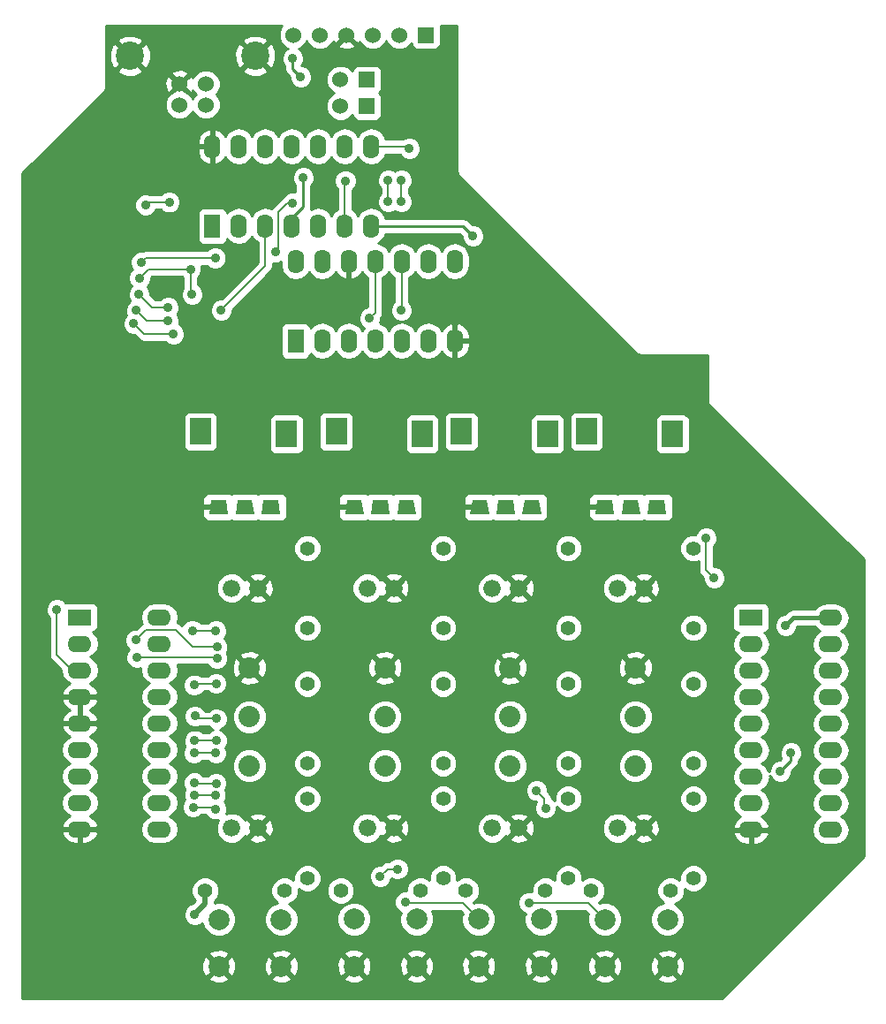
<source format=gbl>
G04 (created by PCBNEW (2013-07-07 BZR 4022)-stable) date 05/09/2014 18:07:36*
%MOIN*%
G04 Gerber Fmt 3.4, Leading zero omitted, Abs format*
%FSLAX34Y34*%
G01*
G70*
G90*
G04 APERTURE LIST*
%ADD10C,0.00590551*%
%ADD11C,0.06*%
%ADD12C,0.1063*%
%ADD13C,0.0787402*%
%ADD14C,0.08*%
%ADD15C,0.055*%
%ADD16R,0.0787402X0.102362*%
%ADD17R,0.062X0.09*%
%ADD18O,0.062X0.09*%
%ADD19R,0.06X0.06*%
%ADD20R,0.09X0.062*%
%ADD21O,0.09X0.062*%
%ADD22C,0.066*%
%ADD23C,0.035*%
%ADD24C,0.008*%
%ADD25C,0.01*%
%ADD26C,0.02*%
%ADD27C,0.016*%
G04 APERTURE END LIST*
G54D10*
G54D11*
X41625Y-26653D03*
X42625Y-26653D03*
X42625Y-25866D03*
X41625Y-25866D03*
G54D12*
X39763Y-24803D03*
X44487Y-24803D03*
G54D13*
X48215Y-57376D03*
X50577Y-57376D03*
X48215Y-59148D03*
X50577Y-59148D03*
X52915Y-57376D03*
X55277Y-57376D03*
X52915Y-59148D03*
X55277Y-59148D03*
X57677Y-57381D03*
X60039Y-57381D03*
X57677Y-59153D03*
X60039Y-59153D03*
X43110Y-57381D03*
X45472Y-57381D03*
X43110Y-59153D03*
X45472Y-59153D03*
G54D14*
X44263Y-51594D03*
X44263Y-49744D03*
X44263Y-47894D03*
X49381Y-51594D03*
X49381Y-49744D03*
X49381Y-47894D03*
X54105Y-51594D03*
X54105Y-49744D03*
X54105Y-47894D03*
X58830Y-51594D03*
X58830Y-49744D03*
X58830Y-47894D03*
G54D15*
X51574Y-51500D03*
X51574Y-48500D03*
X45594Y-56299D03*
X42594Y-56299D03*
X60161Y-56299D03*
X57161Y-56299D03*
X55437Y-56299D03*
X52437Y-56299D03*
X50712Y-56299D03*
X47712Y-56299D03*
X61023Y-51500D03*
X61023Y-48500D03*
X56299Y-51500D03*
X56299Y-48500D03*
X46456Y-51500D03*
X46456Y-48500D03*
G54D10*
G36*
X57322Y-42106D02*
X57401Y-41555D01*
X57952Y-41555D01*
X58031Y-42106D01*
X57322Y-42106D01*
X57322Y-42106D01*
G37*
G36*
X58307Y-42106D02*
X58385Y-41555D01*
X58937Y-41555D01*
X59015Y-42106D01*
X58307Y-42106D01*
X58307Y-42106D01*
G37*
G36*
X59291Y-42106D02*
X59370Y-41555D01*
X59921Y-41555D01*
X60000Y-42106D01*
X59291Y-42106D01*
X59291Y-42106D01*
G37*
G54D16*
X56988Y-38976D03*
X60236Y-39074D03*
G54D10*
G36*
X52598Y-42106D02*
X52677Y-41555D01*
X53228Y-41555D01*
X53307Y-42106D01*
X52598Y-42106D01*
X52598Y-42106D01*
G37*
G36*
X53582Y-42106D02*
X53661Y-41555D01*
X54212Y-41555D01*
X54291Y-42106D01*
X53582Y-42106D01*
X53582Y-42106D01*
G37*
G36*
X54566Y-42106D02*
X54645Y-41555D01*
X55196Y-41555D01*
X55275Y-42106D01*
X54566Y-42106D01*
X54566Y-42106D01*
G37*
G54D16*
X52263Y-38976D03*
X55511Y-39074D03*
G54D10*
G36*
X47874Y-42106D02*
X47952Y-41555D01*
X48503Y-41555D01*
X48582Y-42106D01*
X47874Y-42106D01*
X47874Y-42106D01*
G37*
G36*
X48858Y-42106D02*
X48937Y-41555D01*
X49488Y-41555D01*
X49566Y-42106D01*
X48858Y-42106D01*
X48858Y-42106D01*
G37*
G36*
X49842Y-42106D02*
X49921Y-41555D01*
X50472Y-41555D01*
X50551Y-42106D01*
X49842Y-42106D01*
X49842Y-42106D01*
G37*
G54D16*
X47539Y-38976D03*
X50787Y-39074D03*
G54D10*
G36*
X42755Y-42106D02*
X42834Y-41555D01*
X43385Y-41555D01*
X43464Y-42106D01*
X42755Y-42106D01*
X42755Y-42106D01*
G37*
G36*
X43740Y-42106D02*
X43818Y-41555D01*
X44370Y-41555D01*
X44448Y-42106D01*
X43740Y-42106D01*
X43740Y-42106D01*
G37*
G36*
X44724Y-42106D02*
X44803Y-41555D01*
X45354Y-41555D01*
X45433Y-42106D01*
X44724Y-42106D01*
X44724Y-42106D01*
G37*
G54D16*
X42421Y-38976D03*
X45669Y-39074D03*
G54D17*
X42866Y-31224D03*
G54D18*
X43866Y-31224D03*
X44866Y-31224D03*
X45866Y-31224D03*
X46866Y-31224D03*
X47866Y-31224D03*
X48866Y-31224D03*
X48866Y-28224D03*
X47866Y-28224D03*
X46866Y-28224D03*
X45866Y-28224D03*
X44866Y-28224D03*
X43866Y-28224D03*
X42866Y-28224D03*
G54D19*
X50925Y-24015D03*
G54D11*
X49925Y-24015D03*
X48925Y-24015D03*
X47925Y-24015D03*
X46925Y-24015D03*
X45925Y-24015D03*
G54D19*
X48700Y-26700D03*
G54D11*
X47700Y-26700D03*
G54D19*
X48700Y-25700D03*
G54D11*
X47700Y-25700D03*
G54D17*
X46015Y-35555D03*
G54D18*
X47015Y-35555D03*
X48015Y-35555D03*
X49015Y-35555D03*
X50015Y-35555D03*
X51015Y-35555D03*
X52015Y-35555D03*
X52015Y-32555D03*
X51015Y-32555D03*
X50015Y-32555D03*
X49015Y-32555D03*
X48015Y-32555D03*
X47015Y-32555D03*
X46015Y-32555D03*
G54D20*
X37870Y-45980D03*
G54D21*
X37870Y-46980D03*
X37870Y-47980D03*
X37870Y-48980D03*
X37870Y-49980D03*
X37870Y-50980D03*
X37870Y-51980D03*
X37870Y-52980D03*
X37870Y-53980D03*
X40870Y-53980D03*
X40870Y-52980D03*
X40870Y-51980D03*
X40870Y-50980D03*
X40870Y-49980D03*
X40870Y-48980D03*
X40870Y-47980D03*
X40870Y-46980D03*
X40870Y-45980D03*
G54D15*
X46456Y-43381D03*
X46456Y-46381D03*
X51574Y-43381D03*
X51574Y-46381D03*
X56299Y-43381D03*
X56299Y-46381D03*
X61023Y-43381D03*
X61023Y-46381D03*
X46456Y-52830D03*
X46456Y-55830D03*
X51574Y-52830D03*
X51574Y-55830D03*
X56299Y-52830D03*
X56299Y-55830D03*
X61023Y-52830D03*
X61023Y-55830D03*
G54D22*
X58161Y-53937D03*
X59161Y-53937D03*
X53437Y-53937D03*
X54437Y-53937D03*
X48712Y-53937D03*
X49712Y-53937D03*
X43594Y-53937D03*
X44594Y-53937D03*
X58161Y-44881D03*
X59161Y-44881D03*
X53437Y-44881D03*
X54437Y-44881D03*
X48712Y-44881D03*
X49712Y-44881D03*
X43594Y-44881D03*
X44594Y-44881D03*
G54D20*
X63200Y-46000D03*
G54D21*
X63200Y-47000D03*
X63200Y-48000D03*
X63200Y-49000D03*
X63200Y-50000D03*
X63200Y-51000D03*
X63200Y-52000D03*
X63200Y-53000D03*
X63200Y-54000D03*
X66200Y-54000D03*
X66200Y-53000D03*
X66200Y-52000D03*
X66200Y-51000D03*
X66200Y-50000D03*
X66200Y-49000D03*
X66200Y-48000D03*
X66200Y-47000D03*
X66200Y-46000D03*
G54D23*
X54810Y-56750D03*
X49850Y-55480D03*
X49200Y-55760D03*
X43010Y-52250D03*
X42190Y-52230D03*
X50150Y-56730D03*
X42980Y-52680D03*
X42200Y-52700D03*
X42140Y-53150D03*
X42990Y-53220D03*
X50300Y-28300D03*
X52700Y-31600D03*
X64700Y-51100D03*
X64300Y-51800D03*
X45890Y-30360D03*
X45260Y-32200D03*
X42980Y-32430D03*
X40190Y-32590D03*
X47890Y-29520D03*
X41240Y-30320D03*
X40350Y-30430D03*
X55440Y-53180D03*
X55100Y-52520D03*
X50000Y-34400D03*
X41200Y-34800D03*
X40000Y-34400D03*
X37000Y-45700D03*
X50000Y-29500D03*
X50000Y-30300D03*
X43040Y-47540D03*
X40030Y-47500D03*
X43200Y-34400D03*
X41200Y-34300D03*
X40100Y-33800D03*
X43040Y-47090D03*
X39980Y-46840D03*
X42100Y-33800D03*
X61500Y-43000D03*
X61800Y-44500D03*
X42040Y-32850D03*
X40130Y-33180D03*
X48800Y-34700D03*
X41400Y-35300D03*
X39900Y-34900D03*
X49500Y-30300D03*
X49500Y-29500D03*
X43000Y-46500D03*
X42110Y-46480D03*
X43000Y-51100D03*
X42180Y-51110D03*
X43020Y-50630D03*
X42200Y-50640D03*
X42210Y-49710D03*
X43020Y-49810D03*
X43010Y-48480D03*
X42180Y-48540D03*
X45900Y-24900D03*
X46200Y-25600D03*
X46300Y-29400D03*
X42200Y-57200D03*
X64500Y-46300D03*
G54D24*
X57055Y-56760D02*
X57677Y-57381D01*
X54820Y-56760D02*
X57055Y-56760D01*
X54810Y-56750D02*
X54820Y-56760D01*
X49480Y-55480D02*
X49850Y-55480D01*
X49200Y-55760D02*
X49480Y-55480D01*
X42210Y-52250D02*
X43010Y-52250D01*
X42190Y-52230D02*
X42210Y-52250D01*
X52330Y-56760D02*
X52952Y-57381D01*
X50180Y-56760D02*
X52330Y-56760D01*
X50150Y-56730D02*
X50180Y-56760D01*
X42220Y-52680D02*
X42980Y-52680D01*
X42200Y-52700D02*
X42220Y-52680D01*
X42920Y-53150D02*
X42140Y-53150D01*
X42990Y-53220D02*
X42920Y-53150D01*
X50224Y-28224D02*
X48866Y-28224D01*
X50300Y-28300D02*
X50224Y-28224D01*
G54D25*
X52324Y-31224D02*
X48866Y-31224D01*
X52700Y-31600D02*
X52324Y-31224D01*
X64700Y-51400D02*
X64700Y-51100D01*
X64300Y-51800D02*
X64700Y-51400D01*
G54D24*
X45690Y-30360D02*
X45890Y-30360D01*
X45360Y-30690D02*
X45690Y-30360D01*
X45360Y-32100D02*
X45360Y-30690D01*
X45260Y-32200D02*
X45360Y-32100D01*
X40350Y-32430D02*
X42980Y-32430D01*
X40190Y-32590D02*
X40350Y-32430D01*
X47866Y-29543D02*
X47866Y-31224D01*
X47890Y-29520D02*
X47866Y-29543D01*
X40460Y-30320D02*
X41240Y-30320D01*
X40350Y-30430D02*
X40460Y-30320D01*
X55400Y-53140D02*
X55440Y-53180D01*
X55400Y-52820D02*
X55400Y-53140D01*
X55100Y-52520D02*
X55400Y-52820D01*
X37870Y-47980D02*
X37580Y-47980D01*
X50015Y-34384D02*
X50015Y-32555D01*
X50000Y-34400D02*
X50015Y-34384D01*
X40400Y-34800D02*
X41200Y-34800D01*
X40000Y-34400D02*
X40400Y-34800D01*
X37000Y-47400D02*
X37000Y-45700D01*
X37580Y-47980D02*
X37000Y-47400D01*
X50000Y-29500D02*
X50000Y-30300D01*
X42980Y-47480D02*
X43040Y-47540D01*
X40050Y-47480D02*
X42980Y-47480D01*
X40030Y-47500D02*
X40050Y-47480D01*
X44866Y-32733D02*
X44866Y-31224D01*
X43200Y-34400D02*
X44866Y-32733D01*
X40600Y-34300D02*
X41200Y-34300D01*
X40100Y-33800D02*
X40600Y-34300D01*
X42110Y-47090D02*
X43040Y-47090D01*
X41490Y-46470D02*
X42110Y-47090D01*
X40350Y-46470D02*
X41490Y-46470D01*
X39980Y-46840D02*
X40350Y-46470D01*
X42040Y-33740D02*
X42040Y-32850D01*
X42100Y-33800D02*
X42040Y-33740D01*
X61500Y-44200D02*
X61500Y-43000D01*
X61800Y-44500D02*
X61500Y-44200D01*
X40460Y-32850D02*
X42040Y-32850D01*
X40130Y-33180D02*
X40460Y-32850D01*
X49015Y-34484D02*
X49015Y-32555D01*
X48800Y-34700D02*
X49015Y-34484D01*
X40300Y-35300D02*
X41400Y-35300D01*
X39900Y-34900D02*
X40300Y-35300D01*
X49500Y-30300D02*
X49500Y-29500D01*
X42130Y-46500D02*
X43000Y-46500D01*
X42110Y-46480D02*
X42130Y-46500D01*
X42190Y-51100D02*
X43000Y-51100D01*
X42180Y-51110D02*
X42190Y-51100D01*
X42210Y-50630D02*
X43020Y-50630D01*
X42200Y-50640D02*
X42210Y-50630D01*
X42210Y-49710D02*
X42310Y-49810D01*
X42310Y-49810D02*
X43020Y-49810D01*
X42240Y-48480D02*
X43010Y-48480D01*
X42180Y-48540D02*
X42240Y-48480D01*
G54D25*
X45866Y-31224D02*
X45866Y-30933D01*
X45900Y-25300D02*
X45900Y-24900D01*
X46200Y-25600D02*
X45900Y-25300D01*
X46300Y-30500D02*
X46300Y-29400D01*
X45866Y-30933D02*
X46300Y-30500D01*
G54D26*
X57677Y-41830D02*
X56791Y-41830D01*
X56791Y-41830D02*
X56692Y-41929D01*
X52952Y-41830D02*
X52263Y-41830D01*
X52263Y-41830D02*
X52165Y-41929D01*
X48228Y-41830D02*
X47539Y-41830D01*
X47539Y-41830D02*
X47440Y-41732D01*
X43110Y-41830D02*
X42421Y-41830D01*
X42421Y-41830D02*
X42322Y-41929D01*
X42594Y-56805D02*
X42594Y-56299D01*
X42200Y-57200D02*
X42594Y-56805D01*
G54D27*
X64800Y-46000D02*
X66200Y-46000D01*
X64500Y-46300D02*
X64800Y-46000D01*
G54D10*
G36*
X67446Y-55006D02*
X66913Y-55539D01*
X66913Y-54000D01*
X66871Y-53785D01*
X66749Y-53604D01*
X66594Y-53500D01*
X66749Y-53395D01*
X66871Y-53214D01*
X66913Y-53000D01*
X66871Y-52785D01*
X66749Y-52604D01*
X66594Y-52500D01*
X66749Y-52395D01*
X66871Y-52214D01*
X66913Y-52000D01*
X66871Y-51785D01*
X66749Y-51604D01*
X66594Y-51500D01*
X66749Y-51395D01*
X66871Y-51214D01*
X66913Y-51000D01*
X66871Y-50785D01*
X66749Y-50604D01*
X66594Y-50499D01*
X66749Y-50395D01*
X66871Y-50214D01*
X66913Y-50000D01*
X66871Y-49785D01*
X66749Y-49604D01*
X66594Y-49499D01*
X66749Y-49395D01*
X66871Y-49214D01*
X66913Y-49000D01*
X66871Y-48785D01*
X66749Y-48604D01*
X66594Y-48499D01*
X66749Y-48395D01*
X66871Y-48214D01*
X66913Y-48000D01*
X66871Y-47785D01*
X66749Y-47604D01*
X66594Y-47499D01*
X66749Y-47395D01*
X66871Y-47214D01*
X66913Y-47000D01*
X66871Y-46785D01*
X66749Y-46604D01*
X66594Y-46499D01*
X66749Y-46395D01*
X66871Y-46214D01*
X66913Y-46000D01*
X66871Y-45785D01*
X66749Y-45604D01*
X66568Y-45482D01*
X66353Y-45440D01*
X66046Y-45440D01*
X65831Y-45482D01*
X65650Y-45604D01*
X65606Y-45670D01*
X64800Y-45670D01*
X64799Y-45670D01*
X64774Y-45674D01*
X64673Y-45695D01*
X64566Y-45766D01*
X64566Y-45766D01*
X64458Y-45874D01*
X64415Y-45874D01*
X64259Y-45939D01*
X64139Y-46058D01*
X64075Y-46215D01*
X64074Y-46384D01*
X64139Y-46540D01*
X64258Y-46660D01*
X64415Y-46724D01*
X64584Y-46725D01*
X64740Y-46660D01*
X64860Y-46541D01*
X64924Y-46384D01*
X64924Y-46341D01*
X64936Y-46330D01*
X65606Y-46330D01*
X65650Y-46395D01*
X65805Y-46499D01*
X65650Y-46604D01*
X65528Y-46785D01*
X65486Y-47000D01*
X65528Y-47214D01*
X65650Y-47395D01*
X65805Y-47499D01*
X65650Y-47604D01*
X65528Y-47785D01*
X65486Y-48000D01*
X65528Y-48214D01*
X65650Y-48395D01*
X65805Y-48499D01*
X65650Y-48604D01*
X65528Y-48785D01*
X65486Y-49000D01*
X65528Y-49214D01*
X65650Y-49395D01*
X65805Y-49499D01*
X65650Y-49604D01*
X65528Y-49785D01*
X65486Y-50000D01*
X65528Y-50214D01*
X65650Y-50395D01*
X65805Y-50499D01*
X65650Y-50604D01*
X65528Y-50785D01*
X65486Y-51000D01*
X65528Y-51214D01*
X65650Y-51395D01*
X65805Y-51500D01*
X65650Y-51604D01*
X65528Y-51785D01*
X65486Y-52000D01*
X65528Y-52214D01*
X65650Y-52395D01*
X65805Y-52500D01*
X65650Y-52604D01*
X65528Y-52785D01*
X65486Y-53000D01*
X65528Y-53214D01*
X65650Y-53395D01*
X65805Y-53500D01*
X65650Y-53604D01*
X65528Y-53785D01*
X65486Y-54000D01*
X65528Y-54214D01*
X65650Y-54395D01*
X65831Y-54517D01*
X66046Y-54560D01*
X66353Y-54560D01*
X66568Y-54517D01*
X66749Y-54395D01*
X66871Y-54214D01*
X66913Y-54000D01*
X66913Y-55539D01*
X66738Y-55714D01*
X65125Y-57328D01*
X65125Y-51015D01*
X65060Y-50859D01*
X64941Y-50739D01*
X64784Y-50675D01*
X64615Y-50674D01*
X64459Y-50739D01*
X64339Y-50858D01*
X64275Y-51015D01*
X64274Y-51184D01*
X64338Y-51337D01*
X64300Y-51375D01*
X64215Y-51374D01*
X64059Y-51439D01*
X63939Y-51558D01*
X63875Y-51715D01*
X63874Y-51805D01*
X63871Y-51785D01*
X63749Y-51604D01*
X63594Y-51500D01*
X63749Y-51395D01*
X63871Y-51214D01*
X63913Y-51000D01*
X63871Y-50785D01*
X63749Y-50604D01*
X63594Y-50499D01*
X63749Y-50395D01*
X63871Y-50214D01*
X63913Y-50000D01*
X63871Y-49785D01*
X63749Y-49604D01*
X63594Y-49499D01*
X63749Y-49395D01*
X63871Y-49214D01*
X63913Y-49000D01*
X63871Y-48785D01*
X63749Y-48604D01*
X63594Y-48499D01*
X63749Y-48395D01*
X63871Y-48214D01*
X63913Y-48000D01*
X63871Y-47785D01*
X63749Y-47604D01*
X63594Y-47499D01*
X63749Y-47395D01*
X63871Y-47214D01*
X63913Y-47000D01*
X63871Y-46785D01*
X63749Y-46604D01*
X63683Y-46560D01*
X63699Y-46560D01*
X63791Y-46522D01*
X63861Y-46451D01*
X63899Y-46359D01*
X63900Y-46260D01*
X63900Y-45640D01*
X63862Y-45548D01*
X63791Y-45478D01*
X63699Y-45440D01*
X63600Y-45439D01*
X62700Y-45439D01*
X62608Y-45477D01*
X62538Y-45548D01*
X62500Y-45640D01*
X62499Y-45739D01*
X62499Y-46359D01*
X62537Y-46451D01*
X62608Y-46521D01*
X62700Y-46559D01*
X62716Y-46559D01*
X62650Y-46604D01*
X62528Y-46785D01*
X62486Y-47000D01*
X62528Y-47214D01*
X62650Y-47395D01*
X62805Y-47499D01*
X62650Y-47604D01*
X62528Y-47785D01*
X62486Y-48000D01*
X62528Y-48214D01*
X62650Y-48395D01*
X62805Y-48499D01*
X62650Y-48604D01*
X62528Y-48785D01*
X62486Y-49000D01*
X62528Y-49214D01*
X62650Y-49395D01*
X62805Y-49499D01*
X62650Y-49604D01*
X62528Y-49785D01*
X62486Y-50000D01*
X62528Y-50214D01*
X62650Y-50395D01*
X62805Y-50499D01*
X62650Y-50604D01*
X62528Y-50785D01*
X62486Y-51000D01*
X62528Y-51214D01*
X62650Y-51395D01*
X62805Y-51500D01*
X62650Y-51604D01*
X62528Y-51785D01*
X62486Y-52000D01*
X62528Y-52214D01*
X62650Y-52395D01*
X62805Y-52500D01*
X62650Y-52604D01*
X62528Y-52785D01*
X62486Y-53000D01*
X62528Y-53214D01*
X62650Y-53395D01*
X62805Y-53499D01*
X62799Y-53501D01*
X62628Y-53639D01*
X62523Y-53831D01*
X62516Y-53863D01*
X62565Y-53950D01*
X63150Y-53950D01*
X63150Y-53942D01*
X63250Y-53942D01*
X63250Y-53950D01*
X63834Y-53950D01*
X63883Y-53863D01*
X63876Y-53831D01*
X63771Y-53639D01*
X63600Y-53501D01*
X63594Y-53499D01*
X63749Y-53395D01*
X63871Y-53214D01*
X63913Y-53000D01*
X63871Y-52785D01*
X63749Y-52604D01*
X63594Y-52500D01*
X63749Y-52395D01*
X63871Y-52214D01*
X63913Y-52000D01*
X63905Y-51957D01*
X63939Y-52040D01*
X64058Y-52160D01*
X64215Y-52224D01*
X64384Y-52225D01*
X64540Y-52160D01*
X64660Y-52041D01*
X64724Y-51884D01*
X64725Y-51799D01*
X64912Y-51612D01*
X64912Y-51612D01*
X64977Y-51514D01*
X64999Y-51401D01*
X64999Y-51401D01*
X65060Y-51341D01*
X65124Y-51184D01*
X65125Y-51015D01*
X65125Y-57328D01*
X63883Y-58570D01*
X63883Y-54136D01*
X63834Y-54050D01*
X63250Y-54050D01*
X63250Y-54560D01*
X63390Y-54560D01*
X63600Y-54498D01*
X63771Y-54360D01*
X63876Y-54168D01*
X63883Y-54136D01*
X63883Y-58570D01*
X63150Y-59303D01*
X63150Y-54560D01*
X63150Y-54050D01*
X62565Y-54050D01*
X62516Y-54136D01*
X62523Y-54168D01*
X62628Y-54360D01*
X62799Y-54498D01*
X63010Y-54560D01*
X63150Y-54560D01*
X63150Y-59303D01*
X62407Y-60045D01*
X62407Y-60045D01*
X62225Y-60228D01*
X62225Y-44415D01*
X62160Y-44259D01*
X62041Y-44139D01*
X61884Y-44075D01*
X61790Y-44074D01*
X61790Y-43311D01*
X61860Y-43241D01*
X61924Y-43084D01*
X61925Y-42915D01*
X61860Y-42759D01*
X61741Y-42639D01*
X61584Y-42575D01*
X61415Y-42574D01*
X61259Y-42639D01*
X61139Y-42758D01*
X61099Y-42856D01*
X60919Y-42856D01*
X60879Y-42873D01*
X60879Y-39537D01*
X60879Y-38513D01*
X60841Y-38421D01*
X60771Y-38351D01*
X60679Y-38313D01*
X60580Y-38312D01*
X59793Y-38312D01*
X59701Y-38350D01*
X59630Y-38421D01*
X59592Y-38513D01*
X59592Y-38612D01*
X59592Y-39636D01*
X59630Y-39728D01*
X59700Y-39798D01*
X59792Y-39836D01*
X59892Y-39836D01*
X60679Y-39836D01*
X60771Y-39798D01*
X60841Y-39728D01*
X60879Y-39636D01*
X60879Y-39537D01*
X60879Y-42873D01*
X60726Y-42936D01*
X60578Y-43084D01*
X60498Y-43277D01*
X60498Y-43485D01*
X60578Y-43678D01*
X60725Y-43826D01*
X60918Y-43906D01*
X61127Y-43906D01*
X61210Y-43872D01*
X61210Y-44200D01*
X61232Y-44310D01*
X61294Y-44405D01*
X61375Y-44485D01*
X61374Y-44584D01*
X61439Y-44740D01*
X61558Y-44860D01*
X61715Y-44924D01*
X61884Y-44925D01*
X62040Y-44860D01*
X62160Y-44741D01*
X62224Y-44584D01*
X62225Y-44415D01*
X62225Y-60228D01*
X62093Y-60360D01*
X61548Y-60360D01*
X61548Y-55726D01*
X61548Y-52726D01*
X61548Y-51396D01*
X61548Y-48396D01*
X61548Y-46277D01*
X61468Y-46084D01*
X61321Y-45937D01*
X61128Y-45856D01*
X60919Y-45856D01*
X60726Y-45936D01*
X60578Y-46084D01*
X60498Y-46277D01*
X60498Y-46485D01*
X60578Y-46678D01*
X60725Y-46826D01*
X60918Y-46906D01*
X61127Y-46906D01*
X61320Y-46827D01*
X61468Y-46679D01*
X61548Y-46486D01*
X61548Y-46277D01*
X61548Y-48396D01*
X61468Y-48203D01*
X61321Y-48055D01*
X61128Y-47975D01*
X60919Y-47974D01*
X60726Y-48054D01*
X60578Y-48202D01*
X60498Y-48395D01*
X60498Y-48603D01*
X60578Y-48797D01*
X60725Y-48944D01*
X60918Y-49024D01*
X61127Y-49025D01*
X61320Y-48945D01*
X61468Y-48797D01*
X61548Y-48604D01*
X61548Y-48396D01*
X61548Y-51396D01*
X61468Y-51203D01*
X61321Y-51055D01*
X61128Y-50975D01*
X60919Y-50974D01*
X60726Y-51054D01*
X60578Y-51202D01*
X60498Y-51395D01*
X60498Y-51603D01*
X60578Y-51797D01*
X60725Y-51944D01*
X60918Y-52024D01*
X61127Y-52025D01*
X61320Y-51945D01*
X61468Y-51797D01*
X61548Y-51604D01*
X61548Y-51396D01*
X61548Y-52726D01*
X61468Y-52533D01*
X61321Y-52385D01*
X61128Y-52305D01*
X60919Y-52305D01*
X60726Y-52385D01*
X60578Y-52532D01*
X60498Y-52725D01*
X60498Y-52934D01*
X60578Y-53127D01*
X60725Y-53275D01*
X60918Y-53355D01*
X61127Y-53355D01*
X61320Y-53276D01*
X61468Y-53128D01*
X61548Y-52935D01*
X61548Y-52726D01*
X61548Y-55726D01*
X61468Y-55533D01*
X61321Y-55385D01*
X61128Y-55305D01*
X60919Y-55305D01*
X60726Y-55385D01*
X60578Y-55532D01*
X60498Y-55725D01*
X60498Y-55893D01*
X60459Y-55854D01*
X60266Y-55774D01*
X60250Y-55774D01*
X60250Y-42056D01*
X60250Y-41505D01*
X60212Y-41413D01*
X60141Y-41343D01*
X60049Y-41305D01*
X59950Y-41305D01*
X59241Y-41305D01*
X59153Y-41341D01*
X59065Y-41305D01*
X58966Y-41305D01*
X58257Y-41305D01*
X58169Y-41341D01*
X58081Y-41305D01*
X57981Y-41305D01*
X57631Y-41305D01*
X57631Y-39438D01*
X57631Y-38415D01*
X57593Y-38323D01*
X57523Y-38252D01*
X57431Y-38214D01*
X57332Y-38214D01*
X56544Y-38214D01*
X56453Y-38252D01*
X56382Y-38322D01*
X56344Y-38414D01*
X56344Y-38514D01*
X56344Y-39537D01*
X56382Y-39629D01*
X56452Y-39700D01*
X56544Y-39738D01*
X56643Y-39738D01*
X57431Y-39738D01*
X57523Y-39700D01*
X57593Y-39629D01*
X57631Y-39538D01*
X57631Y-39438D01*
X57631Y-41305D01*
X57273Y-41305D01*
X57181Y-41343D01*
X57111Y-41413D01*
X57072Y-41505D01*
X57072Y-41604D01*
X57072Y-42155D01*
X57110Y-42247D01*
X57181Y-42318D01*
X57272Y-42356D01*
X57372Y-42356D01*
X58081Y-42356D01*
X58169Y-42319D01*
X58257Y-42356D01*
X58356Y-42356D01*
X59065Y-42356D01*
X59153Y-42319D01*
X59241Y-42356D01*
X59340Y-42356D01*
X60049Y-42356D01*
X60141Y-42318D01*
X60211Y-42248D01*
X60249Y-42156D01*
X60250Y-42056D01*
X60250Y-55774D01*
X60057Y-55774D01*
X59864Y-55853D01*
X59746Y-55972D01*
X59746Y-54025D01*
X59746Y-44970D01*
X59735Y-44740D01*
X59667Y-44575D01*
X59569Y-44544D01*
X59498Y-44615D01*
X59498Y-44474D01*
X59467Y-44375D01*
X59250Y-44297D01*
X59019Y-44307D01*
X58855Y-44375D01*
X58824Y-44474D01*
X59161Y-44811D01*
X59498Y-44474D01*
X59498Y-44615D01*
X59232Y-44881D01*
X59569Y-45218D01*
X59667Y-45187D01*
X59746Y-44970D01*
X59746Y-54025D01*
X59735Y-53795D01*
X59667Y-53631D01*
X59569Y-53600D01*
X59498Y-53670D01*
X59498Y-53529D01*
X59498Y-45289D01*
X59161Y-44952D01*
X59090Y-45023D01*
X59090Y-44881D01*
X58753Y-44544D01*
X58661Y-44573D01*
X58653Y-44553D01*
X58490Y-44390D01*
X58277Y-44301D01*
X58046Y-44301D01*
X57833Y-44389D01*
X57670Y-44552D01*
X57581Y-44766D01*
X57581Y-44996D01*
X57669Y-45210D01*
X57832Y-45373D01*
X58045Y-45461D01*
X58276Y-45461D01*
X58489Y-45373D01*
X58652Y-45210D01*
X58661Y-45189D01*
X58753Y-45218D01*
X59090Y-44881D01*
X59090Y-45023D01*
X58824Y-45289D01*
X58855Y-45387D01*
X59072Y-45466D01*
X59302Y-45456D01*
X59467Y-45387D01*
X59498Y-45289D01*
X59498Y-53529D01*
X59484Y-53485D01*
X59484Y-47999D01*
X59475Y-47741D01*
X59394Y-47546D01*
X59288Y-47506D01*
X59217Y-47577D01*
X59217Y-47435D01*
X59178Y-47330D01*
X58935Y-47239D01*
X58677Y-47249D01*
X58482Y-47330D01*
X58442Y-47435D01*
X58830Y-47823D01*
X59217Y-47435D01*
X59217Y-47577D01*
X58901Y-47894D01*
X59288Y-48281D01*
X59394Y-48242D01*
X59484Y-47999D01*
X59484Y-53485D01*
X59480Y-53472D01*
X59480Y-51465D01*
X59480Y-49615D01*
X59381Y-49376D01*
X59217Y-49212D01*
X59217Y-48352D01*
X58830Y-47964D01*
X58759Y-48035D01*
X58759Y-47894D01*
X58372Y-47506D01*
X58266Y-47546D01*
X58176Y-47788D01*
X58185Y-48046D01*
X58266Y-48242D01*
X58372Y-48281D01*
X58759Y-47894D01*
X58759Y-48035D01*
X58442Y-48352D01*
X58482Y-48458D01*
X58724Y-48548D01*
X58983Y-48538D01*
X59178Y-48458D01*
X59217Y-48352D01*
X59217Y-49212D01*
X59198Y-49193D01*
X58960Y-49094D01*
X58701Y-49093D01*
X58462Y-49192D01*
X58279Y-49375D01*
X58180Y-49614D01*
X58180Y-49872D01*
X58278Y-50111D01*
X58461Y-50294D01*
X58700Y-50393D01*
X58959Y-50394D01*
X59198Y-50295D01*
X59381Y-50112D01*
X59480Y-49873D01*
X59480Y-49615D01*
X59480Y-51465D01*
X59381Y-51226D01*
X59198Y-51043D01*
X58960Y-50944D01*
X58701Y-50943D01*
X58462Y-51042D01*
X58279Y-51225D01*
X58180Y-51464D01*
X58180Y-51722D01*
X58278Y-51961D01*
X58461Y-52144D01*
X58700Y-52243D01*
X58959Y-52244D01*
X59198Y-52145D01*
X59381Y-51962D01*
X59480Y-51723D01*
X59480Y-51465D01*
X59480Y-53472D01*
X59467Y-53430D01*
X59250Y-53352D01*
X59019Y-53362D01*
X58855Y-53430D01*
X58824Y-53529D01*
X59161Y-53866D01*
X59498Y-53529D01*
X59498Y-53670D01*
X59232Y-53937D01*
X59569Y-54273D01*
X59667Y-54242D01*
X59746Y-54025D01*
X59746Y-55972D01*
X59716Y-56001D01*
X59636Y-56194D01*
X59636Y-56403D01*
X59716Y-56596D01*
X59863Y-56744D01*
X59880Y-56751D01*
X59675Y-56835D01*
X59498Y-57012D01*
X59498Y-54344D01*
X59161Y-54007D01*
X59090Y-54078D01*
X59090Y-53937D01*
X58753Y-53600D01*
X58661Y-53629D01*
X58653Y-53608D01*
X58490Y-53445D01*
X58277Y-53357D01*
X58046Y-53356D01*
X57833Y-53445D01*
X57670Y-53608D01*
X57581Y-53821D01*
X57581Y-54051D01*
X57669Y-54265D01*
X57832Y-54428D01*
X58045Y-54516D01*
X58276Y-54517D01*
X58489Y-54428D01*
X58652Y-54265D01*
X58661Y-54244D01*
X58753Y-54273D01*
X59090Y-53937D01*
X59090Y-54078D01*
X58824Y-54344D01*
X58855Y-54443D01*
X59072Y-54521D01*
X59302Y-54511D01*
X59467Y-54443D01*
X59498Y-54344D01*
X59498Y-57012D01*
X59493Y-57016D01*
X59395Y-57253D01*
X59395Y-57509D01*
X59493Y-57746D01*
X59674Y-57927D01*
X59910Y-58025D01*
X60166Y-58025D01*
X60403Y-57927D01*
X60584Y-57746D01*
X60682Y-57510D01*
X60683Y-57254D01*
X60585Y-57017D01*
X60404Y-56836D01*
X60320Y-56801D01*
X60458Y-56744D01*
X60606Y-56596D01*
X60686Y-56404D01*
X60686Y-56236D01*
X60725Y-56275D01*
X60918Y-56355D01*
X61127Y-56355D01*
X61320Y-56276D01*
X61468Y-56128D01*
X61548Y-55935D01*
X61548Y-55726D01*
X61548Y-60360D01*
X60687Y-60360D01*
X60687Y-59257D01*
X60677Y-59001D01*
X60598Y-58809D01*
X60493Y-58770D01*
X60422Y-58841D01*
X60422Y-58699D01*
X60383Y-58594D01*
X60143Y-58505D01*
X59887Y-58515D01*
X59695Y-58594D01*
X59656Y-58699D01*
X60039Y-59082D01*
X60422Y-58699D01*
X60422Y-58841D01*
X60110Y-59153D01*
X60493Y-59536D01*
X60598Y-59497D01*
X60687Y-59257D01*
X60687Y-60360D01*
X60422Y-60360D01*
X60422Y-59607D01*
X60039Y-59224D01*
X59968Y-59294D01*
X59968Y-59153D01*
X59585Y-58770D01*
X59480Y-58809D01*
X59391Y-59049D01*
X59400Y-59305D01*
X59480Y-59497D01*
X59585Y-59536D01*
X59968Y-59153D01*
X59968Y-59294D01*
X59656Y-59607D01*
X59695Y-59712D01*
X59935Y-59801D01*
X60191Y-59792D01*
X60383Y-59712D01*
X60422Y-59607D01*
X60422Y-60360D01*
X58325Y-60360D01*
X58325Y-59257D01*
X58320Y-59144D01*
X58320Y-57254D01*
X58223Y-57017D01*
X58042Y-56836D01*
X57805Y-56738D01*
X57549Y-56738D01*
X57474Y-56769D01*
X57452Y-56747D01*
X57458Y-56744D01*
X57606Y-56596D01*
X57686Y-56404D01*
X57686Y-56195D01*
X57606Y-56002D01*
X57459Y-55854D01*
X57266Y-55774D01*
X57057Y-55774D01*
X56864Y-55853D01*
X56824Y-55894D01*
X56824Y-55726D01*
X56824Y-52726D01*
X56824Y-51396D01*
X56824Y-48396D01*
X56824Y-46277D01*
X56824Y-43277D01*
X56744Y-43084D01*
X56596Y-42937D01*
X56404Y-42856D01*
X56195Y-42856D01*
X56155Y-42873D01*
X56155Y-39537D01*
X56155Y-38513D01*
X56117Y-38421D01*
X56047Y-38351D01*
X55955Y-38313D01*
X55856Y-38312D01*
X55068Y-38312D01*
X54976Y-38350D01*
X54906Y-38421D01*
X54868Y-38513D01*
X54868Y-38612D01*
X54868Y-39636D01*
X54906Y-39728D01*
X54976Y-39798D01*
X55068Y-39836D01*
X55167Y-39836D01*
X55955Y-39836D01*
X56046Y-39798D01*
X56117Y-39728D01*
X56155Y-39636D01*
X56155Y-39537D01*
X56155Y-42873D01*
X56002Y-42936D01*
X55854Y-43084D01*
X55774Y-43277D01*
X55774Y-43485D01*
X55853Y-43678D01*
X56001Y-43826D01*
X56194Y-43906D01*
X56403Y-43906D01*
X56596Y-43827D01*
X56744Y-43679D01*
X56824Y-43486D01*
X56824Y-43277D01*
X56824Y-46277D01*
X56744Y-46084D01*
X56596Y-45937D01*
X56404Y-45856D01*
X56195Y-45856D01*
X56002Y-45936D01*
X55854Y-46084D01*
X55774Y-46277D01*
X55774Y-46485D01*
X55853Y-46678D01*
X56001Y-46826D01*
X56194Y-46906D01*
X56403Y-46906D01*
X56596Y-46827D01*
X56744Y-46679D01*
X56824Y-46486D01*
X56824Y-46277D01*
X56824Y-48396D01*
X56744Y-48203D01*
X56596Y-48055D01*
X56404Y-47975D01*
X56195Y-47974D01*
X56002Y-48054D01*
X55854Y-48202D01*
X55774Y-48395D01*
X55774Y-48603D01*
X55853Y-48797D01*
X56001Y-48944D01*
X56194Y-49024D01*
X56403Y-49025D01*
X56596Y-48945D01*
X56744Y-48797D01*
X56824Y-48604D01*
X56824Y-48396D01*
X56824Y-51396D01*
X56744Y-51203D01*
X56596Y-51055D01*
X56404Y-50975D01*
X56195Y-50974D01*
X56002Y-51054D01*
X55854Y-51202D01*
X55774Y-51395D01*
X55774Y-51603D01*
X55853Y-51797D01*
X56001Y-51944D01*
X56194Y-52024D01*
X56403Y-52025D01*
X56596Y-51945D01*
X56744Y-51797D01*
X56824Y-51604D01*
X56824Y-51396D01*
X56824Y-52726D01*
X56744Y-52533D01*
X56596Y-52385D01*
X56404Y-52305D01*
X56195Y-52305D01*
X56002Y-52385D01*
X55854Y-52532D01*
X55774Y-52725D01*
X55774Y-52913D01*
X55690Y-52828D01*
X55690Y-52820D01*
X55689Y-52819D01*
X55690Y-52819D01*
X55667Y-52709D01*
X55605Y-52614D01*
X55605Y-52614D01*
X55525Y-52535D01*
X55525Y-42056D01*
X55525Y-41505D01*
X55487Y-41413D01*
X55417Y-41343D01*
X55325Y-41305D01*
X55226Y-41305D01*
X54517Y-41305D01*
X54429Y-41341D01*
X54341Y-41305D01*
X54241Y-41305D01*
X53533Y-41305D01*
X53444Y-41341D01*
X53357Y-41305D01*
X53257Y-41305D01*
X53125Y-41305D01*
X53125Y-31515D01*
X53060Y-31359D01*
X52941Y-31239D01*
X52784Y-31175D01*
X52699Y-31174D01*
X52536Y-31012D01*
X52439Y-30947D01*
X52324Y-30924D01*
X50725Y-30924D01*
X50725Y-28215D01*
X50660Y-28059D01*
X50541Y-27939D01*
X50384Y-27875D01*
X50215Y-27874D01*
X50071Y-27934D01*
X49399Y-27934D01*
X49383Y-27856D01*
X49262Y-27674D01*
X49250Y-27666D01*
X49250Y-26950D01*
X49250Y-26350D01*
X49212Y-26258D01*
X49153Y-26199D01*
X49211Y-26141D01*
X49249Y-26049D01*
X49250Y-25950D01*
X49250Y-25350D01*
X49212Y-25258D01*
X49141Y-25188D01*
X49049Y-25150D01*
X48950Y-25149D01*
X48350Y-25149D01*
X48258Y-25187D01*
X48240Y-25206D01*
X48240Y-24401D01*
X47925Y-24086D01*
X47609Y-24401D01*
X47637Y-24497D01*
X47843Y-24570D01*
X48061Y-24559D01*
X48213Y-24497D01*
X48240Y-24401D01*
X48240Y-25206D01*
X48188Y-25258D01*
X48150Y-25350D01*
X48150Y-25372D01*
X48011Y-25234D01*
X47809Y-25150D01*
X47591Y-25149D01*
X47388Y-25233D01*
X47234Y-25388D01*
X47150Y-25590D01*
X47149Y-25808D01*
X47233Y-26011D01*
X47388Y-26165D01*
X47469Y-26199D01*
X47388Y-26233D01*
X47234Y-26388D01*
X47150Y-26590D01*
X47149Y-26808D01*
X47233Y-27011D01*
X47388Y-27165D01*
X47590Y-27249D01*
X47808Y-27250D01*
X48011Y-27166D01*
X48149Y-27027D01*
X48149Y-27049D01*
X48187Y-27141D01*
X48258Y-27211D01*
X48350Y-27249D01*
X48449Y-27250D01*
X49049Y-27250D01*
X49141Y-27212D01*
X49211Y-27141D01*
X49249Y-27049D01*
X49250Y-26950D01*
X49250Y-27666D01*
X49080Y-27553D01*
X48866Y-27510D01*
X48651Y-27553D01*
X48470Y-27674D01*
X48366Y-27830D01*
X48262Y-27674D01*
X48080Y-27553D01*
X47866Y-27510D01*
X47651Y-27553D01*
X47470Y-27674D01*
X47366Y-27830D01*
X47262Y-27674D01*
X47080Y-27553D01*
X46866Y-27510D01*
X46651Y-27553D01*
X46470Y-27674D01*
X46366Y-27830D01*
X46262Y-27674D01*
X46080Y-27553D01*
X45866Y-27510D01*
X45651Y-27553D01*
X45470Y-27674D01*
X45366Y-27830D01*
X45272Y-27690D01*
X45272Y-24940D01*
X45265Y-24629D01*
X45160Y-24376D01*
X45041Y-24320D01*
X44970Y-24391D01*
X44970Y-24249D01*
X44914Y-24130D01*
X44625Y-24018D01*
X44314Y-24025D01*
X44061Y-24130D01*
X44005Y-24249D01*
X44487Y-24732D01*
X44970Y-24249D01*
X44970Y-24391D01*
X44558Y-24803D01*
X45041Y-25285D01*
X45160Y-25230D01*
X45272Y-24940D01*
X45272Y-27690D01*
X45262Y-27674D01*
X45080Y-27553D01*
X44970Y-27531D01*
X44970Y-25356D01*
X44487Y-24873D01*
X44417Y-24944D01*
X44417Y-24803D01*
X43934Y-24320D01*
X43815Y-24376D01*
X43703Y-24666D01*
X43710Y-24976D01*
X43815Y-25230D01*
X43934Y-25285D01*
X44417Y-24803D01*
X44417Y-24944D01*
X44005Y-25356D01*
X44061Y-25475D01*
X44350Y-25588D01*
X44661Y-25580D01*
X44914Y-25475D01*
X44970Y-25356D01*
X44970Y-27531D01*
X44866Y-27510D01*
X44651Y-27553D01*
X44470Y-27674D01*
X44366Y-27830D01*
X44262Y-27674D01*
X44080Y-27553D01*
X43866Y-27510D01*
X43651Y-27553D01*
X43470Y-27674D01*
X43366Y-27830D01*
X43364Y-27823D01*
X43226Y-27653D01*
X43176Y-27625D01*
X43176Y-26544D01*
X43092Y-26342D01*
X43010Y-26259D01*
X43091Y-26178D01*
X43175Y-25976D01*
X43176Y-25757D01*
X43092Y-25555D01*
X42937Y-25400D01*
X42735Y-25316D01*
X42517Y-25316D01*
X42314Y-25399D01*
X42159Y-25554D01*
X42128Y-25629D01*
X42107Y-25578D01*
X42011Y-25550D01*
X41941Y-25621D01*
X41941Y-25480D01*
X41913Y-25384D01*
X41707Y-25311D01*
X41489Y-25322D01*
X41338Y-25384D01*
X41310Y-25480D01*
X41625Y-25795D01*
X41941Y-25480D01*
X41941Y-25621D01*
X41696Y-25866D01*
X42011Y-26181D01*
X42107Y-26154D01*
X42126Y-26098D01*
X42159Y-26177D01*
X42241Y-26259D01*
X42159Y-26341D01*
X42126Y-26423D01*
X42092Y-26342D01*
X41937Y-26187D01*
X41832Y-26143D01*
X41625Y-25936D01*
X41555Y-26007D01*
X41555Y-25866D01*
X41240Y-25550D01*
X41144Y-25578D01*
X41071Y-25784D01*
X41082Y-26002D01*
X41144Y-26154D01*
X41240Y-26181D01*
X41555Y-25866D01*
X41555Y-26007D01*
X41419Y-26143D01*
X41314Y-26186D01*
X41159Y-26341D01*
X41076Y-26543D01*
X41075Y-26762D01*
X41159Y-26964D01*
X41314Y-27119D01*
X41516Y-27203D01*
X41734Y-27203D01*
X41937Y-27119D01*
X42091Y-26965D01*
X42125Y-26883D01*
X42159Y-26964D01*
X42314Y-27119D01*
X42516Y-27203D01*
X42734Y-27203D01*
X42937Y-27119D01*
X43091Y-26965D01*
X43175Y-26763D01*
X43176Y-26544D01*
X43176Y-27625D01*
X43034Y-27547D01*
X43002Y-27541D01*
X42916Y-27589D01*
X42916Y-28174D01*
X42924Y-28174D01*
X42924Y-28274D01*
X42916Y-28274D01*
X42916Y-28859D01*
X43002Y-28907D01*
X43034Y-28900D01*
X43226Y-28795D01*
X43364Y-28624D01*
X43366Y-28618D01*
X43470Y-28774D01*
X43651Y-28895D01*
X43866Y-28938D01*
X44080Y-28895D01*
X44262Y-28774D01*
X44366Y-28618D01*
X44470Y-28774D01*
X44651Y-28895D01*
X44866Y-28938D01*
X45080Y-28895D01*
X45262Y-28774D01*
X45366Y-28618D01*
X45470Y-28774D01*
X45651Y-28895D01*
X45866Y-28938D01*
X46080Y-28895D01*
X46262Y-28774D01*
X46366Y-28618D01*
X46470Y-28774D01*
X46651Y-28895D01*
X46866Y-28938D01*
X47080Y-28895D01*
X47262Y-28774D01*
X47366Y-28618D01*
X47470Y-28774D01*
X47651Y-28895D01*
X47866Y-28938D01*
X48080Y-28895D01*
X48262Y-28774D01*
X48366Y-28618D01*
X48470Y-28774D01*
X48651Y-28895D01*
X48866Y-28938D01*
X49080Y-28895D01*
X49262Y-28774D01*
X49383Y-28592D01*
X49399Y-28514D01*
X49928Y-28514D01*
X49939Y-28540D01*
X50058Y-28660D01*
X50215Y-28724D01*
X50384Y-28725D01*
X50540Y-28660D01*
X50660Y-28541D01*
X50724Y-28384D01*
X50725Y-28215D01*
X50725Y-30924D01*
X50425Y-30924D01*
X50425Y-30215D01*
X50360Y-30059D01*
X50290Y-29988D01*
X50290Y-29811D01*
X50360Y-29741D01*
X50424Y-29584D01*
X50425Y-29415D01*
X50360Y-29259D01*
X50241Y-29139D01*
X50084Y-29075D01*
X49915Y-29074D01*
X49759Y-29139D01*
X49750Y-29148D01*
X49741Y-29139D01*
X49584Y-29075D01*
X49415Y-29074D01*
X49259Y-29139D01*
X49139Y-29258D01*
X49075Y-29415D01*
X49074Y-29584D01*
X49139Y-29740D01*
X49210Y-29811D01*
X49210Y-29988D01*
X49139Y-30058D01*
X49075Y-30215D01*
X49074Y-30384D01*
X49139Y-30540D01*
X49258Y-30660D01*
X49415Y-30724D01*
X49584Y-30725D01*
X49740Y-30660D01*
X49749Y-30651D01*
X49758Y-30660D01*
X49915Y-30724D01*
X50084Y-30725D01*
X50240Y-30660D01*
X50360Y-30541D01*
X50424Y-30384D01*
X50425Y-30215D01*
X50425Y-30924D01*
X49397Y-30924D01*
X49383Y-30856D01*
X49262Y-30674D01*
X49080Y-30553D01*
X48866Y-30510D01*
X48651Y-30553D01*
X48470Y-30674D01*
X48366Y-30830D01*
X48262Y-30674D01*
X48156Y-30603D01*
X48156Y-29854D01*
X48250Y-29761D01*
X48314Y-29604D01*
X48315Y-29435D01*
X48250Y-29279D01*
X48131Y-29159D01*
X47974Y-29095D01*
X47805Y-29094D01*
X47649Y-29159D01*
X47529Y-29278D01*
X47465Y-29435D01*
X47464Y-29604D01*
X47529Y-29760D01*
X47576Y-29807D01*
X47576Y-30603D01*
X47470Y-30674D01*
X47366Y-30830D01*
X47262Y-30674D01*
X47080Y-30553D01*
X46866Y-30510D01*
X46651Y-30553D01*
X46579Y-30601D01*
X46599Y-30500D01*
X46600Y-30500D01*
X46600Y-29701D01*
X46660Y-29641D01*
X46724Y-29484D01*
X46725Y-29315D01*
X46660Y-29159D01*
X46541Y-29039D01*
X46384Y-28975D01*
X46215Y-28974D01*
X46059Y-29039D01*
X45939Y-29158D01*
X45875Y-29315D01*
X45874Y-29484D01*
X45939Y-29640D01*
X46000Y-29701D01*
X46000Y-29945D01*
X45974Y-29935D01*
X45805Y-29934D01*
X45649Y-29999D01*
X45529Y-30118D01*
X45526Y-30127D01*
X45484Y-30154D01*
X45484Y-30154D01*
X45154Y-30484D01*
X45100Y-30566D01*
X45080Y-30553D01*
X44866Y-30510D01*
X44651Y-30553D01*
X44470Y-30674D01*
X44366Y-30830D01*
X44262Y-30674D01*
X44080Y-30553D01*
X43866Y-30510D01*
X43651Y-30553D01*
X43470Y-30674D01*
X43426Y-30740D01*
X43426Y-30724D01*
X43388Y-30632D01*
X43317Y-30562D01*
X43226Y-30524D01*
X43126Y-30524D01*
X42816Y-30524D01*
X42816Y-28859D01*
X42816Y-28274D01*
X42816Y-28174D01*
X42816Y-27589D01*
X42729Y-27541D01*
X42698Y-27547D01*
X42505Y-27653D01*
X42367Y-27823D01*
X42306Y-28034D01*
X42306Y-28174D01*
X42816Y-28174D01*
X42816Y-28274D01*
X42306Y-28274D01*
X42306Y-28414D01*
X42367Y-28624D01*
X42505Y-28795D01*
X42698Y-28900D01*
X42729Y-28907D01*
X42816Y-28859D01*
X42816Y-30524D01*
X42506Y-30524D01*
X42414Y-30562D01*
X42344Y-30632D01*
X42306Y-30724D01*
X42306Y-30823D01*
X42306Y-31723D01*
X42344Y-31815D01*
X42414Y-31886D01*
X42506Y-31924D01*
X42605Y-31924D01*
X43225Y-31924D01*
X43317Y-31886D01*
X43387Y-31816D01*
X43426Y-31724D01*
X43426Y-31708D01*
X43470Y-31774D01*
X43651Y-31895D01*
X43866Y-31938D01*
X44080Y-31895D01*
X44262Y-31774D01*
X44366Y-31618D01*
X44470Y-31774D01*
X44576Y-31844D01*
X44576Y-32613D01*
X43405Y-33784D01*
X43405Y-32345D01*
X43340Y-32189D01*
X43221Y-32069D01*
X43064Y-32005D01*
X42895Y-32004D01*
X42739Y-32069D01*
X42668Y-32140D01*
X41665Y-32140D01*
X41665Y-30235D01*
X41600Y-30079D01*
X41481Y-29959D01*
X41324Y-29895D01*
X41155Y-29894D01*
X40999Y-29959D01*
X40928Y-30030D01*
X40548Y-30030D01*
X40548Y-24940D01*
X40541Y-24629D01*
X40436Y-24376D01*
X40317Y-24320D01*
X40246Y-24391D01*
X40246Y-24249D01*
X40190Y-24130D01*
X39901Y-24018D01*
X39590Y-24025D01*
X39337Y-24130D01*
X39281Y-24249D01*
X39763Y-24732D01*
X40246Y-24249D01*
X40246Y-24391D01*
X39834Y-24803D01*
X40317Y-25285D01*
X40436Y-25230D01*
X40548Y-24940D01*
X40548Y-30030D01*
X40494Y-30030D01*
X40434Y-30005D01*
X40265Y-30004D01*
X40246Y-30012D01*
X40246Y-25356D01*
X39763Y-24873D01*
X39693Y-24944D01*
X39693Y-24803D01*
X39210Y-24320D01*
X39091Y-24376D01*
X38979Y-24666D01*
X38986Y-24976D01*
X39091Y-25230D01*
X39210Y-25285D01*
X39693Y-24803D01*
X39693Y-24944D01*
X39281Y-25356D01*
X39337Y-25475D01*
X39626Y-25588D01*
X39937Y-25580D01*
X40190Y-25475D01*
X40246Y-25356D01*
X40246Y-30012D01*
X40109Y-30069D01*
X39989Y-30188D01*
X39925Y-30345D01*
X39924Y-30514D01*
X39989Y-30670D01*
X40108Y-30790D01*
X40265Y-30854D01*
X40434Y-30855D01*
X40590Y-30790D01*
X40710Y-30671D01*
X40735Y-30610D01*
X40928Y-30610D01*
X40998Y-30680D01*
X41155Y-30744D01*
X41324Y-30745D01*
X41480Y-30680D01*
X41600Y-30561D01*
X41664Y-30404D01*
X41665Y-30235D01*
X41665Y-32140D01*
X40350Y-32140D01*
X40239Y-32162D01*
X40234Y-32165D01*
X40105Y-32164D01*
X39949Y-32229D01*
X39829Y-32348D01*
X39765Y-32505D01*
X39764Y-32674D01*
X39829Y-32830D01*
X39854Y-32854D01*
X39769Y-32938D01*
X39705Y-33095D01*
X39704Y-33264D01*
X39769Y-33420D01*
X39823Y-33475D01*
X39739Y-33558D01*
X39675Y-33715D01*
X39674Y-33884D01*
X39739Y-34040D01*
X39749Y-34049D01*
X39639Y-34158D01*
X39575Y-34315D01*
X39574Y-34484D01*
X39615Y-34583D01*
X39539Y-34658D01*
X39475Y-34815D01*
X39474Y-34984D01*
X39539Y-35140D01*
X39658Y-35260D01*
X39815Y-35324D01*
X39914Y-35325D01*
X40094Y-35505D01*
X40094Y-35505D01*
X40189Y-35567D01*
X40281Y-35586D01*
X40299Y-35590D01*
X40299Y-35589D01*
X40300Y-35590D01*
X41088Y-35590D01*
X41158Y-35660D01*
X41315Y-35724D01*
X41484Y-35725D01*
X41640Y-35660D01*
X41760Y-35541D01*
X41824Y-35384D01*
X41825Y-35215D01*
X41760Y-35059D01*
X41641Y-34939D01*
X41607Y-34926D01*
X41624Y-34884D01*
X41625Y-34715D01*
X41560Y-34559D01*
X41551Y-34550D01*
X41560Y-34541D01*
X41624Y-34384D01*
X41625Y-34215D01*
X41560Y-34059D01*
X41441Y-33939D01*
X41284Y-33875D01*
X41115Y-33874D01*
X40959Y-33939D01*
X40888Y-34010D01*
X40720Y-34010D01*
X40524Y-33814D01*
X40525Y-33715D01*
X40460Y-33559D01*
X40406Y-33504D01*
X40490Y-33421D01*
X40554Y-33264D01*
X40555Y-33165D01*
X40580Y-33140D01*
X41728Y-33140D01*
X41750Y-33161D01*
X41750Y-33548D01*
X41739Y-33558D01*
X41675Y-33715D01*
X41674Y-33884D01*
X41739Y-34040D01*
X41858Y-34160D01*
X42015Y-34224D01*
X42184Y-34225D01*
X42340Y-34160D01*
X42460Y-34041D01*
X42524Y-33884D01*
X42525Y-33715D01*
X42460Y-33559D01*
X42341Y-33439D01*
X42330Y-33435D01*
X42330Y-33161D01*
X42400Y-33091D01*
X42464Y-32934D01*
X42465Y-32765D01*
X42446Y-32720D01*
X42668Y-32720D01*
X42738Y-32790D01*
X42895Y-32854D01*
X43064Y-32855D01*
X43220Y-32790D01*
X43340Y-32671D01*
X43404Y-32514D01*
X43405Y-32345D01*
X43405Y-33784D01*
X43214Y-33975D01*
X43115Y-33974D01*
X42959Y-34039D01*
X42839Y-34158D01*
X42775Y-34315D01*
X42774Y-34484D01*
X42839Y-34640D01*
X42958Y-34760D01*
X43115Y-34824D01*
X43284Y-34825D01*
X43440Y-34760D01*
X43560Y-34641D01*
X43624Y-34484D01*
X43625Y-34385D01*
X45071Y-32938D01*
X45071Y-32938D01*
X45071Y-32938D01*
X45134Y-32844D01*
X45156Y-32733D01*
X45156Y-32733D01*
X45156Y-32733D01*
X45156Y-32617D01*
X45175Y-32624D01*
X45344Y-32625D01*
X45455Y-32578D01*
X45455Y-32708D01*
X45498Y-32923D01*
X45619Y-33104D01*
X45801Y-33226D01*
X46015Y-33268D01*
X46230Y-33226D01*
X46411Y-33104D01*
X46515Y-32949D01*
X46619Y-33104D01*
X46801Y-33226D01*
X47015Y-33268D01*
X47230Y-33226D01*
X47411Y-33104D01*
X47515Y-32949D01*
X47517Y-32955D01*
X47655Y-33126D01*
X47847Y-33231D01*
X47879Y-33238D01*
X47965Y-33190D01*
X47965Y-32605D01*
X47957Y-32605D01*
X47957Y-32505D01*
X47965Y-32505D01*
X47965Y-32497D01*
X48065Y-32497D01*
X48065Y-32505D01*
X48073Y-32505D01*
X48073Y-32605D01*
X48065Y-32605D01*
X48065Y-33190D01*
X48152Y-33238D01*
X48183Y-33231D01*
X48376Y-33126D01*
X48513Y-32955D01*
X48515Y-32949D01*
X48619Y-33104D01*
X48725Y-33175D01*
X48725Y-34274D01*
X48715Y-34274D01*
X48559Y-34339D01*
X48439Y-34458D01*
X48375Y-34615D01*
X48374Y-34784D01*
X48439Y-34940D01*
X48558Y-35060D01*
X48577Y-35067D01*
X48515Y-35161D01*
X48411Y-35005D01*
X48230Y-34884D01*
X48015Y-34841D01*
X47801Y-34884D01*
X47619Y-35005D01*
X47515Y-35161D01*
X47411Y-35005D01*
X47230Y-34884D01*
X47015Y-34841D01*
X46801Y-34884D01*
X46619Y-35005D01*
X46575Y-35071D01*
X46575Y-35055D01*
X46537Y-34963D01*
X46467Y-34893D01*
X46375Y-34855D01*
X46276Y-34855D01*
X45656Y-34855D01*
X45564Y-34893D01*
X45493Y-34963D01*
X45455Y-35055D01*
X45455Y-35154D01*
X45455Y-36054D01*
X45493Y-36146D01*
X45563Y-36216D01*
X45655Y-36255D01*
X45755Y-36255D01*
X46375Y-36255D01*
X46467Y-36217D01*
X46537Y-36146D01*
X46575Y-36055D01*
X46575Y-36038D01*
X46619Y-36104D01*
X46801Y-36226D01*
X47015Y-36268D01*
X47230Y-36226D01*
X47411Y-36104D01*
X47515Y-35949D01*
X47619Y-36104D01*
X47801Y-36226D01*
X48015Y-36268D01*
X48230Y-36226D01*
X48411Y-36104D01*
X48515Y-35949D01*
X48619Y-36104D01*
X48801Y-36226D01*
X49015Y-36268D01*
X49230Y-36226D01*
X49411Y-36104D01*
X49515Y-35949D01*
X49619Y-36104D01*
X49801Y-36226D01*
X50015Y-36268D01*
X50230Y-36226D01*
X50411Y-36104D01*
X50515Y-35949D01*
X50619Y-36104D01*
X50801Y-36226D01*
X51015Y-36268D01*
X51230Y-36226D01*
X51411Y-36104D01*
X51515Y-35949D01*
X51517Y-35955D01*
X51655Y-36126D01*
X51847Y-36231D01*
X51879Y-36238D01*
X51965Y-36190D01*
X51965Y-35605D01*
X51957Y-35605D01*
X51957Y-35505D01*
X51965Y-35505D01*
X51965Y-34920D01*
X51879Y-34872D01*
X51847Y-34878D01*
X51655Y-34983D01*
X51517Y-35154D01*
X51515Y-35160D01*
X51411Y-35005D01*
X51230Y-34884D01*
X51015Y-34841D01*
X50801Y-34884D01*
X50619Y-35005D01*
X50515Y-35161D01*
X50411Y-35005D01*
X50230Y-34884D01*
X50015Y-34841D01*
X49801Y-34884D01*
X49619Y-35005D01*
X49515Y-35161D01*
X49411Y-35005D01*
X49230Y-34884D01*
X49187Y-34875D01*
X49224Y-34784D01*
X49225Y-34683D01*
X49283Y-34595D01*
X49305Y-34484D01*
X49305Y-33175D01*
X49411Y-33104D01*
X49515Y-32949D01*
X49619Y-33104D01*
X49725Y-33175D01*
X49725Y-34073D01*
X49639Y-34158D01*
X49575Y-34315D01*
X49574Y-34484D01*
X49639Y-34640D01*
X49758Y-34760D01*
X49915Y-34824D01*
X50084Y-34825D01*
X50240Y-34760D01*
X50360Y-34641D01*
X50424Y-34484D01*
X50425Y-34315D01*
X50360Y-34159D01*
X50305Y-34104D01*
X50305Y-33175D01*
X50411Y-33104D01*
X50515Y-32949D01*
X50619Y-33104D01*
X50801Y-33226D01*
X51015Y-33268D01*
X51230Y-33226D01*
X51411Y-33104D01*
X51515Y-32949D01*
X51619Y-33104D01*
X51801Y-33226D01*
X52015Y-33268D01*
X52230Y-33226D01*
X52411Y-33104D01*
X52533Y-32923D01*
X52575Y-32708D01*
X52575Y-32401D01*
X52533Y-32187D01*
X52411Y-32005D01*
X52230Y-31884D01*
X52015Y-31841D01*
X51801Y-31884D01*
X51619Y-32005D01*
X51515Y-32161D01*
X51411Y-32005D01*
X51230Y-31884D01*
X51015Y-31841D01*
X50801Y-31884D01*
X50619Y-32005D01*
X50515Y-32161D01*
X50411Y-32005D01*
X50230Y-31884D01*
X50015Y-31841D01*
X49801Y-31884D01*
X49619Y-32005D01*
X49515Y-32161D01*
X49411Y-32005D01*
X49230Y-31884D01*
X49127Y-31863D01*
X49262Y-31774D01*
X49383Y-31592D01*
X49397Y-31524D01*
X52200Y-31524D01*
X52275Y-31599D01*
X52274Y-31684D01*
X52339Y-31840D01*
X52458Y-31960D01*
X52615Y-32024D01*
X52784Y-32025D01*
X52940Y-31960D01*
X53060Y-31841D01*
X53124Y-31684D01*
X53125Y-31515D01*
X53125Y-41305D01*
X52907Y-41305D01*
X52907Y-39438D01*
X52907Y-38415D01*
X52869Y-38323D01*
X52799Y-38252D01*
X52707Y-38214D01*
X52607Y-38214D01*
X52575Y-38214D01*
X52575Y-35745D01*
X52575Y-35605D01*
X52575Y-35505D01*
X52575Y-35365D01*
X52513Y-35154D01*
X52376Y-34983D01*
X52183Y-34878D01*
X52152Y-34872D01*
X52065Y-34920D01*
X52065Y-35505D01*
X52575Y-35505D01*
X52575Y-35605D01*
X52065Y-35605D01*
X52065Y-36190D01*
X52152Y-36238D01*
X52183Y-36231D01*
X52376Y-36126D01*
X52513Y-35955D01*
X52575Y-35745D01*
X52575Y-38214D01*
X51820Y-38214D01*
X51728Y-38252D01*
X51658Y-38322D01*
X51620Y-38414D01*
X51620Y-38514D01*
X51620Y-39537D01*
X51658Y-39629D01*
X51728Y-39700D01*
X51820Y-39738D01*
X51919Y-39738D01*
X52706Y-39738D01*
X52798Y-39700D01*
X52869Y-39629D01*
X52907Y-39538D01*
X52907Y-39438D01*
X52907Y-41305D01*
X52548Y-41305D01*
X52456Y-41343D01*
X52386Y-41413D01*
X52348Y-41505D01*
X52348Y-41604D01*
X52348Y-42155D01*
X52386Y-42247D01*
X52456Y-42318D01*
X52548Y-42356D01*
X52647Y-42356D01*
X53356Y-42356D01*
X53444Y-42319D01*
X53532Y-42356D01*
X53632Y-42356D01*
X54340Y-42356D01*
X54429Y-42319D01*
X54516Y-42356D01*
X54616Y-42356D01*
X55325Y-42356D01*
X55417Y-42318D01*
X55487Y-42248D01*
X55525Y-42156D01*
X55525Y-42056D01*
X55525Y-52535D01*
X55524Y-52534D01*
X55525Y-52435D01*
X55460Y-52279D01*
X55341Y-52159D01*
X55184Y-52095D01*
X55021Y-52094D01*
X55021Y-44970D01*
X55011Y-44740D01*
X54943Y-44575D01*
X54844Y-44544D01*
X54773Y-44615D01*
X54773Y-44474D01*
X54742Y-44375D01*
X54525Y-44297D01*
X54295Y-44307D01*
X54131Y-44375D01*
X54100Y-44474D01*
X54437Y-44811D01*
X54773Y-44474D01*
X54773Y-44615D01*
X54507Y-44881D01*
X54844Y-45218D01*
X54943Y-45187D01*
X55021Y-44970D01*
X55021Y-52094D01*
X55015Y-52094D01*
X54859Y-52159D01*
X54773Y-52244D01*
X54773Y-45289D01*
X54437Y-44952D01*
X54366Y-45023D01*
X54366Y-44881D01*
X54029Y-44544D01*
X53937Y-44573D01*
X53928Y-44553D01*
X53765Y-44390D01*
X53552Y-44301D01*
X53322Y-44301D01*
X53108Y-44389D01*
X52945Y-44552D01*
X52857Y-44766D01*
X52856Y-44996D01*
X52945Y-45210D01*
X53108Y-45373D01*
X53321Y-45461D01*
X53551Y-45461D01*
X53765Y-45373D01*
X53928Y-45210D01*
X53937Y-45189D01*
X54029Y-45218D01*
X54366Y-44881D01*
X54366Y-45023D01*
X54100Y-45289D01*
X54131Y-45387D01*
X54348Y-45466D01*
X54578Y-45456D01*
X54742Y-45387D01*
X54773Y-45289D01*
X54773Y-52244D01*
X54760Y-52258D01*
X54760Y-47999D01*
X54750Y-47741D01*
X54669Y-47546D01*
X54564Y-47506D01*
X54493Y-47577D01*
X54493Y-47435D01*
X54453Y-47330D01*
X54211Y-47239D01*
X53953Y-47249D01*
X53757Y-47330D01*
X53718Y-47435D01*
X54105Y-47823D01*
X54493Y-47435D01*
X54493Y-47577D01*
X54176Y-47894D01*
X54564Y-48281D01*
X54669Y-48242D01*
X54760Y-47999D01*
X54760Y-52258D01*
X54756Y-52262D01*
X54756Y-51465D01*
X54756Y-49615D01*
X54657Y-49376D01*
X54493Y-49212D01*
X54493Y-48352D01*
X54105Y-47964D01*
X54035Y-48035D01*
X54035Y-47894D01*
X53647Y-47506D01*
X53541Y-47546D01*
X53451Y-47788D01*
X53461Y-48046D01*
X53541Y-48242D01*
X53647Y-48281D01*
X54035Y-47894D01*
X54035Y-48035D01*
X53718Y-48352D01*
X53757Y-48458D01*
X54000Y-48548D01*
X54258Y-48538D01*
X54453Y-48458D01*
X54493Y-48352D01*
X54493Y-49212D01*
X54474Y-49193D01*
X54235Y-49094D01*
X53977Y-49093D01*
X53738Y-49192D01*
X53555Y-49375D01*
X53456Y-49614D01*
X53455Y-49872D01*
X53554Y-50111D01*
X53737Y-50294D01*
X53976Y-50393D01*
X54234Y-50394D01*
X54473Y-50295D01*
X54656Y-50112D01*
X54755Y-49873D01*
X54756Y-49615D01*
X54756Y-51465D01*
X54657Y-51226D01*
X54474Y-51043D01*
X54235Y-50944D01*
X53977Y-50943D01*
X53738Y-51042D01*
X53555Y-51225D01*
X53456Y-51464D01*
X53455Y-51722D01*
X53554Y-51961D01*
X53737Y-52144D01*
X53976Y-52243D01*
X54234Y-52244D01*
X54473Y-52145D01*
X54656Y-51962D01*
X54755Y-51723D01*
X54756Y-51465D01*
X54756Y-52262D01*
X54739Y-52278D01*
X54675Y-52435D01*
X54674Y-52604D01*
X54739Y-52760D01*
X54858Y-52880D01*
X55015Y-52944D01*
X55077Y-52944D01*
X55015Y-53095D01*
X55014Y-53264D01*
X55079Y-53420D01*
X55198Y-53540D01*
X55355Y-53604D01*
X55524Y-53605D01*
X55680Y-53540D01*
X55800Y-53421D01*
X55864Y-53264D01*
X55865Y-53138D01*
X56001Y-53275D01*
X56194Y-53355D01*
X56403Y-53355D01*
X56596Y-53276D01*
X56744Y-53128D01*
X56824Y-52935D01*
X56824Y-52726D01*
X56824Y-55726D01*
X56744Y-55533D01*
X56596Y-55385D01*
X56404Y-55305D01*
X56195Y-55305D01*
X56002Y-55385D01*
X55854Y-55532D01*
X55774Y-55725D01*
X55774Y-55893D01*
X55734Y-55854D01*
X55541Y-55774D01*
X55333Y-55774D01*
X55140Y-55853D01*
X55021Y-55972D01*
X55021Y-54025D01*
X55011Y-53795D01*
X54943Y-53631D01*
X54844Y-53600D01*
X54773Y-53670D01*
X54773Y-53529D01*
X54742Y-53430D01*
X54525Y-53352D01*
X54295Y-53362D01*
X54131Y-53430D01*
X54100Y-53529D01*
X54437Y-53866D01*
X54773Y-53529D01*
X54773Y-53670D01*
X54507Y-53937D01*
X54844Y-54273D01*
X54943Y-54242D01*
X55021Y-54025D01*
X55021Y-55972D01*
X54992Y-56001D01*
X54912Y-56194D01*
X54911Y-56332D01*
X54894Y-56325D01*
X54773Y-56324D01*
X54773Y-54344D01*
X54437Y-54007D01*
X54366Y-54078D01*
X54366Y-53937D01*
X54029Y-53600D01*
X53937Y-53629D01*
X53928Y-53608D01*
X53765Y-53445D01*
X53552Y-53357D01*
X53322Y-53356D01*
X53108Y-53445D01*
X52945Y-53608D01*
X52857Y-53821D01*
X52856Y-54051D01*
X52945Y-54265D01*
X53108Y-54428D01*
X53321Y-54516D01*
X53551Y-54517D01*
X53765Y-54428D01*
X53928Y-54265D01*
X53937Y-54244D01*
X54029Y-54273D01*
X54366Y-53937D01*
X54366Y-54078D01*
X54100Y-54344D01*
X54131Y-54443D01*
X54348Y-54521D01*
X54578Y-54511D01*
X54742Y-54443D01*
X54773Y-54344D01*
X54773Y-56324D01*
X54725Y-56324D01*
X54569Y-56389D01*
X54449Y-56508D01*
X54385Y-56665D01*
X54384Y-56834D01*
X54449Y-56990D01*
X54568Y-57110D01*
X54673Y-57153D01*
X54634Y-57247D01*
X54634Y-57503D01*
X54731Y-57740D01*
X54912Y-57921D01*
X55149Y-58019D01*
X55405Y-58020D01*
X55642Y-57922D01*
X55823Y-57741D01*
X55921Y-57504D01*
X55921Y-57248D01*
X55839Y-57050D01*
X56935Y-57050D01*
X57064Y-57179D01*
X57033Y-57253D01*
X57033Y-57509D01*
X57131Y-57746D01*
X57312Y-57927D01*
X57548Y-58025D01*
X57804Y-58025D01*
X58041Y-57927D01*
X58222Y-57746D01*
X58320Y-57510D01*
X58320Y-57254D01*
X58320Y-59144D01*
X58315Y-59001D01*
X58235Y-58809D01*
X58130Y-58770D01*
X58060Y-58841D01*
X58060Y-58699D01*
X58021Y-58594D01*
X57781Y-58505D01*
X57525Y-58515D01*
X57332Y-58594D01*
X57294Y-58699D01*
X57677Y-59082D01*
X58060Y-58699D01*
X58060Y-58841D01*
X57747Y-59153D01*
X58130Y-59536D01*
X58235Y-59497D01*
X58325Y-59257D01*
X58325Y-60360D01*
X58060Y-60360D01*
X58060Y-59607D01*
X57677Y-59224D01*
X57606Y-59294D01*
X57606Y-59153D01*
X57223Y-58770D01*
X57118Y-58809D01*
X57029Y-59049D01*
X57038Y-59305D01*
X57118Y-59497D01*
X57223Y-59536D01*
X57606Y-59153D01*
X57606Y-59294D01*
X57294Y-59607D01*
X57332Y-59712D01*
X57573Y-59801D01*
X57828Y-59792D01*
X58021Y-59712D01*
X58060Y-59607D01*
X58060Y-60360D01*
X55925Y-60360D01*
X55925Y-59252D01*
X55916Y-58996D01*
X55836Y-58803D01*
X55731Y-58764D01*
X55660Y-58835D01*
X55660Y-58694D01*
X55622Y-58589D01*
X55382Y-58500D01*
X55126Y-58509D01*
X54933Y-58589D01*
X54894Y-58694D01*
X55277Y-59077D01*
X55660Y-58694D01*
X55660Y-58835D01*
X55348Y-59148D01*
X55731Y-59531D01*
X55836Y-59492D01*
X55925Y-59252D01*
X55925Y-60360D01*
X55660Y-60360D01*
X55660Y-59601D01*
X55277Y-59218D01*
X55207Y-59289D01*
X55207Y-59148D01*
X54824Y-58764D01*
X54719Y-58803D01*
X54629Y-59043D01*
X54639Y-59299D01*
X54719Y-59492D01*
X54824Y-59531D01*
X55207Y-59148D01*
X55207Y-59289D01*
X54894Y-59601D01*
X54933Y-59706D01*
X55173Y-59796D01*
X55429Y-59786D01*
X55622Y-59706D01*
X55660Y-59601D01*
X55660Y-60360D01*
X53563Y-60360D01*
X53563Y-59252D01*
X53559Y-59139D01*
X53559Y-57248D01*
X53461Y-57012D01*
X53280Y-56830D01*
X53044Y-56732D01*
X52788Y-56732D01*
X52735Y-56754D01*
X52728Y-56747D01*
X52734Y-56744D01*
X52881Y-56596D01*
X52961Y-56404D01*
X52962Y-56195D01*
X52882Y-56002D01*
X52734Y-55854D01*
X52541Y-55774D01*
X52333Y-55774D01*
X52140Y-55853D01*
X52099Y-55894D01*
X52099Y-55726D01*
X52099Y-52726D01*
X52099Y-51396D01*
X52099Y-48396D01*
X52099Y-46277D01*
X52099Y-43277D01*
X52020Y-43084D01*
X51872Y-42937D01*
X51679Y-42856D01*
X51470Y-42856D01*
X51431Y-42873D01*
X51431Y-39537D01*
X51431Y-38513D01*
X51393Y-38421D01*
X51322Y-38351D01*
X51231Y-38313D01*
X51131Y-38312D01*
X50344Y-38312D01*
X50252Y-38350D01*
X50181Y-38421D01*
X50143Y-38513D01*
X50143Y-38612D01*
X50143Y-39636D01*
X50181Y-39728D01*
X50251Y-39798D01*
X50343Y-39836D01*
X50443Y-39836D01*
X51230Y-39836D01*
X51322Y-39798D01*
X51392Y-39728D01*
X51431Y-39636D01*
X51431Y-39537D01*
X51431Y-42873D01*
X51277Y-42936D01*
X51129Y-43084D01*
X51049Y-43277D01*
X51049Y-43485D01*
X51129Y-43678D01*
X51277Y-43826D01*
X51469Y-43906D01*
X51678Y-43906D01*
X51871Y-43827D01*
X52019Y-43679D01*
X52099Y-43486D01*
X52099Y-43277D01*
X52099Y-46277D01*
X52020Y-46084D01*
X51872Y-45937D01*
X51679Y-45856D01*
X51470Y-45856D01*
X51277Y-45936D01*
X51129Y-46084D01*
X51049Y-46277D01*
X51049Y-46485D01*
X51129Y-46678D01*
X51277Y-46826D01*
X51469Y-46906D01*
X51678Y-46906D01*
X51871Y-46827D01*
X52019Y-46679D01*
X52099Y-46486D01*
X52099Y-46277D01*
X52099Y-48396D01*
X52020Y-48203D01*
X51872Y-48055D01*
X51679Y-47975D01*
X51470Y-47974D01*
X51277Y-48054D01*
X51129Y-48202D01*
X51049Y-48395D01*
X51049Y-48603D01*
X51129Y-48797D01*
X51277Y-48944D01*
X51469Y-49024D01*
X51678Y-49025D01*
X51871Y-48945D01*
X52019Y-48797D01*
X52099Y-48604D01*
X52099Y-48396D01*
X52099Y-51396D01*
X52020Y-51203D01*
X51872Y-51055D01*
X51679Y-50975D01*
X51470Y-50974D01*
X51277Y-51054D01*
X51129Y-51202D01*
X51049Y-51395D01*
X51049Y-51603D01*
X51129Y-51797D01*
X51277Y-51944D01*
X51469Y-52024D01*
X51678Y-52025D01*
X51871Y-51945D01*
X52019Y-51797D01*
X52099Y-51604D01*
X52099Y-51396D01*
X52099Y-52726D01*
X52020Y-52533D01*
X51872Y-52385D01*
X51679Y-52305D01*
X51470Y-52305D01*
X51277Y-52385D01*
X51129Y-52532D01*
X51049Y-52725D01*
X51049Y-52934D01*
X51129Y-53127D01*
X51277Y-53275D01*
X51469Y-53355D01*
X51678Y-53355D01*
X51871Y-53276D01*
X52019Y-53128D01*
X52099Y-52935D01*
X52099Y-52726D01*
X52099Y-55726D01*
X52020Y-55533D01*
X51872Y-55385D01*
X51679Y-55305D01*
X51470Y-55305D01*
X51277Y-55385D01*
X51129Y-55532D01*
X51049Y-55725D01*
X51049Y-55893D01*
X51010Y-55854D01*
X50817Y-55774D01*
X50801Y-55774D01*
X50801Y-42056D01*
X50801Y-41505D01*
X50763Y-41413D01*
X50692Y-41343D01*
X50601Y-41305D01*
X50501Y-41305D01*
X49793Y-41305D01*
X49704Y-41341D01*
X49616Y-41305D01*
X49517Y-41305D01*
X48808Y-41305D01*
X48720Y-41341D01*
X48632Y-41305D01*
X48533Y-41305D01*
X48183Y-41305D01*
X48183Y-39438D01*
X48183Y-38415D01*
X48145Y-38323D01*
X48074Y-38252D01*
X47983Y-38214D01*
X47883Y-38214D01*
X47096Y-38214D01*
X47004Y-38252D01*
X46933Y-38322D01*
X46895Y-38414D01*
X46895Y-38514D01*
X46895Y-39537D01*
X46933Y-39629D01*
X47003Y-39700D01*
X47095Y-39738D01*
X47195Y-39738D01*
X47982Y-39738D01*
X48074Y-39700D01*
X48144Y-39629D01*
X48183Y-39538D01*
X48183Y-39438D01*
X48183Y-41305D01*
X47824Y-41305D01*
X47732Y-41343D01*
X47662Y-41413D01*
X47624Y-41505D01*
X47623Y-41604D01*
X47623Y-42155D01*
X47661Y-42247D01*
X47732Y-42318D01*
X47824Y-42356D01*
X47923Y-42356D01*
X48632Y-42356D01*
X48720Y-42319D01*
X48808Y-42356D01*
X48907Y-42356D01*
X49616Y-42356D01*
X49704Y-42319D01*
X49792Y-42356D01*
X49892Y-42356D01*
X50600Y-42356D01*
X50692Y-42318D01*
X50762Y-42248D01*
X50801Y-42156D01*
X50801Y-42056D01*
X50801Y-55774D01*
X50608Y-55774D01*
X50415Y-55853D01*
X50297Y-55972D01*
X50297Y-54025D01*
X50297Y-44970D01*
X50286Y-44740D01*
X50218Y-44575D01*
X50120Y-44544D01*
X50049Y-44615D01*
X50049Y-44474D01*
X50018Y-44375D01*
X49801Y-44297D01*
X49571Y-44307D01*
X49406Y-44375D01*
X49375Y-44474D01*
X49712Y-44811D01*
X50049Y-44474D01*
X50049Y-44615D01*
X49783Y-44881D01*
X50120Y-45218D01*
X50218Y-45187D01*
X50297Y-44970D01*
X50297Y-54025D01*
X50286Y-53795D01*
X50218Y-53631D01*
X50120Y-53600D01*
X50049Y-53670D01*
X50049Y-53529D01*
X50049Y-45289D01*
X49712Y-44952D01*
X49641Y-45023D01*
X49641Y-44881D01*
X49304Y-44544D01*
X49212Y-44573D01*
X49204Y-44553D01*
X49041Y-44390D01*
X48828Y-44301D01*
X48597Y-44301D01*
X48384Y-44389D01*
X48221Y-44552D01*
X48132Y-44766D01*
X48132Y-44996D01*
X48220Y-45210D01*
X48383Y-45373D01*
X48596Y-45461D01*
X48827Y-45461D01*
X49040Y-45373D01*
X49204Y-45210D01*
X49212Y-45189D01*
X49304Y-45218D01*
X49641Y-44881D01*
X49641Y-45023D01*
X49375Y-45289D01*
X49406Y-45387D01*
X49623Y-45466D01*
X49854Y-45456D01*
X50018Y-45387D01*
X50049Y-45289D01*
X50049Y-53529D01*
X50035Y-53485D01*
X50035Y-47999D01*
X50026Y-47741D01*
X49945Y-47546D01*
X49839Y-47506D01*
X49769Y-47577D01*
X49769Y-47435D01*
X49729Y-47330D01*
X49487Y-47239D01*
X49228Y-47249D01*
X49033Y-47330D01*
X48993Y-47435D01*
X49381Y-47823D01*
X49769Y-47435D01*
X49769Y-47577D01*
X49452Y-47894D01*
X49839Y-48281D01*
X49945Y-48242D01*
X50035Y-47999D01*
X50035Y-53485D01*
X50031Y-53472D01*
X50031Y-51465D01*
X50031Y-49615D01*
X49932Y-49376D01*
X49769Y-49212D01*
X49769Y-48352D01*
X49381Y-47964D01*
X49310Y-48035D01*
X49310Y-47894D01*
X48923Y-47506D01*
X48817Y-47546D01*
X48727Y-47788D01*
X48736Y-48046D01*
X48817Y-48242D01*
X48923Y-48281D01*
X49310Y-47894D01*
X49310Y-48035D01*
X48993Y-48352D01*
X49033Y-48458D01*
X49275Y-48548D01*
X49534Y-48538D01*
X49729Y-48458D01*
X49769Y-48352D01*
X49769Y-49212D01*
X49750Y-49193D01*
X49511Y-49094D01*
X49252Y-49093D01*
X49013Y-49192D01*
X48830Y-49375D01*
X48731Y-49614D01*
X48731Y-49872D01*
X48830Y-50111D01*
X49012Y-50294D01*
X49251Y-50393D01*
X49510Y-50394D01*
X49749Y-50295D01*
X49932Y-50112D01*
X50031Y-49873D01*
X50031Y-49615D01*
X50031Y-51465D01*
X49932Y-51226D01*
X49750Y-51043D01*
X49511Y-50944D01*
X49252Y-50943D01*
X49013Y-51042D01*
X48830Y-51225D01*
X48731Y-51464D01*
X48731Y-51722D01*
X48830Y-51961D01*
X49012Y-52144D01*
X49251Y-52243D01*
X49510Y-52244D01*
X49749Y-52145D01*
X49932Y-51962D01*
X50031Y-51723D01*
X50031Y-51465D01*
X50031Y-53472D01*
X50018Y-53430D01*
X49801Y-53352D01*
X49571Y-53362D01*
X49406Y-53430D01*
X49375Y-53529D01*
X49712Y-53866D01*
X50049Y-53529D01*
X50049Y-53670D01*
X49783Y-53937D01*
X50120Y-54273D01*
X50218Y-54242D01*
X50297Y-54025D01*
X50297Y-55972D01*
X50275Y-55994D01*
X50275Y-55395D01*
X50210Y-55239D01*
X50091Y-55119D01*
X50049Y-55102D01*
X50049Y-54344D01*
X49712Y-54007D01*
X49641Y-54078D01*
X49641Y-53937D01*
X49304Y-53600D01*
X49212Y-53629D01*
X49204Y-53608D01*
X49041Y-53445D01*
X48828Y-53357D01*
X48597Y-53356D01*
X48384Y-53445D01*
X48221Y-53608D01*
X48132Y-53821D01*
X48132Y-54051D01*
X48220Y-54265D01*
X48383Y-54428D01*
X48596Y-54516D01*
X48827Y-54517D01*
X49040Y-54428D01*
X49204Y-54265D01*
X49212Y-54244D01*
X49304Y-54273D01*
X49641Y-53937D01*
X49641Y-54078D01*
X49375Y-54344D01*
X49406Y-54443D01*
X49623Y-54521D01*
X49854Y-54511D01*
X50018Y-54443D01*
X50049Y-54344D01*
X50049Y-55102D01*
X49934Y-55055D01*
X49765Y-55054D01*
X49609Y-55119D01*
X49538Y-55190D01*
X49480Y-55190D01*
X49369Y-55212D01*
X49274Y-55274D01*
X49274Y-55274D01*
X49214Y-55335D01*
X49115Y-55334D01*
X48959Y-55399D01*
X48839Y-55518D01*
X48775Y-55675D01*
X48774Y-55844D01*
X48839Y-56000D01*
X48958Y-56120D01*
X49115Y-56184D01*
X49284Y-56185D01*
X49440Y-56120D01*
X49560Y-56001D01*
X49624Y-55846D01*
X49765Y-55904D01*
X49934Y-55905D01*
X50090Y-55840D01*
X50210Y-55721D01*
X50274Y-55564D01*
X50275Y-55395D01*
X50275Y-55994D01*
X50267Y-56001D01*
X50187Y-56194D01*
X50187Y-56305D01*
X50065Y-56304D01*
X49909Y-56369D01*
X49789Y-56488D01*
X49725Y-56645D01*
X49724Y-56814D01*
X49789Y-56970D01*
X49908Y-57090D01*
X49986Y-57122D01*
X49934Y-57247D01*
X49934Y-57503D01*
X50031Y-57740D01*
X50212Y-57921D01*
X50449Y-58019D01*
X50705Y-58020D01*
X50942Y-57922D01*
X51123Y-57741D01*
X51221Y-57504D01*
X51221Y-57248D01*
X51139Y-57050D01*
X52210Y-57050D01*
X52312Y-57151D01*
X52272Y-57247D01*
X52271Y-57503D01*
X52369Y-57740D01*
X52550Y-57921D01*
X52787Y-58019D01*
X53043Y-58020D01*
X53279Y-57922D01*
X53461Y-57741D01*
X53559Y-57504D01*
X53559Y-57248D01*
X53559Y-59139D01*
X53554Y-58996D01*
X53474Y-58803D01*
X53369Y-58764D01*
X53298Y-58835D01*
X53298Y-58694D01*
X53259Y-58589D01*
X53019Y-58500D01*
X52763Y-58509D01*
X52571Y-58589D01*
X52532Y-58694D01*
X52915Y-59077D01*
X53298Y-58694D01*
X53298Y-58835D01*
X52986Y-59148D01*
X53369Y-59531D01*
X53474Y-59492D01*
X53563Y-59252D01*
X53563Y-60360D01*
X53298Y-60360D01*
X53298Y-59601D01*
X52915Y-59218D01*
X52845Y-59289D01*
X52845Y-59148D01*
X52461Y-58764D01*
X52356Y-58803D01*
X52267Y-59043D01*
X52277Y-59299D01*
X52356Y-59492D01*
X52461Y-59531D01*
X52845Y-59148D01*
X52845Y-59289D01*
X52532Y-59601D01*
X52571Y-59706D01*
X52811Y-59796D01*
X53067Y-59786D01*
X53259Y-59706D01*
X53298Y-59601D01*
X53298Y-60360D01*
X51225Y-60360D01*
X51225Y-59252D01*
X51216Y-58996D01*
X51136Y-58803D01*
X51031Y-58764D01*
X50960Y-58835D01*
X50960Y-58694D01*
X50922Y-58589D01*
X50682Y-58500D01*
X50426Y-58509D01*
X50233Y-58589D01*
X50194Y-58694D01*
X50577Y-59077D01*
X50960Y-58694D01*
X50960Y-58835D01*
X50648Y-59148D01*
X51031Y-59531D01*
X51136Y-59492D01*
X51225Y-59252D01*
X51225Y-60360D01*
X50960Y-60360D01*
X50960Y-59601D01*
X50577Y-59218D01*
X50507Y-59289D01*
X50507Y-59148D01*
X50124Y-58764D01*
X50019Y-58803D01*
X49929Y-59043D01*
X49939Y-59299D01*
X50019Y-59492D01*
X50124Y-59531D01*
X50507Y-59148D01*
X50507Y-59289D01*
X50194Y-59601D01*
X50233Y-59706D01*
X50473Y-59796D01*
X50729Y-59786D01*
X50922Y-59706D01*
X50960Y-59601D01*
X50960Y-60360D01*
X48863Y-60360D01*
X48863Y-59252D01*
X48859Y-59139D01*
X48859Y-57248D01*
X48761Y-57012D01*
X48580Y-56830D01*
X48344Y-56732D01*
X48237Y-56732D01*
X48237Y-56195D01*
X48157Y-56002D01*
X48010Y-55854D01*
X47817Y-55774D01*
X47608Y-55774D01*
X47415Y-55853D01*
X47267Y-56001D01*
X47187Y-56194D01*
X47187Y-56403D01*
X47267Y-56596D01*
X47414Y-56744D01*
X47607Y-56824D01*
X47816Y-56824D01*
X48009Y-56744D01*
X48157Y-56596D01*
X48237Y-56404D01*
X48237Y-56195D01*
X48237Y-56732D01*
X48088Y-56732D01*
X47851Y-56830D01*
X47670Y-57011D01*
X47572Y-57247D01*
X47571Y-57503D01*
X47669Y-57740D01*
X47850Y-57921D01*
X48087Y-58019D01*
X48343Y-58020D01*
X48579Y-57922D01*
X48761Y-57741D01*
X48859Y-57504D01*
X48859Y-57248D01*
X48859Y-59139D01*
X48854Y-58996D01*
X48774Y-58803D01*
X48669Y-58764D01*
X48598Y-58835D01*
X48598Y-58694D01*
X48559Y-58589D01*
X48319Y-58500D01*
X48063Y-58509D01*
X47871Y-58589D01*
X47832Y-58694D01*
X48215Y-59077D01*
X48598Y-58694D01*
X48598Y-58835D01*
X48286Y-59148D01*
X48669Y-59531D01*
X48774Y-59492D01*
X48863Y-59252D01*
X48863Y-60360D01*
X48598Y-60360D01*
X48598Y-59601D01*
X48215Y-59218D01*
X48145Y-59289D01*
X48145Y-59148D01*
X47761Y-58764D01*
X47656Y-58803D01*
X47567Y-59043D01*
X47577Y-59299D01*
X47656Y-59492D01*
X47761Y-59531D01*
X48145Y-59148D01*
X48145Y-59289D01*
X47832Y-59601D01*
X47871Y-59706D01*
X48111Y-59796D01*
X48367Y-59786D01*
X48559Y-59706D01*
X48598Y-59601D01*
X48598Y-60360D01*
X46981Y-60360D01*
X46981Y-55726D01*
X46981Y-52726D01*
X46981Y-51396D01*
X46981Y-48396D01*
X46981Y-46277D01*
X46981Y-43277D01*
X46902Y-43084D01*
X46754Y-42937D01*
X46561Y-42856D01*
X46352Y-42856D01*
X46313Y-42873D01*
X46313Y-39537D01*
X46313Y-38513D01*
X46275Y-38421D01*
X46204Y-38351D01*
X46112Y-38313D01*
X46013Y-38312D01*
X45226Y-38312D01*
X45134Y-38350D01*
X45063Y-38421D01*
X45025Y-38513D01*
X45025Y-38612D01*
X45025Y-39636D01*
X45063Y-39728D01*
X45133Y-39798D01*
X45225Y-39836D01*
X45325Y-39836D01*
X46112Y-39836D01*
X46204Y-39798D01*
X46274Y-39728D01*
X46312Y-39636D01*
X46313Y-39537D01*
X46313Y-42873D01*
X46159Y-42936D01*
X46011Y-43084D01*
X45931Y-43277D01*
X45931Y-43485D01*
X46011Y-43678D01*
X46158Y-43826D01*
X46351Y-43906D01*
X46560Y-43906D01*
X46753Y-43827D01*
X46901Y-43679D01*
X46981Y-43486D01*
X46981Y-43277D01*
X46981Y-46277D01*
X46902Y-46084D01*
X46754Y-45937D01*
X46561Y-45856D01*
X46352Y-45856D01*
X46159Y-45936D01*
X46011Y-46084D01*
X45931Y-46277D01*
X45931Y-46485D01*
X46011Y-46678D01*
X46158Y-46826D01*
X46351Y-46906D01*
X46560Y-46906D01*
X46753Y-46827D01*
X46901Y-46679D01*
X46981Y-46486D01*
X46981Y-46277D01*
X46981Y-48396D01*
X46902Y-48203D01*
X46754Y-48055D01*
X46561Y-47975D01*
X46352Y-47974D01*
X46159Y-48054D01*
X46011Y-48202D01*
X45931Y-48395D01*
X45931Y-48603D01*
X46011Y-48797D01*
X46158Y-48944D01*
X46351Y-49024D01*
X46560Y-49025D01*
X46753Y-48945D01*
X46901Y-48797D01*
X46981Y-48604D01*
X46981Y-48396D01*
X46981Y-51396D01*
X46902Y-51203D01*
X46754Y-51055D01*
X46561Y-50975D01*
X46352Y-50974D01*
X46159Y-51054D01*
X46011Y-51202D01*
X45931Y-51395D01*
X45931Y-51603D01*
X46011Y-51797D01*
X46158Y-51944D01*
X46351Y-52024D01*
X46560Y-52025D01*
X46753Y-51945D01*
X46901Y-51797D01*
X46981Y-51604D01*
X46981Y-51396D01*
X46981Y-52726D01*
X46902Y-52533D01*
X46754Y-52385D01*
X46561Y-52305D01*
X46352Y-52305D01*
X46159Y-52385D01*
X46011Y-52532D01*
X45931Y-52725D01*
X45931Y-52934D01*
X46011Y-53127D01*
X46158Y-53275D01*
X46351Y-53355D01*
X46560Y-53355D01*
X46753Y-53276D01*
X46901Y-53128D01*
X46981Y-52935D01*
X46981Y-52726D01*
X46981Y-55726D01*
X46902Y-55533D01*
X46754Y-55385D01*
X46561Y-55305D01*
X46352Y-55305D01*
X46159Y-55385D01*
X46011Y-55532D01*
X45931Y-55725D01*
X45931Y-55893D01*
X45892Y-55854D01*
X45699Y-55774D01*
X45683Y-55774D01*
X45683Y-42056D01*
X45683Y-41505D01*
X45645Y-41413D01*
X45574Y-41343D01*
X45483Y-41305D01*
X45383Y-41305D01*
X44674Y-41305D01*
X44586Y-41341D01*
X44498Y-41305D01*
X44399Y-41305D01*
X43690Y-41305D01*
X43602Y-41341D01*
X43514Y-41305D01*
X43415Y-41305D01*
X43065Y-41305D01*
X43065Y-39438D01*
X43065Y-38415D01*
X43027Y-38323D01*
X42956Y-38252D01*
X42864Y-38214D01*
X42765Y-38214D01*
X41978Y-38214D01*
X41886Y-38252D01*
X41815Y-38322D01*
X41777Y-38414D01*
X41777Y-38514D01*
X41777Y-39537D01*
X41815Y-39629D01*
X41885Y-39700D01*
X41977Y-39738D01*
X42077Y-39738D01*
X42864Y-39738D01*
X42956Y-39700D01*
X43026Y-39629D01*
X43064Y-39538D01*
X43065Y-39438D01*
X43065Y-41305D01*
X42706Y-41305D01*
X42614Y-41343D01*
X42544Y-41413D01*
X42505Y-41505D01*
X42505Y-41604D01*
X42505Y-42155D01*
X42543Y-42247D01*
X42614Y-42318D01*
X42705Y-42356D01*
X42805Y-42356D01*
X43514Y-42356D01*
X43602Y-42319D01*
X43690Y-42356D01*
X43789Y-42356D01*
X44498Y-42356D01*
X44586Y-42319D01*
X44674Y-42356D01*
X44773Y-42356D01*
X45482Y-42356D01*
X45574Y-42318D01*
X45644Y-42248D01*
X45683Y-42156D01*
X45683Y-42056D01*
X45683Y-55774D01*
X45490Y-55774D01*
X45297Y-55853D01*
X45179Y-55972D01*
X45179Y-54025D01*
X45179Y-44970D01*
X45168Y-44740D01*
X45100Y-44575D01*
X45002Y-44544D01*
X44931Y-44615D01*
X44931Y-44474D01*
X44900Y-44375D01*
X44683Y-44297D01*
X44452Y-44307D01*
X44288Y-44375D01*
X44257Y-44474D01*
X44594Y-44811D01*
X44931Y-44474D01*
X44931Y-44615D01*
X44665Y-44881D01*
X45002Y-45218D01*
X45100Y-45187D01*
X45179Y-44970D01*
X45179Y-54025D01*
X45168Y-53795D01*
X45100Y-53631D01*
X45002Y-53600D01*
X44931Y-53670D01*
X44931Y-53529D01*
X44931Y-45289D01*
X44594Y-44952D01*
X44523Y-45023D01*
X44523Y-44881D01*
X44186Y-44544D01*
X44094Y-44573D01*
X44086Y-44553D01*
X43923Y-44390D01*
X43710Y-44301D01*
X43479Y-44301D01*
X43266Y-44389D01*
X43103Y-44552D01*
X43014Y-44766D01*
X43014Y-44996D01*
X43102Y-45210D01*
X43265Y-45373D01*
X43478Y-45461D01*
X43709Y-45461D01*
X43922Y-45373D01*
X44085Y-45210D01*
X44094Y-45189D01*
X44186Y-45218D01*
X44523Y-44881D01*
X44523Y-45023D01*
X44257Y-45289D01*
X44288Y-45387D01*
X44505Y-45466D01*
X44736Y-45456D01*
X44900Y-45387D01*
X44931Y-45289D01*
X44931Y-53529D01*
X44917Y-53485D01*
X44917Y-47999D01*
X44908Y-47741D01*
X44827Y-47546D01*
X44721Y-47506D01*
X44650Y-47577D01*
X44650Y-47435D01*
X44611Y-47330D01*
X44369Y-47239D01*
X44110Y-47249D01*
X43915Y-47330D01*
X43875Y-47435D01*
X44263Y-47823D01*
X44650Y-47435D01*
X44650Y-47577D01*
X44334Y-47894D01*
X44721Y-48281D01*
X44827Y-48242D01*
X44917Y-47999D01*
X44917Y-53485D01*
X44913Y-53472D01*
X44913Y-51465D01*
X44913Y-49615D01*
X44814Y-49376D01*
X44650Y-49212D01*
X44650Y-48352D01*
X44263Y-47964D01*
X44192Y-48035D01*
X44192Y-47894D01*
X43805Y-47506D01*
X43699Y-47546D01*
X43609Y-47788D01*
X43618Y-48046D01*
X43699Y-48242D01*
X43805Y-48281D01*
X44192Y-47894D01*
X44192Y-48035D01*
X43875Y-48352D01*
X43915Y-48458D01*
X44157Y-48548D01*
X44416Y-48538D01*
X44611Y-48458D01*
X44650Y-48352D01*
X44650Y-49212D01*
X44632Y-49193D01*
X44393Y-49094D01*
X44134Y-49093D01*
X43895Y-49192D01*
X43712Y-49375D01*
X43613Y-49614D01*
X43613Y-49872D01*
X43712Y-50111D01*
X43894Y-50294D01*
X44133Y-50393D01*
X44392Y-50394D01*
X44631Y-50295D01*
X44814Y-50112D01*
X44913Y-49873D01*
X44913Y-49615D01*
X44913Y-51465D01*
X44814Y-51226D01*
X44632Y-51043D01*
X44393Y-50944D01*
X44134Y-50943D01*
X43895Y-51042D01*
X43712Y-51225D01*
X43613Y-51464D01*
X43613Y-51722D01*
X43712Y-51961D01*
X43894Y-52144D01*
X44133Y-52243D01*
X44392Y-52244D01*
X44631Y-52145D01*
X44814Y-51962D01*
X44913Y-51723D01*
X44913Y-51465D01*
X44913Y-53472D01*
X44900Y-53430D01*
X44683Y-53352D01*
X44452Y-53362D01*
X44288Y-53430D01*
X44257Y-53529D01*
X44594Y-53866D01*
X44931Y-53529D01*
X44931Y-53670D01*
X44665Y-53937D01*
X45002Y-54273D01*
X45100Y-54242D01*
X45179Y-54025D01*
X45179Y-55972D01*
X45149Y-56001D01*
X45069Y-56194D01*
X45069Y-56403D01*
X45149Y-56596D01*
X45296Y-56744D01*
X45313Y-56751D01*
X45108Y-56835D01*
X44931Y-57012D01*
X44931Y-54344D01*
X44594Y-54007D01*
X44523Y-54078D01*
X44523Y-53937D01*
X44186Y-53600D01*
X44094Y-53629D01*
X44086Y-53608D01*
X43923Y-53445D01*
X43710Y-53357D01*
X43479Y-53356D01*
X43465Y-53362D01*
X43465Y-47455D01*
X43406Y-47314D01*
X43464Y-47174D01*
X43465Y-47005D01*
X43400Y-46849D01*
X43326Y-46775D01*
X43360Y-46741D01*
X43424Y-46584D01*
X43425Y-46415D01*
X43360Y-46259D01*
X43241Y-46139D01*
X43084Y-46075D01*
X42915Y-46074D01*
X42759Y-46139D01*
X42688Y-46210D01*
X42440Y-46210D01*
X42351Y-46119D01*
X42194Y-46055D01*
X42025Y-46054D01*
X41869Y-46119D01*
X41749Y-46238D01*
X41726Y-46296D01*
X41695Y-46264D01*
X41600Y-46202D01*
X41541Y-46190D01*
X41583Y-45980D01*
X41541Y-45765D01*
X41419Y-45584D01*
X41238Y-45462D01*
X41023Y-45420D01*
X40716Y-45420D01*
X40501Y-45462D01*
X40320Y-45584D01*
X40198Y-45765D01*
X40156Y-45980D01*
X40198Y-46194D01*
X40214Y-46218D01*
X40144Y-46264D01*
X40144Y-46264D01*
X39994Y-46415D01*
X39895Y-46414D01*
X39739Y-46479D01*
X39619Y-46598D01*
X39555Y-46755D01*
X39554Y-46924D01*
X39619Y-47080D01*
X39733Y-47195D01*
X39669Y-47258D01*
X39605Y-47415D01*
X39604Y-47584D01*
X39669Y-47740D01*
X39788Y-47860D01*
X39945Y-47924D01*
X40114Y-47925D01*
X40171Y-47901D01*
X40156Y-47980D01*
X40198Y-48194D01*
X40320Y-48375D01*
X40475Y-48479D01*
X40320Y-48584D01*
X40198Y-48765D01*
X40156Y-48980D01*
X40198Y-49194D01*
X40320Y-49375D01*
X40475Y-49479D01*
X40320Y-49584D01*
X40198Y-49765D01*
X40156Y-49980D01*
X40198Y-50194D01*
X40320Y-50375D01*
X40475Y-50479D01*
X40320Y-50584D01*
X40198Y-50765D01*
X40156Y-50980D01*
X40198Y-51194D01*
X40320Y-51375D01*
X40475Y-51480D01*
X40320Y-51584D01*
X40198Y-51765D01*
X40156Y-51980D01*
X40198Y-52194D01*
X40320Y-52375D01*
X40475Y-52480D01*
X40320Y-52584D01*
X40198Y-52765D01*
X40156Y-52980D01*
X40198Y-53194D01*
X40320Y-53375D01*
X40475Y-53480D01*
X40320Y-53584D01*
X40198Y-53765D01*
X40156Y-53980D01*
X40198Y-54194D01*
X40320Y-54375D01*
X40501Y-54497D01*
X40716Y-54540D01*
X41023Y-54540D01*
X41238Y-54497D01*
X41419Y-54375D01*
X41541Y-54194D01*
X41583Y-53980D01*
X41541Y-53765D01*
X41419Y-53584D01*
X41264Y-53480D01*
X41419Y-53375D01*
X41541Y-53194D01*
X41583Y-52980D01*
X41541Y-52765D01*
X41419Y-52584D01*
X41264Y-52480D01*
X41419Y-52375D01*
X41541Y-52194D01*
X41583Y-51980D01*
X41541Y-51765D01*
X41419Y-51584D01*
X41264Y-51480D01*
X41419Y-51375D01*
X41541Y-51194D01*
X41583Y-50980D01*
X41541Y-50765D01*
X41419Y-50584D01*
X41264Y-50479D01*
X41419Y-50375D01*
X41541Y-50194D01*
X41583Y-49980D01*
X41541Y-49765D01*
X41419Y-49584D01*
X41264Y-49479D01*
X41419Y-49375D01*
X41541Y-49194D01*
X41583Y-48980D01*
X41541Y-48765D01*
X41419Y-48584D01*
X41264Y-48479D01*
X41419Y-48375D01*
X41541Y-48194D01*
X41583Y-47980D01*
X41541Y-47770D01*
X42675Y-47770D01*
X42679Y-47780D01*
X42798Y-47900D01*
X42955Y-47964D01*
X43124Y-47965D01*
X43280Y-47900D01*
X43400Y-47781D01*
X43464Y-47624D01*
X43465Y-47455D01*
X43465Y-53362D01*
X43445Y-53371D01*
X43445Y-50545D01*
X43380Y-50389D01*
X43261Y-50269D01*
X43140Y-50219D01*
X43260Y-50170D01*
X43380Y-50051D01*
X43444Y-49894D01*
X43445Y-49725D01*
X43435Y-49701D01*
X43435Y-48395D01*
X43370Y-48239D01*
X43251Y-48119D01*
X43094Y-48055D01*
X42925Y-48054D01*
X42769Y-48119D01*
X42698Y-48190D01*
X42431Y-48190D01*
X42421Y-48179D01*
X42264Y-48115D01*
X42095Y-48114D01*
X41939Y-48179D01*
X41819Y-48298D01*
X41755Y-48455D01*
X41754Y-48624D01*
X41819Y-48780D01*
X41938Y-48900D01*
X42095Y-48964D01*
X42264Y-48965D01*
X42420Y-48900D01*
X42540Y-48781D01*
X42544Y-48770D01*
X42698Y-48770D01*
X42768Y-48840D01*
X42925Y-48904D01*
X43094Y-48905D01*
X43250Y-48840D01*
X43370Y-48721D01*
X43434Y-48564D01*
X43435Y-48395D01*
X43435Y-49701D01*
X43380Y-49569D01*
X43261Y-49449D01*
X43104Y-49385D01*
X42935Y-49384D01*
X42779Y-49449D01*
X42708Y-49520D01*
X42591Y-49520D01*
X42570Y-49469D01*
X42451Y-49349D01*
X42294Y-49285D01*
X42125Y-49284D01*
X41969Y-49349D01*
X41849Y-49468D01*
X41785Y-49625D01*
X41784Y-49794D01*
X41849Y-49950D01*
X41968Y-50070D01*
X42125Y-50134D01*
X42294Y-50135D01*
X42379Y-50100D01*
X42708Y-50100D01*
X42778Y-50170D01*
X42899Y-50220D01*
X42779Y-50269D01*
X42708Y-50340D01*
X42501Y-50340D01*
X42441Y-50279D01*
X42284Y-50215D01*
X42115Y-50214D01*
X41959Y-50279D01*
X41839Y-50398D01*
X41775Y-50555D01*
X41774Y-50724D01*
X41830Y-50858D01*
X41819Y-50868D01*
X41755Y-51025D01*
X41754Y-51194D01*
X41819Y-51350D01*
X41938Y-51470D01*
X42095Y-51534D01*
X42264Y-51535D01*
X42420Y-51470D01*
X42501Y-51390D01*
X42688Y-51390D01*
X42758Y-51460D01*
X42915Y-51524D01*
X43084Y-51525D01*
X43240Y-51460D01*
X43360Y-51341D01*
X43424Y-51184D01*
X43425Y-51015D01*
X43369Y-50881D01*
X43380Y-50871D01*
X43444Y-50714D01*
X43445Y-50545D01*
X43445Y-53371D01*
X43375Y-53399D01*
X43414Y-53304D01*
X43415Y-53135D01*
X43350Y-52979D01*
X43316Y-52945D01*
X43340Y-52921D01*
X43404Y-52764D01*
X43405Y-52595D01*
X43364Y-52496D01*
X43370Y-52491D01*
X43434Y-52334D01*
X43435Y-52165D01*
X43370Y-52009D01*
X43251Y-51889D01*
X43094Y-51825D01*
X42925Y-51824D01*
X42769Y-51889D01*
X42698Y-51960D01*
X42520Y-51960D01*
X42431Y-51869D01*
X42274Y-51805D01*
X42105Y-51804D01*
X41949Y-51869D01*
X41829Y-51988D01*
X41765Y-52145D01*
X41764Y-52314D01*
X41829Y-52470D01*
X41833Y-52474D01*
X41775Y-52615D01*
X41774Y-52784D01*
X41812Y-52876D01*
X41779Y-52908D01*
X41715Y-53065D01*
X41714Y-53234D01*
X41779Y-53390D01*
X41898Y-53510D01*
X42055Y-53574D01*
X42224Y-53575D01*
X42380Y-53510D01*
X42451Y-53440D01*
X42621Y-53440D01*
X42629Y-53460D01*
X42748Y-53580D01*
X42905Y-53644D01*
X43074Y-53645D01*
X43090Y-53638D01*
X43014Y-53821D01*
X43014Y-54051D01*
X43102Y-54265D01*
X43265Y-54428D01*
X43478Y-54516D01*
X43709Y-54517D01*
X43922Y-54428D01*
X44085Y-54265D01*
X44094Y-54244D01*
X44186Y-54273D01*
X44523Y-53937D01*
X44523Y-54078D01*
X44257Y-54344D01*
X44288Y-54443D01*
X44505Y-54521D01*
X44736Y-54511D01*
X44900Y-54443D01*
X44931Y-54344D01*
X44931Y-57012D01*
X44927Y-57016D01*
X44828Y-57253D01*
X44828Y-57509D01*
X44926Y-57746D01*
X45107Y-57927D01*
X45343Y-58025D01*
X45599Y-58025D01*
X45836Y-57927D01*
X46017Y-57746D01*
X46116Y-57510D01*
X46116Y-57254D01*
X46018Y-57017D01*
X45837Y-56836D01*
X45753Y-56801D01*
X45891Y-56744D01*
X46039Y-56596D01*
X46119Y-56404D01*
X46119Y-56236D01*
X46158Y-56275D01*
X46351Y-56355D01*
X46560Y-56355D01*
X46753Y-56276D01*
X46901Y-56128D01*
X46981Y-55935D01*
X46981Y-55726D01*
X46981Y-60360D01*
X46120Y-60360D01*
X46120Y-59257D01*
X46110Y-59001D01*
X46031Y-58809D01*
X45926Y-58770D01*
X45855Y-58841D01*
X45855Y-58699D01*
X45816Y-58594D01*
X45576Y-58505D01*
X45320Y-58515D01*
X45128Y-58594D01*
X45089Y-58699D01*
X45472Y-59082D01*
X45855Y-58699D01*
X45855Y-58841D01*
X45543Y-59153D01*
X45926Y-59536D01*
X46031Y-59497D01*
X46120Y-59257D01*
X46120Y-60360D01*
X45855Y-60360D01*
X45855Y-59607D01*
X45472Y-59224D01*
X45401Y-59294D01*
X45401Y-59153D01*
X45018Y-58770D01*
X44913Y-58809D01*
X44824Y-59049D01*
X44833Y-59305D01*
X44913Y-59497D01*
X45018Y-59536D01*
X45401Y-59153D01*
X45401Y-59294D01*
X45089Y-59607D01*
X45128Y-59712D01*
X45368Y-59801D01*
X45624Y-59792D01*
X45816Y-59712D01*
X45855Y-59607D01*
X45855Y-60360D01*
X43758Y-60360D01*
X43758Y-59257D01*
X43754Y-59144D01*
X43754Y-57254D01*
X43656Y-57017D01*
X43475Y-56836D01*
X43238Y-56738D01*
X42982Y-56738D01*
X42944Y-56753D01*
X42944Y-56691D01*
X43039Y-56596D01*
X43119Y-56404D01*
X43119Y-56195D01*
X43039Y-56002D01*
X42892Y-55854D01*
X42699Y-55774D01*
X42490Y-55774D01*
X42297Y-55853D01*
X42149Y-56001D01*
X42069Y-56194D01*
X42069Y-56403D01*
X42149Y-56596D01*
X42228Y-56676D01*
X42130Y-56774D01*
X42115Y-56774D01*
X41959Y-56839D01*
X41839Y-56958D01*
X41775Y-57115D01*
X41774Y-57284D01*
X41839Y-57440D01*
X41958Y-57560D01*
X42115Y-57624D01*
X42284Y-57625D01*
X42440Y-57560D01*
X42473Y-57527D01*
X42564Y-57746D01*
X42745Y-57927D01*
X42981Y-58025D01*
X43237Y-58025D01*
X43474Y-57927D01*
X43655Y-57746D01*
X43753Y-57510D01*
X43754Y-57254D01*
X43754Y-59144D01*
X43748Y-59001D01*
X43669Y-58809D01*
X43563Y-58770D01*
X43493Y-58841D01*
X43493Y-58699D01*
X43454Y-58594D01*
X43214Y-58505D01*
X42958Y-58515D01*
X42766Y-58594D01*
X42727Y-58699D01*
X43110Y-59082D01*
X43493Y-58699D01*
X43493Y-58841D01*
X43180Y-59153D01*
X43563Y-59536D01*
X43669Y-59497D01*
X43758Y-59257D01*
X43758Y-60360D01*
X43493Y-60360D01*
X43493Y-59607D01*
X43110Y-59224D01*
X43039Y-59294D01*
X43039Y-59153D01*
X42656Y-58770D01*
X42551Y-58809D01*
X42462Y-59049D01*
X42471Y-59305D01*
X42551Y-59497D01*
X42656Y-59536D01*
X43039Y-59153D01*
X43039Y-59294D01*
X42727Y-59607D01*
X42766Y-59712D01*
X43006Y-59801D01*
X43261Y-59792D01*
X43454Y-59712D01*
X43493Y-59607D01*
X43493Y-60360D01*
X38583Y-60360D01*
X38583Y-52980D01*
X38541Y-52765D01*
X38419Y-52584D01*
X38264Y-52480D01*
X38419Y-52375D01*
X38541Y-52194D01*
X38583Y-51980D01*
X38541Y-51765D01*
X38419Y-51584D01*
X38264Y-51480D01*
X38419Y-51375D01*
X38541Y-51194D01*
X38583Y-50980D01*
X38583Y-47980D01*
X38541Y-47765D01*
X38419Y-47584D01*
X38264Y-47479D01*
X38419Y-47375D01*
X38541Y-47194D01*
X38583Y-46980D01*
X38541Y-46765D01*
X38419Y-46584D01*
X38353Y-46540D01*
X38369Y-46540D01*
X38461Y-46502D01*
X38531Y-46431D01*
X38569Y-46339D01*
X38570Y-46240D01*
X38570Y-45620D01*
X38532Y-45528D01*
X38461Y-45458D01*
X38369Y-45420D01*
X38270Y-45419D01*
X37370Y-45419D01*
X37335Y-45434D01*
X37241Y-45339D01*
X37084Y-45275D01*
X36915Y-45274D01*
X36759Y-45339D01*
X36639Y-45458D01*
X36575Y-45615D01*
X36574Y-45784D01*
X36639Y-45940D01*
X36710Y-46011D01*
X36710Y-47400D01*
X36732Y-47510D01*
X36794Y-47605D01*
X37158Y-47968D01*
X37156Y-47980D01*
X37198Y-48194D01*
X37320Y-48375D01*
X37475Y-48479D01*
X37469Y-48481D01*
X37298Y-48619D01*
X37193Y-48811D01*
X37186Y-48843D01*
X37235Y-48930D01*
X37820Y-48930D01*
X37820Y-48922D01*
X37920Y-48922D01*
X37920Y-48930D01*
X38504Y-48930D01*
X38553Y-48843D01*
X38546Y-48811D01*
X38441Y-48619D01*
X38270Y-48481D01*
X38264Y-48479D01*
X38419Y-48375D01*
X38541Y-48194D01*
X38583Y-47980D01*
X38583Y-50980D01*
X38541Y-50765D01*
X38419Y-50584D01*
X38264Y-50480D01*
X38270Y-50478D01*
X38441Y-50340D01*
X38546Y-50148D01*
X38553Y-50116D01*
X38553Y-49843D01*
X38546Y-49811D01*
X38441Y-49619D01*
X38270Y-49481D01*
X38264Y-49480D01*
X38270Y-49478D01*
X38441Y-49340D01*
X38546Y-49148D01*
X38553Y-49116D01*
X38504Y-49030D01*
X37920Y-49030D01*
X37920Y-49420D01*
X37920Y-49540D01*
X37920Y-49930D01*
X38504Y-49930D01*
X38553Y-49843D01*
X38553Y-50116D01*
X38504Y-50030D01*
X37920Y-50030D01*
X37920Y-50037D01*
X37820Y-50037D01*
X37820Y-50030D01*
X37820Y-49930D01*
X37820Y-49540D01*
X37820Y-49420D01*
X37820Y-49030D01*
X37235Y-49030D01*
X37186Y-49116D01*
X37193Y-49148D01*
X37298Y-49340D01*
X37469Y-49478D01*
X37475Y-49480D01*
X37469Y-49481D01*
X37298Y-49619D01*
X37193Y-49811D01*
X37186Y-49843D01*
X37235Y-49930D01*
X37820Y-49930D01*
X37820Y-50030D01*
X37235Y-50030D01*
X37186Y-50116D01*
X37193Y-50148D01*
X37298Y-50340D01*
X37469Y-50478D01*
X37475Y-50480D01*
X37320Y-50584D01*
X37198Y-50765D01*
X37156Y-50980D01*
X37198Y-51194D01*
X37320Y-51375D01*
X37475Y-51480D01*
X37320Y-51584D01*
X37198Y-51765D01*
X37156Y-51980D01*
X37198Y-52194D01*
X37320Y-52375D01*
X37475Y-52480D01*
X37320Y-52584D01*
X37198Y-52765D01*
X37156Y-52980D01*
X37198Y-53194D01*
X37320Y-53375D01*
X37475Y-53479D01*
X37469Y-53481D01*
X37298Y-53619D01*
X37193Y-53811D01*
X37186Y-53843D01*
X37235Y-53930D01*
X37820Y-53930D01*
X37820Y-53922D01*
X37920Y-53922D01*
X37920Y-53930D01*
X38504Y-53930D01*
X38553Y-53843D01*
X38546Y-53811D01*
X38441Y-53619D01*
X38270Y-53481D01*
X38264Y-53479D01*
X38419Y-53375D01*
X38541Y-53194D01*
X38583Y-52980D01*
X38583Y-60360D01*
X38553Y-60360D01*
X38553Y-54116D01*
X38504Y-54030D01*
X37920Y-54030D01*
X37920Y-54540D01*
X38060Y-54540D01*
X38270Y-54478D01*
X38441Y-54340D01*
X38546Y-54148D01*
X38553Y-54116D01*
X38553Y-60360D01*
X37820Y-60360D01*
X37820Y-54540D01*
X37820Y-54030D01*
X37235Y-54030D01*
X37186Y-54116D01*
X37193Y-54148D01*
X37298Y-54340D01*
X37469Y-54478D01*
X37680Y-54540D01*
X37820Y-54540D01*
X37820Y-60360D01*
X35702Y-60360D01*
X35702Y-29245D01*
X38773Y-26174D01*
X38831Y-26087D01*
X38852Y-25984D01*
X38852Y-25984D01*
X38852Y-23672D01*
X45491Y-23672D01*
X45459Y-23703D01*
X45375Y-23905D01*
X45375Y-24124D01*
X45458Y-24326D01*
X45613Y-24481D01*
X45706Y-24520D01*
X45659Y-24539D01*
X45539Y-24658D01*
X45475Y-24815D01*
X45474Y-24984D01*
X45539Y-25140D01*
X45600Y-25201D01*
X45600Y-25300D01*
X45622Y-25414D01*
X45687Y-25512D01*
X45775Y-25599D01*
X45774Y-25684D01*
X45839Y-25840D01*
X45958Y-25960D01*
X46115Y-26024D01*
X46284Y-26025D01*
X46440Y-25960D01*
X46560Y-25841D01*
X46624Y-25684D01*
X46625Y-25515D01*
X46560Y-25359D01*
X46441Y-25239D01*
X46284Y-25175D01*
X46226Y-25175D01*
X46260Y-25141D01*
X46324Y-24984D01*
X46325Y-24815D01*
X46260Y-24659D01*
X46141Y-24539D01*
X46119Y-24530D01*
X46236Y-24482D01*
X46391Y-24327D01*
X46425Y-24245D01*
X46458Y-24326D01*
X46613Y-24481D01*
X46815Y-24565D01*
X47034Y-24565D01*
X47236Y-24482D01*
X47391Y-24327D01*
X47422Y-24252D01*
X47443Y-24303D01*
X47539Y-24330D01*
X47854Y-24015D01*
X47848Y-24010D01*
X47919Y-23939D01*
X47925Y-23945D01*
X47930Y-23939D01*
X48001Y-24010D01*
X47995Y-24015D01*
X48311Y-24330D01*
X48406Y-24303D01*
X48426Y-24248D01*
X48458Y-24326D01*
X48613Y-24481D01*
X48815Y-24565D01*
X49034Y-24565D01*
X49236Y-24482D01*
X49391Y-24327D01*
X49425Y-24245D01*
X49458Y-24326D01*
X49613Y-24481D01*
X49815Y-24565D01*
X50034Y-24565D01*
X50236Y-24482D01*
X50375Y-24343D01*
X50375Y-24365D01*
X50413Y-24457D01*
X50483Y-24527D01*
X50575Y-24565D01*
X50674Y-24565D01*
X51274Y-24565D01*
X51366Y-24527D01*
X51437Y-24457D01*
X51475Y-24365D01*
X51475Y-24266D01*
X51475Y-23672D01*
X52092Y-23672D01*
X52092Y-29133D01*
X52113Y-29237D01*
X52171Y-29324D01*
X58864Y-36017D01*
X58864Y-36017D01*
X58951Y-36075D01*
X59055Y-36096D01*
X61541Y-36096D01*
X61541Y-37795D01*
X61561Y-37898D01*
X61620Y-37985D01*
X67446Y-43812D01*
X67446Y-55006D01*
X67446Y-55006D01*
G37*
G54D25*
X67446Y-55006D02*
X66913Y-55539D01*
X66913Y-54000D01*
X66871Y-53785D01*
X66749Y-53604D01*
X66594Y-53500D01*
X66749Y-53395D01*
X66871Y-53214D01*
X66913Y-53000D01*
X66871Y-52785D01*
X66749Y-52604D01*
X66594Y-52500D01*
X66749Y-52395D01*
X66871Y-52214D01*
X66913Y-52000D01*
X66871Y-51785D01*
X66749Y-51604D01*
X66594Y-51500D01*
X66749Y-51395D01*
X66871Y-51214D01*
X66913Y-51000D01*
X66871Y-50785D01*
X66749Y-50604D01*
X66594Y-50499D01*
X66749Y-50395D01*
X66871Y-50214D01*
X66913Y-50000D01*
X66871Y-49785D01*
X66749Y-49604D01*
X66594Y-49499D01*
X66749Y-49395D01*
X66871Y-49214D01*
X66913Y-49000D01*
X66871Y-48785D01*
X66749Y-48604D01*
X66594Y-48499D01*
X66749Y-48395D01*
X66871Y-48214D01*
X66913Y-48000D01*
X66871Y-47785D01*
X66749Y-47604D01*
X66594Y-47499D01*
X66749Y-47395D01*
X66871Y-47214D01*
X66913Y-47000D01*
X66871Y-46785D01*
X66749Y-46604D01*
X66594Y-46499D01*
X66749Y-46395D01*
X66871Y-46214D01*
X66913Y-46000D01*
X66871Y-45785D01*
X66749Y-45604D01*
X66568Y-45482D01*
X66353Y-45440D01*
X66046Y-45440D01*
X65831Y-45482D01*
X65650Y-45604D01*
X65606Y-45670D01*
X64800Y-45670D01*
X64799Y-45670D01*
X64774Y-45674D01*
X64673Y-45695D01*
X64566Y-45766D01*
X64566Y-45766D01*
X64458Y-45874D01*
X64415Y-45874D01*
X64259Y-45939D01*
X64139Y-46058D01*
X64075Y-46215D01*
X64074Y-46384D01*
X64139Y-46540D01*
X64258Y-46660D01*
X64415Y-46724D01*
X64584Y-46725D01*
X64740Y-46660D01*
X64860Y-46541D01*
X64924Y-46384D01*
X64924Y-46341D01*
X64936Y-46330D01*
X65606Y-46330D01*
X65650Y-46395D01*
X65805Y-46499D01*
X65650Y-46604D01*
X65528Y-46785D01*
X65486Y-47000D01*
X65528Y-47214D01*
X65650Y-47395D01*
X65805Y-47499D01*
X65650Y-47604D01*
X65528Y-47785D01*
X65486Y-48000D01*
X65528Y-48214D01*
X65650Y-48395D01*
X65805Y-48499D01*
X65650Y-48604D01*
X65528Y-48785D01*
X65486Y-49000D01*
X65528Y-49214D01*
X65650Y-49395D01*
X65805Y-49499D01*
X65650Y-49604D01*
X65528Y-49785D01*
X65486Y-50000D01*
X65528Y-50214D01*
X65650Y-50395D01*
X65805Y-50499D01*
X65650Y-50604D01*
X65528Y-50785D01*
X65486Y-51000D01*
X65528Y-51214D01*
X65650Y-51395D01*
X65805Y-51500D01*
X65650Y-51604D01*
X65528Y-51785D01*
X65486Y-52000D01*
X65528Y-52214D01*
X65650Y-52395D01*
X65805Y-52500D01*
X65650Y-52604D01*
X65528Y-52785D01*
X65486Y-53000D01*
X65528Y-53214D01*
X65650Y-53395D01*
X65805Y-53500D01*
X65650Y-53604D01*
X65528Y-53785D01*
X65486Y-54000D01*
X65528Y-54214D01*
X65650Y-54395D01*
X65831Y-54517D01*
X66046Y-54560D01*
X66353Y-54560D01*
X66568Y-54517D01*
X66749Y-54395D01*
X66871Y-54214D01*
X66913Y-54000D01*
X66913Y-55539D01*
X66738Y-55714D01*
X65125Y-57328D01*
X65125Y-51015D01*
X65060Y-50859D01*
X64941Y-50739D01*
X64784Y-50675D01*
X64615Y-50674D01*
X64459Y-50739D01*
X64339Y-50858D01*
X64275Y-51015D01*
X64274Y-51184D01*
X64338Y-51337D01*
X64300Y-51375D01*
X64215Y-51374D01*
X64059Y-51439D01*
X63939Y-51558D01*
X63875Y-51715D01*
X63874Y-51805D01*
X63871Y-51785D01*
X63749Y-51604D01*
X63594Y-51500D01*
X63749Y-51395D01*
X63871Y-51214D01*
X63913Y-51000D01*
X63871Y-50785D01*
X63749Y-50604D01*
X63594Y-50499D01*
X63749Y-50395D01*
X63871Y-50214D01*
X63913Y-50000D01*
X63871Y-49785D01*
X63749Y-49604D01*
X63594Y-49499D01*
X63749Y-49395D01*
X63871Y-49214D01*
X63913Y-49000D01*
X63871Y-48785D01*
X63749Y-48604D01*
X63594Y-48499D01*
X63749Y-48395D01*
X63871Y-48214D01*
X63913Y-48000D01*
X63871Y-47785D01*
X63749Y-47604D01*
X63594Y-47499D01*
X63749Y-47395D01*
X63871Y-47214D01*
X63913Y-47000D01*
X63871Y-46785D01*
X63749Y-46604D01*
X63683Y-46560D01*
X63699Y-46560D01*
X63791Y-46522D01*
X63861Y-46451D01*
X63899Y-46359D01*
X63900Y-46260D01*
X63900Y-45640D01*
X63862Y-45548D01*
X63791Y-45478D01*
X63699Y-45440D01*
X63600Y-45439D01*
X62700Y-45439D01*
X62608Y-45477D01*
X62538Y-45548D01*
X62500Y-45640D01*
X62499Y-45739D01*
X62499Y-46359D01*
X62537Y-46451D01*
X62608Y-46521D01*
X62700Y-46559D01*
X62716Y-46559D01*
X62650Y-46604D01*
X62528Y-46785D01*
X62486Y-47000D01*
X62528Y-47214D01*
X62650Y-47395D01*
X62805Y-47499D01*
X62650Y-47604D01*
X62528Y-47785D01*
X62486Y-48000D01*
X62528Y-48214D01*
X62650Y-48395D01*
X62805Y-48499D01*
X62650Y-48604D01*
X62528Y-48785D01*
X62486Y-49000D01*
X62528Y-49214D01*
X62650Y-49395D01*
X62805Y-49499D01*
X62650Y-49604D01*
X62528Y-49785D01*
X62486Y-50000D01*
X62528Y-50214D01*
X62650Y-50395D01*
X62805Y-50499D01*
X62650Y-50604D01*
X62528Y-50785D01*
X62486Y-51000D01*
X62528Y-51214D01*
X62650Y-51395D01*
X62805Y-51500D01*
X62650Y-51604D01*
X62528Y-51785D01*
X62486Y-52000D01*
X62528Y-52214D01*
X62650Y-52395D01*
X62805Y-52500D01*
X62650Y-52604D01*
X62528Y-52785D01*
X62486Y-53000D01*
X62528Y-53214D01*
X62650Y-53395D01*
X62805Y-53499D01*
X62799Y-53501D01*
X62628Y-53639D01*
X62523Y-53831D01*
X62516Y-53863D01*
X62565Y-53950D01*
X63150Y-53950D01*
X63150Y-53942D01*
X63250Y-53942D01*
X63250Y-53950D01*
X63834Y-53950D01*
X63883Y-53863D01*
X63876Y-53831D01*
X63771Y-53639D01*
X63600Y-53501D01*
X63594Y-53499D01*
X63749Y-53395D01*
X63871Y-53214D01*
X63913Y-53000D01*
X63871Y-52785D01*
X63749Y-52604D01*
X63594Y-52500D01*
X63749Y-52395D01*
X63871Y-52214D01*
X63913Y-52000D01*
X63905Y-51957D01*
X63939Y-52040D01*
X64058Y-52160D01*
X64215Y-52224D01*
X64384Y-52225D01*
X64540Y-52160D01*
X64660Y-52041D01*
X64724Y-51884D01*
X64725Y-51799D01*
X64912Y-51612D01*
X64912Y-51612D01*
X64977Y-51514D01*
X64999Y-51401D01*
X64999Y-51401D01*
X65060Y-51341D01*
X65124Y-51184D01*
X65125Y-51015D01*
X65125Y-57328D01*
X63883Y-58570D01*
X63883Y-54136D01*
X63834Y-54050D01*
X63250Y-54050D01*
X63250Y-54560D01*
X63390Y-54560D01*
X63600Y-54498D01*
X63771Y-54360D01*
X63876Y-54168D01*
X63883Y-54136D01*
X63883Y-58570D01*
X63150Y-59303D01*
X63150Y-54560D01*
X63150Y-54050D01*
X62565Y-54050D01*
X62516Y-54136D01*
X62523Y-54168D01*
X62628Y-54360D01*
X62799Y-54498D01*
X63010Y-54560D01*
X63150Y-54560D01*
X63150Y-59303D01*
X62407Y-60045D01*
X62407Y-60045D01*
X62225Y-60228D01*
X62225Y-44415D01*
X62160Y-44259D01*
X62041Y-44139D01*
X61884Y-44075D01*
X61790Y-44074D01*
X61790Y-43311D01*
X61860Y-43241D01*
X61924Y-43084D01*
X61925Y-42915D01*
X61860Y-42759D01*
X61741Y-42639D01*
X61584Y-42575D01*
X61415Y-42574D01*
X61259Y-42639D01*
X61139Y-42758D01*
X61099Y-42856D01*
X60919Y-42856D01*
X60879Y-42873D01*
X60879Y-39537D01*
X60879Y-38513D01*
X60841Y-38421D01*
X60771Y-38351D01*
X60679Y-38313D01*
X60580Y-38312D01*
X59793Y-38312D01*
X59701Y-38350D01*
X59630Y-38421D01*
X59592Y-38513D01*
X59592Y-38612D01*
X59592Y-39636D01*
X59630Y-39728D01*
X59700Y-39798D01*
X59792Y-39836D01*
X59892Y-39836D01*
X60679Y-39836D01*
X60771Y-39798D01*
X60841Y-39728D01*
X60879Y-39636D01*
X60879Y-39537D01*
X60879Y-42873D01*
X60726Y-42936D01*
X60578Y-43084D01*
X60498Y-43277D01*
X60498Y-43485D01*
X60578Y-43678D01*
X60725Y-43826D01*
X60918Y-43906D01*
X61127Y-43906D01*
X61210Y-43872D01*
X61210Y-44200D01*
X61232Y-44310D01*
X61294Y-44405D01*
X61375Y-44485D01*
X61374Y-44584D01*
X61439Y-44740D01*
X61558Y-44860D01*
X61715Y-44924D01*
X61884Y-44925D01*
X62040Y-44860D01*
X62160Y-44741D01*
X62224Y-44584D01*
X62225Y-44415D01*
X62225Y-60228D01*
X62093Y-60360D01*
X61548Y-60360D01*
X61548Y-55726D01*
X61548Y-52726D01*
X61548Y-51396D01*
X61548Y-48396D01*
X61548Y-46277D01*
X61468Y-46084D01*
X61321Y-45937D01*
X61128Y-45856D01*
X60919Y-45856D01*
X60726Y-45936D01*
X60578Y-46084D01*
X60498Y-46277D01*
X60498Y-46485D01*
X60578Y-46678D01*
X60725Y-46826D01*
X60918Y-46906D01*
X61127Y-46906D01*
X61320Y-46827D01*
X61468Y-46679D01*
X61548Y-46486D01*
X61548Y-46277D01*
X61548Y-48396D01*
X61468Y-48203D01*
X61321Y-48055D01*
X61128Y-47975D01*
X60919Y-47974D01*
X60726Y-48054D01*
X60578Y-48202D01*
X60498Y-48395D01*
X60498Y-48603D01*
X60578Y-48797D01*
X60725Y-48944D01*
X60918Y-49024D01*
X61127Y-49025D01*
X61320Y-48945D01*
X61468Y-48797D01*
X61548Y-48604D01*
X61548Y-48396D01*
X61548Y-51396D01*
X61468Y-51203D01*
X61321Y-51055D01*
X61128Y-50975D01*
X60919Y-50974D01*
X60726Y-51054D01*
X60578Y-51202D01*
X60498Y-51395D01*
X60498Y-51603D01*
X60578Y-51797D01*
X60725Y-51944D01*
X60918Y-52024D01*
X61127Y-52025D01*
X61320Y-51945D01*
X61468Y-51797D01*
X61548Y-51604D01*
X61548Y-51396D01*
X61548Y-52726D01*
X61468Y-52533D01*
X61321Y-52385D01*
X61128Y-52305D01*
X60919Y-52305D01*
X60726Y-52385D01*
X60578Y-52532D01*
X60498Y-52725D01*
X60498Y-52934D01*
X60578Y-53127D01*
X60725Y-53275D01*
X60918Y-53355D01*
X61127Y-53355D01*
X61320Y-53276D01*
X61468Y-53128D01*
X61548Y-52935D01*
X61548Y-52726D01*
X61548Y-55726D01*
X61468Y-55533D01*
X61321Y-55385D01*
X61128Y-55305D01*
X60919Y-55305D01*
X60726Y-55385D01*
X60578Y-55532D01*
X60498Y-55725D01*
X60498Y-55893D01*
X60459Y-55854D01*
X60266Y-55774D01*
X60250Y-55774D01*
X60250Y-42056D01*
X60250Y-41505D01*
X60212Y-41413D01*
X60141Y-41343D01*
X60049Y-41305D01*
X59950Y-41305D01*
X59241Y-41305D01*
X59153Y-41341D01*
X59065Y-41305D01*
X58966Y-41305D01*
X58257Y-41305D01*
X58169Y-41341D01*
X58081Y-41305D01*
X57981Y-41305D01*
X57631Y-41305D01*
X57631Y-39438D01*
X57631Y-38415D01*
X57593Y-38323D01*
X57523Y-38252D01*
X57431Y-38214D01*
X57332Y-38214D01*
X56544Y-38214D01*
X56453Y-38252D01*
X56382Y-38322D01*
X56344Y-38414D01*
X56344Y-38514D01*
X56344Y-39537D01*
X56382Y-39629D01*
X56452Y-39700D01*
X56544Y-39738D01*
X56643Y-39738D01*
X57431Y-39738D01*
X57523Y-39700D01*
X57593Y-39629D01*
X57631Y-39538D01*
X57631Y-39438D01*
X57631Y-41305D01*
X57273Y-41305D01*
X57181Y-41343D01*
X57111Y-41413D01*
X57072Y-41505D01*
X57072Y-41604D01*
X57072Y-42155D01*
X57110Y-42247D01*
X57181Y-42318D01*
X57272Y-42356D01*
X57372Y-42356D01*
X58081Y-42356D01*
X58169Y-42319D01*
X58257Y-42356D01*
X58356Y-42356D01*
X59065Y-42356D01*
X59153Y-42319D01*
X59241Y-42356D01*
X59340Y-42356D01*
X60049Y-42356D01*
X60141Y-42318D01*
X60211Y-42248D01*
X60249Y-42156D01*
X60250Y-42056D01*
X60250Y-55774D01*
X60057Y-55774D01*
X59864Y-55853D01*
X59746Y-55972D01*
X59746Y-54025D01*
X59746Y-44970D01*
X59735Y-44740D01*
X59667Y-44575D01*
X59569Y-44544D01*
X59498Y-44615D01*
X59498Y-44474D01*
X59467Y-44375D01*
X59250Y-44297D01*
X59019Y-44307D01*
X58855Y-44375D01*
X58824Y-44474D01*
X59161Y-44811D01*
X59498Y-44474D01*
X59498Y-44615D01*
X59232Y-44881D01*
X59569Y-45218D01*
X59667Y-45187D01*
X59746Y-44970D01*
X59746Y-54025D01*
X59735Y-53795D01*
X59667Y-53631D01*
X59569Y-53600D01*
X59498Y-53670D01*
X59498Y-53529D01*
X59498Y-45289D01*
X59161Y-44952D01*
X59090Y-45023D01*
X59090Y-44881D01*
X58753Y-44544D01*
X58661Y-44573D01*
X58653Y-44553D01*
X58490Y-44390D01*
X58277Y-44301D01*
X58046Y-44301D01*
X57833Y-44389D01*
X57670Y-44552D01*
X57581Y-44766D01*
X57581Y-44996D01*
X57669Y-45210D01*
X57832Y-45373D01*
X58045Y-45461D01*
X58276Y-45461D01*
X58489Y-45373D01*
X58652Y-45210D01*
X58661Y-45189D01*
X58753Y-45218D01*
X59090Y-44881D01*
X59090Y-45023D01*
X58824Y-45289D01*
X58855Y-45387D01*
X59072Y-45466D01*
X59302Y-45456D01*
X59467Y-45387D01*
X59498Y-45289D01*
X59498Y-53529D01*
X59484Y-53485D01*
X59484Y-47999D01*
X59475Y-47741D01*
X59394Y-47546D01*
X59288Y-47506D01*
X59217Y-47577D01*
X59217Y-47435D01*
X59178Y-47330D01*
X58935Y-47239D01*
X58677Y-47249D01*
X58482Y-47330D01*
X58442Y-47435D01*
X58830Y-47823D01*
X59217Y-47435D01*
X59217Y-47577D01*
X58901Y-47894D01*
X59288Y-48281D01*
X59394Y-48242D01*
X59484Y-47999D01*
X59484Y-53485D01*
X59480Y-53472D01*
X59480Y-51465D01*
X59480Y-49615D01*
X59381Y-49376D01*
X59217Y-49212D01*
X59217Y-48352D01*
X58830Y-47964D01*
X58759Y-48035D01*
X58759Y-47894D01*
X58372Y-47506D01*
X58266Y-47546D01*
X58176Y-47788D01*
X58185Y-48046D01*
X58266Y-48242D01*
X58372Y-48281D01*
X58759Y-47894D01*
X58759Y-48035D01*
X58442Y-48352D01*
X58482Y-48458D01*
X58724Y-48548D01*
X58983Y-48538D01*
X59178Y-48458D01*
X59217Y-48352D01*
X59217Y-49212D01*
X59198Y-49193D01*
X58960Y-49094D01*
X58701Y-49093D01*
X58462Y-49192D01*
X58279Y-49375D01*
X58180Y-49614D01*
X58180Y-49872D01*
X58278Y-50111D01*
X58461Y-50294D01*
X58700Y-50393D01*
X58959Y-50394D01*
X59198Y-50295D01*
X59381Y-50112D01*
X59480Y-49873D01*
X59480Y-49615D01*
X59480Y-51465D01*
X59381Y-51226D01*
X59198Y-51043D01*
X58960Y-50944D01*
X58701Y-50943D01*
X58462Y-51042D01*
X58279Y-51225D01*
X58180Y-51464D01*
X58180Y-51722D01*
X58278Y-51961D01*
X58461Y-52144D01*
X58700Y-52243D01*
X58959Y-52244D01*
X59198Y-52145D01*
X59381Y-51962D01*
X59480Y-51723D01*
X59480Y-51465D01*
X59480Y-53472D01*
X59467Y-53430D01*
X59250Y-53352D01*
X59019Y-53362D01*
X58855Y-53430D01*
X58824Y-53529D01*
X59161Y-53866D01*
X59498Y-53529D01*
X59498Y-53670D01*
X59232Y-53937D01*
X59569Y-54273D01*
X59667Y-54242D01*
X59746Y-54025D01*
X59746Y-55972D01*
X59716Y-56001D01*
X59636Y-56194D01*
X59636Y-56403D01*
X59716Y-56596D01*
X59863Y-56744D01*
X59880Y-56751D01*
X59675Y-56835D01*
X59498Y-57012D01*
X59498Y-54344D01*
X59161Y-54007D01*
X59090Y-54078D01*
X59090Y-53937D01*
X58753Y-53600D01*
X58661Y-53629D01*
X58653Y-53608D01*
X58490Y-53445D01*
X58277Y-53357D01*
X58046Y-53356D01*
X57833Y-53445D01*
X57670Y-53608D01*
X57581Y-53821D01*
X57581Y-54051D01*
X57669Y-54265D01*
X57832Y-54428D01*
X58045Y-54516D01*
X58276Y-54517D01*
X58489Y-54428D01*
X58652Y-54265D01*
X58661Y-54244D01*
X58753Y-54273D01*
X59090Y-53937D01*
X59090Y-54078D01*
X58824Y-54344D01*
X58855Y-54443D01*
X59072Y-54521D01*
X59302Y-54511D01*
X59467Y-54443D01*
X59498Y-54344D01*
X59498Y-57012D01*
X59493Y-57016D01*
X59395Y-57253D01*
X59395Y-57509D01*
X59493Y-57746D01*
X59674Y-57927D01*
X59910Y-58025D01*
X60166Y-58025D01*
X60403Y-57927D01*
X60584Y-57746D01*
X60682Y-57510D01*
X60683Y-57254D01*
X60585Y-57017D01*
X60404Y-56836D01*
X60320Y-56801D01*
X60458Y-56744D01*
X60606Y-56596D01*
X60686Y-56404D01*
X60686Y-56236D01*
X60725Y-56275D01*
X60918Y-56355D01*
X61127Y-56355D01*
X61320Y-56276D01*
X61468Y-56128D01*
X61548Y-55935D01*
X61548Y-55726D01*
X61548Y-60360D01*
X60687Y-60360D01*
X60687Y-59257D01*
X60677Y-59001D01*
X60598Y-58809D01*
X60493Y-58770D01*
X60422Y-58841D01*
X60422Y-58699D01*
X60383Y-58594D01*
X60143Y-58505D01*
X59887Y-58515D01*
X59695Y-58594D01*
X59656Y-58699D01*
X60039Y-59082D01*
X60422Y-58699D01*
X60422Y-58841D01*
X60110Y-59153D01*
X60493Y-59536D01*
X60598Y-59497D01*
X60687Y-59257D01*
X60687Y-60360D01*
X60422Y-60360D01*
X60422Y-59607D01*
X60039Y-59224D01*
X59968Y-59294D01*
X59968Y-59153D01*
X59585Y-58770D01*
X59480Y-58809D01*
X59391Y-59049D01*
X59400Y-59305D01*
X59480Y-59497D01*
X59585Y-59536D01*
X59968Y-59153D01*
X59968Y-59294D01*
X59656Y-59607D01*
X59695Y-59712D01*
X59935Y-59801D01*
X60191Y-59792D01*
X60383Y-59712D01*
X60422Y-59607D01*
X60422Y-60360D01*
X58325Y-60360D01*
X58325Y-59257D01*
X58320Y-59144D01*
X58320Y-57254D01*
X58223Y-57017D01*
X58042Y-56836D01*
X57805Y-56738D01*
X57549Y-56738D01*
X57474Y-56769D01*
X57452Y-56747D01*
X57458Y-56744D01*
X57606Y-56596D01*
X57686Y-56404D01*
X57686Y-56195D01*
X57606Y-56002D01*
X57459Y-55854D01*
X57266Y-55774D01*
X57057Y-55774D01*
X56864Y-55853D01*
X56824Y-55894D01*
X56824Y-55726D01*
X56824Y-52726D01*
X56824Y-51396D01*
X56824Y-48396D01*
X56824Y-46277D01*
X56824Y-43277D01*
X56744Y-43084D01*
X56596Y-42937D01*
X56404Y-42856D01*
X56195Y-42856D01*
X56155Y-42873D01*
X56155Y-39537D01*
X56155Y-38513D01*
X56117Y-38421D01*
X56047Y-38351D01*
X55955Y-38313D01*
X55856Y-38312D01*
X55068Y-38312D01*
X54976Y-38350D01*
X54906Y-38421D01*
X54868Y-38513D01*
X54868Y-38612D01*
X54868Y-39636D01*
X54906Y-39728D01*
X54976Y-39798D01*
X55068Y-39836D01*
X55167Y-39836D01*
X55955Y-39836D01*
X56046Y-39798D01*
X56117Y-39728D01*
X56155Y-39636D01*
X56155Y-39537D01*
X56155Y-42873D01*
X56002Y-42936D01*
X55854Y-43084D01*
X55774Y-43277D01*
X55774Y-43485D01*
X55853Y-43678D01*
X56001Y-43826D01*
X56194Y-43906D01*
X56403Y-43906D01*
X56596Y-43827D01*
X56744Y-43679D01*
X56824Y-43486D01*
X56824Y-43277D01*
X56824Y-46277D01*
X56744Y-46084D01*
X56596Y-45937D01*
X56404Y-45856D01*
X56195Y-45856D01*
X56002Y-45936D01*
X55854Y-46084D01*
X55774Y-46277D01*
X55774Y-46485D01*
X55853Y-46678D01*
X56001Y-46826D01*
X56194Y-46906D01*
X56403Y-46906D01*
X56596Y-46827D01*
X56744Y-46679D01*
X56824Y-46486D01*
X56824Y-46277D01*
X56824Y-48396D01*
X56744Y-48203D01*
X56596Y-48055D01*
X56404Y-47975D01*
X56195Y-47974D01*
X56002Y-48054D01*
X55854Y-48202D01*
X55774Y-48395D01*
X55774Y-48603D01*
X55853Y-48797D01*
X56001Y-48944D01*
X56194Y-49024D01*
X56403Y-49025D01*
X56596Y-48945D01*
X56744Y-48797D01*
X56824Y-48604D01*
X56824Y-48396D01*
X56824Y-51396D01*
X56744Y-51203D01*
X56596Y-51055D01*
X56404Y-50975D01*
X56195Y-50974D01*
X56002Y-51054D01*
X55854Y-51202D01*
X55774Y-51395D01*
X55774Y-51603D01*
X55853Y-51797D01*
X56001Y-51944D01*
X56194Y-52024D01*
X56403Y-52025D01*
X56596Y-51945D01*
X56744Y-51797D01*
X56824Y-51604D01*
X56824Y-51396D01*
X56824Y-52726D01*
X56744Y-52533D01*
X56596Y-52385D01*
X56404Y-52305D01*
X56195Y-52305D01*
X56002Y-52385D01*
X55854Y-52532D01*
X55774Y-52725D01*
X55774Y-52913D01*
X55690Y-52828D01*
X55690Y-52820D01*
X55689Y-52819D01*
X55690Y-52819D01*
X55667Y-52709D01*
X55605Y-52614D01*
X55605Y-52614D01*
X55525Y-52535D01*
X55525Y-42056D01*
X55525Y-41505D01*
X55487Y-41413D01*
X55417Y-41343D01*
X55325Y-41305D01*
X55226Y-41305D01*
X54517Y-41305D01*
X54429Y-41341D01*
X54341Y-41305D01*
X54241Y-41305D01*
X53533Y-41305D01*
X53444Y-41341D01*
X53357Y-41305D01*
X53257Y-41305D01*
X53125Y-41305D01*
X53125Y-31515D01*
X53060Y-31359D01*
X52941Y-31239D01*
X52784Y-31175D01*
X52699Y-31174D01*
X52536Y-31012D01*
X52439Y-30947D01*
X52324Y-30924D01*
X50725Y-30924D01*
X50725Y-28215D01*
X50660Y-28059D01*
X50541Y-27939D01*
X50384Y-27875D01*
X50215Y-27874D01*
X50071Y-27934D01*
X49399Y-27934D01*
X49383Y-27856D01*
X49262Y-27674D01*
X49250Y-27666D01*
X49250Y-26950D01*
X49250Y-26350D01*
X49212Y-26258D01*
X49153Y-26199D01*
X49211Y-26141D01*
X49249Y-26049D01*
X49250Y-25950D01*
X49250Y-25350D01*
X49212Y-25258D01*
X49141Y-25188D01*
X49049Y-25150D01*
X48950Y-25149D01*
X48350Y-25149D01*
X48258Y-25187D01*
X48240Y-25206D01*
X48240Y-24401D01*
X47925Y-24086D01*
X47609Y-24401D01*
X47637Y-24497D01*
X47843Y-24570D01*
X48061Y-24559D01*
X48213Y-24497D01*
X48240Y-24401D01*
X48240Y-25206D01*
X48188Y-25258D01*
X48150Y-25350D01*
X48150Y-25372D01*
X48011Y-25234D01*
X47809Y-25150D01*
X47591Y-25149D01*
X47388Y-25233D01*
X47234Y-25388D01*
X47150Y-25590D01*
X47149Y-25808D01*
X47233Y-26011D01*
X47388Y-26165D01*
X47469Y-26199D01*
X47388Y-26233D01*
X47234Y-26388D01*
X47150Y-26590D01*
X47149Y-26808D01*
X47233Y-27011D01*
X47388Y-27165D01*
X47590Y-27249D01*
X47808Y-27250D01*
X48011Y-27166D01*
X48149Y-27027D01*
X48149Y-27049D01*
X48187Y-27141D01*
X48258Y-27211D01*
X48350Y-27249D01*
X48449Y-27250D01*
X49049Y-27250D01*
X49141Y-27212D01*
X49211Y-27141D01*
X49249Y-27049D01*
X49250Y-26950D01*
X49250Y-27666D01*
X49080Y-27553D01*
X48866Y-27510D01*
X48651Y-27553D01*
X48470Y-27674D01*
X48366Y-27830D01*
X48262Y-27674D01*
X48080Y-27553D01*
X47866Y-27510D01*
X47651Y-27553D01*
X47470Y-27674D01*
X47366Y-27830D01*
X47262Y-27674D01*
X47080Y-27553D01*
X46866Y-27510D01*
X46651Y-27553D01*
X46470Y-27674D01*
X46366Y-27830D01*
X46262Y-27674D01*
X46080Y-27553D01*
X45866Y-27510D01*
X45651Y-27553D01*
X45470Y-27674D01*
X45366Y-27830D01*
X45272Y-27690D01*
X45272Y-24940D01*
X45265Y-24629D01*
X45160Y-24376D01*
X45041Y-24320D01*
X44970Y-24391D01*
X44970Y-24249D01*
X44914Y-24130D01*
X44625Y-24018D01*
X44314Y-24025D01*
X44061Y-24130D01*
X44005Y-24249D01*
X44487Y-24732D01*
X44970Y-24249D01*
X44970Y-24391D01*
X44558Y-24803D01*
X45041Y-25285D01*
X45160Y-25230D01*
X45272Y-24940D01*
X45272Y-27690D01*
X45262Y-27674D01*
X45080Y-27553D01*
X44970Y-27531D01*
X44970Y-25356D01*
X44487Y-24873D01*
X44417Y-24944D01*
X44417Y-24803D01*
X43934Y-24320D01*
X43815Y-24376D01*
X43703Y-24666D01*
X43710Y-24976D01*
X43815Y-25230D01*
X43934Y-25285D01*
X44417Y-24803D01*
X44417Y-24944D01*
X44005Y-25356D01*
X44061Y-25475D01*
X44350Y-25588D01*
X44661Y-25580D01*
X44914Y-25475D01*
X44970Y-25356D01*
X44970Y-27531D01*
X44866Y-27510D01*
X44651Y-27553D01*
X44470Y-27674D01*
X44366Y-27830D01*
X44262Y-27674D01*
X44080Y-27553D01*
X43866Y-27510D01*
X43651Y-27553D01*
X43470Y-27674D01*
X43366Y-27830D01*
X43364Y-27823D01*
X43226Y-27653D01*
X43176Y-27625D01*
X43176Y-26544D01*
X43092Y-26342D01*
X43010Y-26259D01*
X43091Y-26178D01*
X43175Y-25976D01*
X43176Y-25757D01*
X43092Y-25555D01*
X42937Y-25400D01*
X42735Y-25316D01*
X42517Y-25316D01*
X42314Y-25399D01*
X42159Y-25554D01*
X42128Y-25629D01*
X42107Y-25578D01*
X42011Y-25550D01*
X41941Y-25621D01*
X41941Y-25480D01*
X41913Y-25384D01*
X41707Y-25311D01*
X41489Y-25322D01*
X41338Y-25384D01*
X41310Y-25480D01*
X41625Y-25795D01*
X41941Y-25480D01*
X41941Y-25621D01*
X41696Y-25866D01*
X42011Y-26181D01*
X42107Y-26154D01*
X42126Y-26098D01*
X42159Y-26177D01*
X42241Y-26259D01*
X42159Y-26341D01*
X42126Y-26423D01*
X42092Y-26342D01*
X41937Y-26187D01*
X41832Y-26143D01*
X41625Y-25936D01*
X41555Y-26007D01*
X41555Y-25866D01*
X41240Y-25550D01*
X41144Y-25578D01*
X41071Y-25784D01*
X41082Y-26002D01*
X41144Y-26154D01*
X41240Y-26181D01*
X41555Y-25866D01*
X41555Y-26007D01*
X41419Y-26143D01*
X41314Y-26186D01*
X41159Y-26341D01*
X41076Y-26543D01*
X41075Y-26762D01*
X41159Y-26964D01*
X41314Y-27119D01*
X41516Y-27203D01*
X41734Y-27203D01*
X41937Y-27119D01*
X42091Y-26965D01*
X42125Y-26883D01*
X42159Y-26964D01*
X42314Y-27119D01*
X42516Y-27203D01*
X42734Y-27203D01*
X42937Y-27119D01*
X43091Y-26965D01*
X43175Y-26763D01*
X43176Y-26544D01*
X43176Y-27625D01*
X43034Y-27547D01*
X43002Y-27541D01*
X42916Y-27589D01*
X42916Y-28174D01*
X42924Y-28174D01*
X42924Y-28274D01*
X42916Y-28274D01*
X42916Y-28859D01*
X43002Y-28907D01*
X43034Y-28900D01*
X43226Y-28795D01*
X43364Y-28624D01*
X43366Y-28618D01*
X43470Y-28774D01*
X43651Y-28895D01*
X43866Y-28938D01*
X44080Y-28895D01*
X44262Y-28774D01*
X44366Y-28618D01*
X44470Y-28774D01*
X44651Y-28895D01*
X44866Y-28938D01*
X45080Y-28895D01*
X45262Y-28774D01*
X45366Y-28618D01*
X45470Y-28774D01*
X45651Y-28895D01*
X45866Y-28938D01*
X46080Y-28895D01*
X46262Y-28774D01*
X46366Y-28618D01*
X46470Y-28774D01*
X46651Y-28895D01*
X46866Y-28938D01*
X47080Y-28895D01*
X47262Y-28774D01*
X47366Y-28618D01*
X47470Y-28774D01*
X47651Y-28895D01*
X47866Y-28938D01*
X48080Y-28895D01*
X48262Y-28774D01*
X48366Y-28618D01*
X48470Y-28774D01*
X48651Y-28895D01*
X48866Y-28938D01*
X49080Y-28895D01*
X49262Y-28774D01*
X49383Y-28592D01*
X49399Y-28514D01*
X49928Y-28514D01*
X49939Y-28540D01*
X50058Y-28660D01*
X50215Y-28724D01*
X50384Y-28725D01*
X50540Y-28660D01*
X50660Y-28541D01*
X50724Y-28384D01*
X50725Y-28215D01*
X50725Y-30924D01*
X50425Y-30924D01*
X50425Y-30215D01*
X50360Y-30059D01*
X50290Y-29988D01*
X50290Y-29811D01*
X50360Y-29741D01*
X50424Y-29584D01*
X50425Y-29415D01*
X50360Y-29259D01*
X50241Y-29139D01*
X50084Y-29075D01*
X49915Y-29074D01*
X49759Y-29139D01*
X49750Y-29148D01*
X49741Y-29139D01*
X49584Y-29075D01*
X49415Y-29074D01*
X49259Y-29139D01*
X49139Y-29258D01*
X49075Y-29415D01*
X49074Y-29584D01*
X49139Y-29740D01*
X49210Y-29811D01*
X49210Y-29988D01*
X49139Y-30058D01*
X49075Y-30215D01*
X49074Y-30384D01*
X49139Y-30540D01*
X49258Y-30660D01*
X49415Y-30724D01*
X49584Y-30725D01*
X49740Y-30660D01*
X49749Y-30651D01*
X49758Y-30660D01*
X49915Y-30724D01*
X50084Y-30725D01*
X50240Y-30660D01*
X50360Y-30541D01*
X50424Y-30384D01*
X50425Y-30215D01*
X50425Y-30924D01*
X49397Y-30924D01*
X49383Y-30856D01*
X49262Y-30674D01*
X49080Y-30553D01*
X48866Y-30510D01*
X48651Y-30553D01*
X48470Y-30674D01*
X48366Y-30830D01*
X48262Y-30674D01*
X48156Y-30603D01*
X48156Y-29854D01*
X48250Y-29761D01*
X48314Y-29604D01*
X48315Y-29435D01*
X48250Y-29279D01*
X48131Y-29159D01*
X47974Y-29095D01*
X47805Y-29094D01*
X47649Y-29159D01*
X47529Y-29278D01*
X47465Y-29435D01*
X47464Y-29604D01*
X47529Y-29760D01*
X47576Y-29807D01*
X47576Y-30603D01*
X47470Y-30674D01*
X47366Y-30830D01*
X47262Y-30674D01*
X47080Y-30553D01*
X46866Y-30510D01*
X46651Y-30553D01*
X46579Y-30601D01*
X46599Y-30500D01*
X46600Y-30500D01*
X46600Y-29701D01*
X46660Y-29641D01*
X46724Y-29484D01*
X46725Y-29315D01*
X46660Y-29159D01*
X46541Y-29039D01*
X46384Y-28975D01*
X46215Y-28974D01*
X46059Y-29039D01*
X45939Y-29158D01*
X45875Y-29315D01*
X45874Y-29484D01*
X45939Y-29640D01*
X46000Y-29701D01*
X46000Y-29945D01*
X45974Y-29935D01*
X45805Y-29934D01*
X45649Y-29999D01*
X45529Y-30118D01*
X45526Y-30127D01*
X45484Y-30154D01*
X45484Y-30154D01*
X45154Y-30484D01*
X45100Y-30566D01*
X45080Y-30553D01*
X44866Y-30510D01*
X44651Y-30553D01*
X44470Y-30674D01*
X44366Y-30830D01*
X44262Y-30674D01*
X44080Y-30553D01*
X43866Y-30510D01*
X43651Y-30553D01*
X43470Y-30674D01*
X43426Y-30740D01*
X43426Y-30724D01*
X43388Y-30632D01*
X43317Y-30562D01*
X43226Y-30524D01*
X43126Y-30524D01*
X42816Y-30524D01*
X42816Y-28859D01*
X42816Y-28274D01*
X42816Y-28174D01*
X42816Y-27589D01*
X42729Y-27541D01*
X42698Y-27547D01*
X42505Y-27653D01*
X42367Y-27823D01*
X42306Y-28034D01*
X42306Y-28174D01*
X42816Y-28174D01*
X42816Y-28274D01*
X42306Y-28274D01*
X42306Y-28414D01*
X42367Y-28624D01*
X42505Y-28795D01*
X42698Y-28900D01*
X42729Y-28907D01*
X42816Y-28859D01*
X42816Y-30524D01*
X42506Y-30524D01*
X42414Y-30562D01*
X42344Y-30632D01*
X42306Y-30724D01*
X42306Y-30823D01*
X42306Y-31723D01*
X42344Y-31815D01*
X42414Y-31886D01*
X42506Y-31924D01*
X42605Y-31924D01*
X43225Y-31924D01*
X43317Y-31886D01*
X43387Y-31816D01*
X43426Y-31724D01*
X43426Y-31708D01*
X43470Y-31774D01*
X43651Y-31895D01*
X43866Y-31938D01*
X44080Y-31895D01*
X44262Y-31774D01*
X44366Y-31618D01*
X44470Y-31774D01*
X44576Y-31844D01*
X44576Y-32613D01*
X43405Y-33784D01*
X43405Y-32345D01*
X43340Y-32189D01*
X43221Y-32069D01*
X43064Y-32005D01*
X42895Y-32004D01*
X42739Y-32069D01*
X42668Y-32140D01*
X41665Y-32140D01*
X41665Y-30235D01*
X41600Y-30079D01*
X41481Y-29959D01*
X41324Y-29895D01*
X41155Y-29894D01*
X40999Y-29959D01*
X40928Y-30030D01*
X40548Y-30030D01*
X40548Y-24940D01*
X40541Y-24629D01*
X40436Y-24376D01*
X40317Y-24320D01*
X40246Y-24391D01*
X40246Y-24249D01*
X40190Y-24130D01*
X39901Y-24018D01*
X39590Y-24025D01*
X39337Y-24130D01*
X39281Y-24249D01*
X39763Y-24732D01*
X40246Y-24249D01*
X40246Y-24391D01*
X39834Y-24803D01*
X40317Y-25285D01*
X40436Y-25230D01*
X40548Y-24940D01*
X40548Y-30030D01*
X40494Y-30030D01*
X40434Y-30005D01*
X40265Y-30004D01*
X40246Y-30012D01*
X40246Y-25356D01*
X39763Y-24873D01*
X39693Y-24944D01*
X39693Y-24803D01*
X39210Y-24320D01*
X39091Y-24376D01*
X38979Y-24666D01*
X38986Y-24976D01*
X39091Y-25230D01*
X39210Y-25285D01*
X39693Y-24803D01*
X39693Y-24944D01*
X39281Y-25356D01*
X39337Y-25475D01*
X39626Y-25588D01*
X39937Y-25580D01*
X40190Y-25475D01*
X40246Y-25356D01*
X40246Y-30012D01*
X40109Y-30069D01*
X39989Y-30188D01*
X39925Y-30345D01*
X39924Y-30514D01*
X39989Y-30670D01*
X40108Y-30790D01*
X40265Y-30854D01*
X40434Y-30855D01*
X40590Y-30790D01*
X40710Y-30671D01*
X40735Y-30610D01*
X40928Y-30610D01*
X40998Y-30680D01*
X41155Y-30744D01*
X41324Y-30745D01*
X41480Y-30680D01*
X41600Y-30561D01*
X41664Y-30404D01*
X41665Y-30235D01*
X41665Y-32140D01*
X40350Y-32140D01*
X40239Y-32162D01*
X40234Y-32165D01*
X40105Y-32164D01*
X39949Y-32229D01*
X39829Y-32348D01*
X39765Y-32505D01*
X39764Y-32674D01*
X39829Y-32830D01*
X39854Y-32854D01*
X39769Y-32938D01*
X39705Y-33095D01*
X39704Y-33264D01*
X39769Y-33420D01*
X39823Y-33475D01*
X39739Y-33558D01*
X39675Y-33715D01*
X39674Y-33884D01*
X39739Y-34040D01*
X39749Y-34049D01*
X39639Y-34158D01*
X39575Y-34315D01*
X39574Y-34484D01*
X39615Y-34583D01*
X39539Y-34658D01*
X39475Y-34815D01*
X39474Y-34984D01*
X39539Y-35140D01*
X39658Y-35260D01*
X39815Y-35324D01*
X39914Y-35325D01*
X40094Y-35505D01*
X40094Y-35505D01*
X40189Y-35567D01*
X40281Y-35586D01*
X40299Y-35590D01*
X40299Y-35589D01*
X40300Y-35590D01*
X41088Y-35590D01*
X41158Y-35660D01*
X41315Y-35724D01*
X41484Y-35725D01*
X41640Y-35660D01*
X41760Y-35541D01*
X41824Y-35384D01*
X41825Y-35215D01*
X41760Y-35059D01*
X41641Y-34939D01*
X41607Y-34926D01*
X41624Y-34884D01*
X41625Y-34715D01*
X41560Y-34559D01*
X41551Y-34550D01*
X41560Y-34541D01*
X41624Y-34384D01*
X41625Y-34215D01*
X41560Y-34059D01*
X41441Y-33939D01*
X41284Y-33875D01*
X41115Y-33874D01*
X40959Y-33939D01*
X40888Y-34010D01*
X40720Y-34010D01*
X40524Y-33814D01*
X40525Y-33715D01*
X40460Y-33559D01*
X40406Y-33504D01*
X40490Y-33421D01*
X40554Y-33264D01*
X40555Y-33165D01*
X40580Y-33140D01*
X41728Y-33140D01*
X41750Y-33161D01*
X41750Y-33548D01*
X41739Y-33558D01*
X41675Y-33715D01*
X41674Y-33884D01*
X41739Y-34040D01*
X41858Y-34160D01*
X42015Y-34224D01*
X42184Y-34225D01*
X42340Y-34160D01*
X42460Y-34041D01*
X42524Y-33884D01*
X42525Y-33715D01*
X42460Y-33559D01*
X42341Y-33439D01*
X42330Y-33435D01*
X42330Y-33161D01*
X42400Y-33091D01*
X42464Y-32934D01*
X42465Y-32765D01*
X42446Y-32720D01*
X42668Y-32720D01*
X42738Y-32790D01*
X42895Y-32854D01*
X43064Y-32855D01*
X43220Y-32790D01*
X43340Y-32671D01*
X43404Y-32514D01*
X43405Y-32345D01*
X43405Y-33784D01*
X43214Y-33975D01*
X43115Y-33974D01*
X42959Y-34039D01*
X42839Y-34158D01*
X42775Y-34315D01*
X42774Y-34484D01*
X42839Y-34640D01*
X42958Y-34760D01*
X43115Y-34824D01*
X43284Y-34825D01*
X43440Y-34760D01*
X43560Y-34641D01*
X43624Y-34484D01*
X43625Y-34385D01*
X45071Y-32938D01*
X45071Y-32938D01*
X45071Y-32938D01*
X45134Y-32844D01*
X45156Y-32733D01*
X45156Y-32733D01*
X45156Y-32733D01*
X45156Y-32617D01*
X45175Y-32624D01*
X45344Y-32625D01*
X45455Y-32578D01*
X45455Y-32708D01*
X45498Y-32923D01*
X45619Y-33104D01*
X45801Y-33226D01*
X46015Y-33268D01*
X46230Y-33226D01*
X46411Y-33104D01*
X46515Y-32949D01*
X46619Y-33104D01*
X46801Y-33226D01*
X47015Y-33268D01*
X47230Y-33226D01*
X47411Y-33104D01*
X47515Y-32949D01*
X47517Y-32955D01*
X47655Y-33126D01*
X47847Y-33231D01*
X47879Y-33238D01*
X47965Y-33190D01*
X47965Y-32605D01*
X47957Y-32605D01*
X47957Y-32505D01*
X47965Y-32505D01*
X47965Y-32497D01*
X48065Y-32497D01*
X48065Y-32505D01*
X48073Y-32505D01*
X48073Y-32605D01*
X48065Y-32605D01*
X48065Y-33190D01*
X48152Y-33238D01*
X48183Y-33231D01*
X48376Y-33126D01*
X48513Y-32955D01*
X48515Y-32949D01*
X48619Y-33104D01*
X48725Y-33175D01*
X48725Y-34274D01*
X48715Y-34274D01*
X48559Y-34339D01*
X48439Y-34458D01*
X48375Y-34615D01*
X48374Y-34784D01*
X48439Y-34940D01*
X48558Y-35060D01*
X48577Y-35067D01*
X48515Y-35161D01*
X48411Y-35005D01*
X48230Y-34884D01*
X48015Y-34841D01*
X47801Y-34884D01*
X47619Y-35005D01*
X47515Y-35161D01*
X47411Y-35005D01*
X47230Y-34884D01*
X47015Y-34841D01*
X46801Y-34884D01*
X46619Y-35005D01*
X46575Y-35071D01*
X46575Y-35055D01*
X46537Y-34963D01*
X46467Y-34893D01*
X46375Y-34855D01*
X46276Y-34855D01*
X45656Y-34855D01*
X45564Y-34893D01*
X45493Y-34963D01*
X45455Y-35055D01*
X45455Y-35154D01*
X45455Y-36054D01*
X45493Y-36146D01*
X45563Y-36216D01*
X45655Y-36255D01*
X45755Y-36255D01*
X46375Y-36255D01*
X46467Y-36217D01*
X46537Y-36146D01*
X46575Y-36055D01*
X46575Y-36038D01*
X46619Y-36104D01*
X46801Y-36226D01*
X47015Y-36268D01*
X47230Y-36226D01*
X47411Y-36104D01*
X47515Y-35949D01*
X47619Y-36104D01*
X47801Y-36226D01*
X48015Y-36268D01*
X48230Y-36226D01*
X48411Y-36104D01*
X48515Y-35949D01*
X48619Y-36104D01*
X48801Y-36226D01*
X49015Y-36268D01*
X49230Y-36226D01*
X49411Y-36104D01*
X49515Y-35949D01*
X49619Y-36104D01*
X49801Y-36226D01*
X50015Y-36268D01*
X50230Y-36226D01*
X50411Y-36104D01*
X50515Y-35949D01*
X50619Y-36104D01*
X50801Y-36226D01*
X51015Y-36268D01*
X51230Y-36226D01*
X51411Y-36104D01*
X51515Y-35949D01*
X51517Y-35955D01*
X51655Y-36126D01*
X51847Y-36231D01*
X51879Y-36238D01*
X51965Y-36190D01*
X51965Y-35605D01*
X51957Y-35605D01*
X51957Y-35505D01*
X51965Y-35505D01*
X51965Y-34920D01*
X51879Y-34872D01*
X51847Y-34878D01*
X51655Y-34983D01*
X51517Y-35154D01*
X51515Y-35160D01*
X51411Y-35005D01*
X51230Y-34884D01*
X51015Y-34841D01*
X50801Y-34884D01*
X50619Y-35005D01*
X50515Y-35161D01*
X50411Y-35005D01*
X50230Y-34884D01*
X50015Y-34841D01*
X49801Y-34884D01*
X49619Y-35005D01*
X49515Y-35161D01*
X49411Y-35005D01*
X49230Y-34884D01*
X49187Y-34875D01*
X49224Y-34784D01*
X49225Y-34683D01*
X49283Y-34595D01*
X49305Y-34484D01*
X49305Y-33175D01*
X49411Y-33104D01*
X49515Y-32949D01*
X49619Y-33104D01*
X49725Y-33175D01*
X49725Y-34073D01*
X49639Y-34158D01*
X49575Y-34315D01*
X49574Y-34484D01*
X49639Y-34640D01*
X49758Y-34760D01*
X49915Y-34824D01*
X50084Y-34825D01*
X50240Y-34760D01*
X50360Y-34641D01*
X50424Y-34484D01*
X50425Y-34315D01*
X50360Y-34159D01*
X50305Y-34104D01*
X50305Y-33175D01*
X50411Y-33104D01*
X50515Y-32949D01*
X50619Y-33104D01*
X50801Y-33226D01*
X51015Y-33268D01*
X51230Y-33226D01*
X51411Y-33104D01*
X51515Y-32949D01*
X51619Y-33104D01*
X51801Y-33226D01*
X52015Y-33268D01*
X52230Y-33226D01*
X52411Y-33104D01*
X52533Y-32923D01*
X52575Y-32708D01*
X52575Y-32401D01*
X52533Y-32187D01*
X52411Y-32005D01*
X52230Y-31884D01*
X52015Y-31841D01*
X51801Y-31884D01*
X51619Y-32005D01*
X51515Y-32161D01*
X51411Y-32005D01*
X51230Y-31884D01*
X51015Y-31841D01*
X50801Y-31884D01*
X50619Y-32005D01*
X50515Y-32161D01*
X50411Y-32005D01*
X50230Y-31884D01*
X50015Y-31841D01*
X49801Y-31884D01*
X49619Y-32005D01*
X49515Y-32161D01*
X49411Y-32005D01*
X49230Y-31884D01*
X49127Y-31863D01*
X49262Y-31774D01*
X49383Y-31592D01*
X49397Y-31524D01*
X52200Y-31524D01*
X52275Y-31599D01*
X52274Y-31684D01*
X52339Y-31840D01*
X52458Y-31960D01*
X52615Y-32024D01*
X52784Y-32025D01*
X52940Y-31960D01*
X53060Y-31841D01*
X53124Y-31684D01*
X53125Y-31515D01*
X53125Y-41305D01*
X52907Y-41305D01*
X52907Y-39438D01*
X52907Y-38415D01*
X52869Y-38323D01*
X52799Y-38252D01*
X52707Y-38214D01*
X52607Y-38214D01*
X52575Y-38214D01*
X52575Y-35745D01*
X52575Y-35605D01*
X52575Y-35505D01*
X52575Y-35365D01*
X52513Y-35154D01*
X52376Y-34983D01*
X52183Y-34878D01*
X52152Y-34872D01*
X52065Y-34920D01*
X52065Y-35505D01*
X52575Y-35505D01*
X52575Y-35605D01*
X52065Y-35605D01*
X52065Y-36190D01*
X52152Y-36238D01*
X52183Y-36231D01*
X52376Y-36126D01*
X52513Y-35955D01*
X52575Y-35745D01*
X52575Y-38214D01*
X51820Y-38214D01*
X51728Y-38252D01*
X51658Y-38322D01*
X51620Y-38414D01*
X51620Y-38514D01*
X51620Y-39537D01*
X51658Y-39629D01*
X51728Y-39700D01*
X51820Y-39738D01*
X51919Y-39738D01*
X52706Y-39738D01*
X52798Y-39700D01*
X52869Y-39629D01*
X52907Y-39538D01*
X52907Y-39438D01*
X52907Y-41305D01*
X52548Y-41305D01*
X52456Y-41343D01*
X52386Y-41413D01*
X52348Y-41505D01*
X52348Y-41604D01*
X52348Y-42155D01*
X52386Y-42247D01*
X52456Y-42318D01*
X52548Y-42356D01*
X52647Y-42356D01*
X53356Y-42356D01*
X53444Y-42319D01*
X53532Y-42356D01*
X53632Y-42356D01*
X54340Y-42356D01*
X54429Y-42319D01*
X54516Y-42356D01*
X54616Y-42356D01*
X55325Y-42356D01*
X55417Y-42318D01*
X55487Y-42248D01*
X55525Y-42156D01*
X55525Y-42056D01*
X55525Y-52535D01*
X55524Y-52534D01*
X55525Y-52435D01*
X55460Y-52279D01*
X55341Y-52159D01*
X55184Y-52095D01*
X55021Y-52094D01*
X55021Y-44970D01*
X55011Y-44740D01*
X54943Y-44575D01*
X54844Y-44544D01*
X54773Y-44615D01*
X54773Y-44474D01*
X54742Y-44375D01*
X54525Y-44297D01*
X54295Y-44307D01*
X54131Y-44375D01*
X54100Y-44474D01*
X54437Y-44811D01*
X54773Y-44474D01*
X54773Y-44615D01*
X54507Y-44881D01*
X54844Y-45218D01*
X54943Y-45187D01*
X55021Y-44970D01*
X55021Y-52094D01*
X55015Y-52094D01*
X54859Y-52159D01*
X54773Y-52244D01*
X54773Y-45289D01*
X54437Y-44952D01*
X54366Y-45023D01*
X54366Y-44881D01*
X54029Y-44544D01*
X53937Y-44573D01*
X53928Y-44553D01*
X53765Y-44390D01*
X53552Y-44301D01*
X53322Y-44301D01*
X53108Y-44389D01*
X52945Y-44552D01*
X52857Y-44766D01*
X52856Y-44996D01*
X52945Y-45210D01*
X53108Y-45373D01*
X53321Y-45461D01*
X53551Y-45461D01*
X53765Y-45373D01*
X53928Y-45210D01*
X53937Y-45189D01*
X54029Y-45218D01*
X54366Y-44881D01*
X54366Y-45023D01*
X54100Y-45289D01*
X54131Y-45387D01*
X54348Y-45466D01*
X54578Y-45456D01*
X54742Y-45387D01*
X54773Y-45289D01*
X54773Y-52244D01*
X54760Y-52258D01*
X54760Y-47999D01*
X54750Y-47741D01*
X54669Y-47546D01*
X54564Y-47506D01*
X54493Y-47577D01*
X54493Y-47435D01*
X54453Y-47330D01*
X54211Y-47239D01*
X53953Y-47249D01*
X53757Y-47330D01*
X53718Y-47435D01*
X54105Y-47823D01*
X54493Y-47435D01*
X54493Y-47577D01*
X54176Y-47894D01*
X54564Y-48281D01*
X54669Y-48242D01*
X54760Y-47999D01*
X54760Y-52258D01*
X54756Y-52262D01*
X54756Y-51465D01*
X54756Y-49615D01*
X54657Y-49376D01*
X54493Y-49212D01*
X54493Y-48352D01*
X54105Y-47964D01*
X54035Y-48035D01*
X54035Y-47894D01*
X53647Y-47506D01*
X53541Y-47546D01*
X53451Y-47788D01*
X53461Y-48046D01*
X53541Y-48242D01*
X53647Y-48281D01*
X54035Y-47894D01*
X54035Y-48035D01*
X53718Y-48352D01*
X53757Y-48458D01*
X54000Y-48548D01*
X54258Y-48538D01*
X54453Y-48458D01*
X54493Y-48352D01*
X54493Y-49212D01*
X54474Y-49193D01*
X54235Y-49094D01*
X53977Y-49093D01*
X53738Y-49192D01*
X53555Y-49375D01*
X53456Y-49614D01*
X53455Y-49872D01*
X53554Y-50111D01*
X53737Y-50294D01*
X53976Y-50393D01*
X54234Y-50394D01*
X54473Y-50295D01*
X54656Y-50112D01*
X54755Y-49873D01*
X54756Y-49615D01*
X54756Y-51465D01*
X54657Y-51226D01*
X54474Y-51043D01*
X54235Y-50944D01*
X53977Y-50943D01*
X53738Y-51042D01*
X53555Y-51225D01*
X53456Y-51464D01*
X53455Y-51722D01*
X53554Y-51961D01*
X53737Y-52144D01*
X53976Y-52243D01*
X54234Y-52244D01*
X54473Y-52145D01*
X54656Y-51962D01*
X54755Y-51723D01*
X54756Y-51465D01*
X54756Y-52262D01*
X54739Y-52278D01*
X54675Y-52435D01*
X54674Y-52604D01*
X54739Y-52760D01*
X54858Y-52880D01*
X55015Y-52944D01*
X55077Y-52944D01*
X55015Y-53095D01*
X55014Y-53264D01*
X55079Y-53420D01*
X55198Y-53540D01*
X55355Y-53604D01*
X55524Y-53605D01*
X55680Y-53540D01*
X55800Y-53421D01*
X55864Y-53264D01*
X55865Y-53138D01*
X56001Y-53275D01*
X56194Y-53355D01*
X56403Y-53355D01*
X56596Y-53276D01*
X56744Y-53128D01*
X56824Y-52935D01*
X56824Y-52726D01*
X56824Y-55726D01*
X56744Y-55533D01*
X56596Y-55385D01*
X56404Y-55305D01*
X56195Y-55305D01*
X56002Y-55385D01*
X55854Y-55532D01*
X55774Y-55725D01*
X55774Y-55893D01*
X55734Y-55854D01*
X55541Y-55774D01*
X55333Y-55774D01*
X55140Y-55853D01*
X55021Y-55972D01*
X55021Y-54025D01*
X55011Y-53795D01*
X54943Y-53631D01*
X54844Y-53600D01*
X54773Y-53670D01*
X54773Y-53529D01*
X54742Y-53430D01*
X54525Y-53352D01*
X54295Y-53362D01*
X54131Y-53430D01*
X54100Y-53529D01*
X54437Y-53866D01*
X54773Y-53529D01*
X54773Y-53670D01*
X54507Y-53937D01*
X54844Y-54273D01*
X54943Y-54242D01*
X55021Y-54025D01*
X55021Y-55972D01*
X54992Y-56001D01*
X54912Y-56194D01*
X54911Y-56332D01*
X54894Y-56325D01*
X54773Y-56324D01*
X54773Y-54344D01*
X54437Y-54007D01*
X54366Y-54078D01*
X54366Y-53937D01*
X54029Y-53600D01*
X53937Y-53629D01*
X53928Y-53608D01*
X53765Y-53445D01*
X53552Y-53357D01*
X53322Y-53356D01*
X53108Y-53445D01*
X52945Y-53608D01*
X52857Y-53821D01*
X52856Y-54051D01*
X52945Y-54265D01*
X53108Y-54428D01*
X53321Y-54516D01*
X53551Y-54517D01*
X53765Y-54428D01*
X53928Y-54265D01*
X53937Y-54244D01*
X54029Y-54273D01*
X54366Y-53937D01*
X54366Y-54078D01*
X54100Y-54344D01*
X54131Y-54443D01*
X54348Y-54521D01*
X54578Y-54511D01*
X54742Y-54443D01*
X54773Y-54344D01*
X54773Y-56324D01*
X54725Y-56324D01*
X54569Y-56389D01*
X54449Y-56508D01*
X54385Y-56665D01*
X54384Y-56834D01*
X54449Y-56990D01*
X54568Y-57110D01*
X54673Y-57153D01*
X54634Y-57247D01*
X54634Y-57503D01*
X54731Y-57740D01*
X54912Y-57921D01*
X55149Y-58019D01*
X55405Y-58020D01*
X55642Y-57922D01*
X55823Y-57741D01*
X55921Y-57504D01*
X55921Y-57248D01*
X55839Y-57050D01*
X56935Y-57050D01*
X57064Y-57179D01*
X57033Y-57253D01*
X57033Y-57509D01*
X57131Y-57746D01*
X57312Y-57927D01*
X57548Y-58025D01*
X57804Y-58025D01*
X58041Y-57927D01*
X58222Y-57746D01*
X58320Y-57510D01*
X58320Y-57254D01*
X58320Y-59144D01*
X58315Y-59001D01*
X58235Y-58809D01*
X58130Y-58770D01*
X58060Y-58841D01*
X58060Y-58699D01*
X58021Y-58594D01*
X57781Y-58505D01*
X57525Y-58515D01*
X57332Y-58594D01*
X57294Y-58699D01*
X57677Y-59082D01*
X58060Y-58699D01*
X58060Y-58841D01*
X57747Y-59153D01*
X58130Y-59536D01*
X58235Y-59497D01*
X58325Y-59257D01*
X58325Y-60360D01*
X58060Y-60360D01*
X58060Y-59607D01*
X57677Y-59224D01*
X57606Y-59294D01*
X57606Y-59153D01*
X57223Y-58770D01*
X57118Y-58809D01*
X57029Y-59049D01*
X57038Y-59305D01*
X57118Y-59497D01*
X57223Y-59536D01*
X57606Y-59153D01*
X57606Y-59294D01*
X57294Y-59607D01*
X57332Y-59712D01*
X57573Y-59801D01*
X57828Y-59792D01*
X58021Y-59712D01*
X58060Y-59607D01*
X58060Y-60360D01*
X55925Y-60360D01*
X55925Y-59252D01*
X55916Y-58996D01*
X55836Y-58803D01*
X55731Y-58764D01*
X55660Y-58835D01*
X55660Y-58694D01*
X55622Y-58589D01*
X55382Y-58500D01*
X55126Y-58509D01*
X54933Y-58589D01*
X54894Y-58694D01*
X55277Y-59077D01*
X55660Y-58694D01*
X55660Y-58835D01*
X55348Y-59148D01*
X55731Y-59531D01*
X55836Y-59492D01*
X55925Y-59252D01*
X55925Y-60360D01*
X55660Y-60360D01*
X55660Y-59601D01*
X55277Y-59218D01*
X55207Y-59289D01*
X55207Y-59148D01*
X54824Y-58764D01*
X54719Y-58803D01*
X54629Y-59043D01*
X54639Y-59299D01*
X54719Y-59492D01*
X54824Y-59531D01*
X55207Y-59148D01*
X55207Y-59289D01*
X54894Y-59601D01*
X54933Y-59706D01*
X55173Y-59796D01*
X55429Y-59786D01*
X55622Y-59706D01*
X55660Y-59601D01*
X55660Y-60360D01*
X53563Y-60360D01*
X53563Y-59252D01*
X53559Y-59139D01*
X53559Y-57248D01*
X53461Y-57012D01*
X53280Y-56830D01*
X53044Y-56732D01*
X52788Y-56732D01*
X52735Y-56754D01*
X52728Y-56747D01*
X52734Y-56744D01*
X52881Y-56596D01*
X52961Y-56404D01*
X52962Y-56195D01*
X52882Y-56002D01*
X52734Y-55854D01*
X52541Y-55774D01*
X52333Y-55774D01*
X52140Y-55853D01*
X52099Y-55894D01*
X52099Y-55726D01*
X52099Y-52726D01*
X52099Y-51396D01*
X52099Y-48396D01*
X52099Y-46277D01*
X52099Y-43277D01*
X52020Y-43084D01*
X51872Y-42937D01*
X51679Y-42856D01*
X51470Y-42856D01*
X51431Y-42873D01*
X51431Y-39537D01*
X51431Y-38513D01*
X51393Y-38421D01*
X51322Y-38351D01*
X51231Y-38313D01*
X51131Y-38312D01*
X50344Y-38312D01*
X50252Y-38350D01*
X50181Y-38421D01*
X50143Y-38513D01*
X50143Y-38612D01*
X50143Y-39636D01*
X50181Y-39728D01*
X50251Y-39798D01*
X50343Y-39836D01*
X50443Y-39836D01*
X51230Y-39836D01*
X51322Y-39798D01*
X51392Y-39728D01*
X51431Y-39636D01*
X51431Y-39537D01*
X51431Y-42873D01*
X51277Y-42936D01*
X51129Y-43084D01*
X51049Y-43277D01*
X51049Y-43485D01*
X51129Y-43678D01*
X51277Y-43826D01*
X51469Y-43906D01*
X51678Y-43906D01*
X51871Y-43827D01*
X52019Y-43679D01*
X52099Y-43486D01*
X52099Y-43277D01*
X52099Y-46277D01*
X52020Y-46084D01*
X51872Y-45937D01*
X51679Y-45856D01*
X51470Y-45856D01*
X51277Y-45936D01*
X51129Y-46084D01*
X51049Y-46277D01*
X51049Y-46485D01*
X51129Y-46678D01*
X51277Y-46826D01*
X51469Y-46906D01*
X51678Y-46906D01*
X51871Y-46827D01*
X52019Y-46679D01*
X52099Y-46486D01*
X52099Y-46277D01*
X52099Y-48396D01*
X52020Y-48203D01*
X51872Y-48055D01*
X51679Y-47975D01*
X51470Y-47974D01*
X51277Y-48054D01*
X51129Y-48202D01*
X51049Y-48395D01*
X51049Y-48603D01*
X51129Y-48797D01*
X51277Y-48944D01*
X51469Y-49024D01*
X51678Y-49025D01*
X51871Y-48945D01*
X52019Y-48797D01*
X52099Y-48604D01*
X52099Y-48396D01*
X52099Y-51396D01*
X52020Y-51203D01*
X51872Y-51055D01*
X51679Y-50975D01*
X51470Y-50974D01*
X51277Y-51054D01*
X51129Y-51202D01*
X51049Y-51395D01*
X51049Y-51603D01*
X51129Y-51797D01*
X51277Y-51944D01*
X51469Y-52024D01*
X51678Y-52025D01*
X51871Y-51945D01*
X52019Y-51797D01*
X52099Y-51604D01*
X52099Y-51396D01*
X52099Y-52726D01*
X52020Y-52533D01*
X51872Y-52385D01*
X51679Y-52305D01*
X51470Y-52305D01*
X51277Y-52385D01*
X51129Y-52532D01*
X51049Y-52725D01*
X51049Y-52934D01*
X51129Y-53127D01*
X51277Y-53275D01*
X51469Y-53355D01*
X51678Y-53355D01*
X51871Y-53276D01*
X52019Y-53128D01*
X52099Y-52935D01*
X52099Y-52726D01*
X52099Y-55726D01*
X52020Y-55533D01*
X51872Y-55385D01*
X51679Y-55305D01*
X51470Y-55305D01*
X51277Y-55385D01*
X51129Y-55532D01*
X51049Y-55725D01*
X51049Y-55893D01*
X51010Y-55854D01*
X50817Y-55774D01*
X50801Y-55774D01*
X50801Y-42056D01*
X50801Y-41505D01*
X50763Y-41413D01*
X50692Y-41343D01*
X50601Y-41305D01*
X50501Y-41305D01*
X49793Y-41305D01*
X49704Y-41341D01*
X49616Y-41305D01*
X49517Y-41305D01*
X48808Y-41305D01*
X48720Y-41341D01*
X48632Y-41305D01*
X48533Y-41305D01*
X48183Y-41305D01*
X48183Y-39438D01*
X48183Y-38415D01*
X48145Y-38323D01*
X48074Y-38252D01*
X47983Y-38214D01*
X47883Y-38214D01*
X47096Y-38214D01*
X47004Y-38252D01*
X46933Y-38322D01*
X46895Y-38414D01*
X46895Y-38514D01*
X46895Y-39537D01*
X46933Y-39629D01*
X47003Y-39700D01*
X47095Y-39738D01*
X47195Y-39738D01*
X47982Y-39738D01*
X48074Y-39700D01*
X48144Y-39629D01*
X48183Y-39538D01*
X48183Y-39438D01*
X48183Y-41305D01*
X47824Y-41305D01*
X47732Y-41343D01*
X47662Y-41413D01*
X47624Y-41505D01*
X47623Y-41604D01*
X47623Y-42155D01*
X47661Y-42247D01*
X47732Y-42318D01*
X47824Y-42356D01*
X47923Y-42356D01*
X48632Y-42356D01*
X48720Y-42319D01*
X48808Y-42356D01*
X48907Y-42356D01*
X49616Y-42356D01*
X49704Y-42319D01*
X49792Y-42356D01*
X49892Y-42356D01*
X50600Y-42356D01*
X50692Y-42318D01*
X50762Y-42248D01*
X50801Y-42156D01*
X50801Y-42056D01*
X50801Y-55774D01*
X50608Y-55774D01*
X50415Y-55853D01*
X50297Y-55972D01*
X50297Y-54025D01*
X50297Y-44970D01*
X50286Y-44740D01*
X50218Y-44575D01*
X50120Y-44544D01*
X50049Y-44615D01*
X50049Y-44474D01*
X50018Y-44375D01*
X49801Y-44297D01*
X49571Y-44307D01*
X49406Y-44375D01*
X49375Y-44474D01*
X49712Y-44811D01*
X50049Y-44474D01*
X50049Y-44615D01*
X49783Y-44881D01*
X50120Y-45218D01*
X50218Y-45187D01*
X50297Y-44970D01*
X50297Y-54025D01*
X50286Y-53795D01*
X50218Y-53631D01*
X50120Y-53600D01*
X50049Y-53670D01*
X50049Y-53529D01*
X50049Y-45289D01*
X49712Y-44952D01*
X49641Y-45023D01*
X49641Y-44881D01*
X49304Y-44544D01*
X49212Y-44573D01*
X49204Y-44553D01*
X49041Y-44390D01*
X48828Y-44301D01*
X48597Y-44301D01*
X48384Y-44389D01*
X48221Y-44552D01*
X48132Y-44766D01*
X48132Y-44996D01*
X48220Y-45210D01*
X48383Y-45373D01*
X48596Y-45461D01*
X48827Y-45461D01*
X49040Y-45373D01*
X49204Y-45210D01*
X49212Y-45189D01*
X49304Y-45218D01*
X49641Y-44881D01*
X49641Y-45023D01*
X49375Y-45289D01*
X49406Y-45387D01*
X49623Y-45466D01*
X49854Y-45456D01*
X50018Y-45387D01*
X50049Y-45289D01*
X50049Y-53529D01*
X50035Y-53485D01*
X50035Y-47999D01*
X50026Y-47741D01*
X49945Y-47546D01*
X49839Y-47506D01*
X49769Y-47577D01*
X49769Y-47435D01*
X49729Y-47330D01*
X49487Y-47239D01*
X49228Y-47249D01*
X49033Y-47330D01*
X48993Y-47435D01*
X49381Y-47823D01*
X49769Y-47435D01*
X49769Y-47577D01*
X49452Y-47894D01*
X49839Y-48281D01*
X49945Y-48242D01*
X50035Y-47999D01*
X50035Y-53485D01*
X50031Y-53472D01*
X50031Y-51465D01*
X50031Y-49615D01*
X49932Y-49376D01*
X49769Y-49212D01*
X49769Y-48352D01*
X49381Y-47964D01*
X49310Y-48035D01*
X49310Y-47894D01*
X48923Y-47506D01*
X48817Y-47546D01*
X48727Y-47788D01*
X48736Y-48046D01*
X48817Y-48242D01*
X48923Y-48281D01*
X49310Y-47894D01*
X49310Y-48035D01*
X48993Y-48352D01*
X49033Y-48458D01*
X49275Y-48548D01*
X49534Y-48538D01*
X49729Y-48458D01*
X49769Y-48352D01*
X49769Y-49212D01*
X49750Y-49193D01*
X49511Y-49094D01*
X49252Y-49093D01*
X49013Y-49192D01*
X48830Y-49375D01*
X48731Y-49614D01*
X48731Y-49872D01*
X48830Y-50111D01*
X49012Y-50294D01*
X49251Y-50393D01*
X49510Y-50394D01*
X49749Y-50295D01*
X49932Y-50112D01*
X50031Y-49873D01*
X50031Y-49615D01*
X50031Y-51465D01*
X49932Y-51226D01*
X49750Y-51043D01*
X49511Y-50944D01*
X49252Y-50943D01*
X49013Y-51042D01*
X48830Y-51225D01*
X48731Y-51464D01*
X48731Y-51722D01*
X48830Y-51961D01*
X49012Y-52144D01*
X49251Y-52243D01*
X49510Y-52244D01*
X49749Y-52145D01*
X49932Y-51962D01*
X50031Y-51723D01*
X50031Y-51465D01*
X50031Y-53472D01*
X50018Y-53430D01*
X49801Y-53352D01*
X49571Y-53362D01*
X49406Y-53430D01*
X49375Y-53529D01*
X49712Y-53866D01*
X50049Y-53529D01*
X50049Y-53670D01*
X49783Y-53937D01*
X50120Y-54273D01*
X50218Y-54242D01*
X50297Y-54025D01*
X50297Y-55972D01*
X50275Y-55994D01*
X50275Y-55395D01*
X50210Y-55239D01*
X50091Y-55119D01*
X50049Y-55102D01*
X50049Y-54344D01*
X49712Y-54007D01*
X49641Y-54078D01*
X49641Y-53937D01*
X49304Y-53600D01*
X49212Y-53629D01*
X49204Y-53608D01*
X49041Y-53445D01*
X48828Y-53357D01*
X48597Y-53356D01*
X48384Y-53445D01*
X48221Y-53608D01*
X48132Y-53821D01*
X48132Y-54051D01*
X48220Y-54265D01*
X48383Y-54428D01*
X48596Y-54516D01*
X48827Y-54517D01*
X49040Y-54428D01*
X49204Y-54265D01*
X49212Y-54244D01*
X49304Y-54273D01*
X49641Y-53937D01*
X49641Y-54078D01*
X49375Y-54344D01*
X49406Y-54443D01*
X49623Y-54521D01*
X49854Y-54511D01*
X50018Y-54443D01*
X50049Y-54344D01*
X50049Y-55102D01*
X49934Y-55055D01*
X49765Y-55054D01*
X49609Y-55119D01*
X49538Y-55190D01*
X49480Y-55190D01*
X49369Y-55212D01*
X49274Y-55274D01*
X49274Y-55274D01*
X49214Y-55335D01*
X49115Y-55334D01*
X48959Y-55399D01*
X48839Y-55518D01*
X48775Y-55675D01*
X48774Y-55844D01*
X48839Y-56000D01*
X48958Y-56120D01*
X49115Y-56184D01*
X49284Y-56185D01*
X49440Y-56120D01*
X49560Y-56001D01*
X49624Y-55846D01*
X49765Y-55904D01*
X49934Y-55905D01*
X50090Y-55840D01*
X50210Y-55721D01*
X50274Y-55564D01*
X50275Y-55395D01*
X50275Y-55994D01*
X50267Y-56001D01*
X50187Y-56194D01*
X50187Y-56305D01*
X50065Y-56304D01*
X49909Y-56369D01*
X49789Y-56488D01*
X49725Y-56645D01*
X49724Y-56814D01*
X49789Y-56970D01*
X49908Y-57090D01*
X49986Y-57122D01*
X49934Y-57247D01*
X49934Y-57503D01*
X50031Y-57740D01*
X50212Y-57921D01*
X50449Y-58019D01*
X50705Y-58020D01*
X50942Y-57922D01*
X51123Y-57741D01*
X51221Y-57504D01*
X51221Y-57248D01*
X51139Y-57050D01*
X52210Y-57050D01*
X52312Y-57151D01*
X52272Y-57247D01*
X52271Y-57503D01*
X52369Y-57740D01*
X52550Y-57921D01*
X52787Y-58019D01*
X53043Y-58020D01*
X53279Y-57922D01*
X53461Y-57741D01*
X53559Y-57504D01*
X53559Y-57248D01*
X53559Y-59139D01*
X53554Y-58996D01*
X53474Y-58803D01*
X53369Y-58764D01*
X53298Y-58835D01*
X53298Y-58694D01*
X53259Y-58589D01*
X53019Y-58500D01*
X52763Y-58509D01*
X52571Y-58589D01*
X52532Y-58694D01*
X52915Y-59077D01*
X53298Y-58694D01*
X53298Y-58835D01*
X52986Y-59148D01*
X53369Y-59531D01*
X53474Y-59492D01*
X53563Y-59252D01*
X53563Y-60360D01*
X53298Y-60360D01*
X53298Y-59601D01*
X52915Y-59218D01*
X52845Y-59289D01*
X52845Y-59148D01*
X52461Y-58764D01*
X52356Y-58803D01*
X52267Y-59043D01*
X52277Y-59299D01*
X52356Y-59492D01*
X52461Y-59531D01*
X52845Y-59148D01*
X52845Y-59289D01*
X52532Y-59601D01*
X52571Y-59706D01*
X52811Y-59796D01*
X53067Y-59786D01*
X53259Y-59706D01*
X53298Y-59601D01*
X53298Y-60360D01*
X51225Y-60360D01*
X51225Y-59252D01*
X51216Y-58996D01*
X51136Y-58803D01*
X51031Y-58764D01*
X50960Y-58835D01*
X50960Y-58694D01*
X50922Y-58589D01*
X50682Y-58500D01*
X50426Y-58509D01*
X50233Y-58589D01*
X50194Y-58694D01*
X50577Y-59077D01*
X50960Y-58694D01*
X50960Y-58835D01*
X50648Y-59148D01*
X51031Y-59531D01*
X51136Y-59492D01*
X51225Y-59252D01*
X51225Y-60360D01*
X50960Y-60360D01*
X50960Y-59601D01*
X50577Y-59218D01*
X50507Y-59289D01*
X50507Y-59148D01*
X50124Y-58764D01*
X50019Y-58803D01*
X49929Y-59043D01*
X49939Y-59299D01*
X50019Y-59492D01*
X50124Y-59531D01*
X50507Y-59148D01*
X50507Y-59289D01*
X50194Y-59601D01*
X50233Y-59706D01*
X50473Y-59796D01*
X50729Y-59786D01*
X50922Y-59706D01*
X50960Y-59601D01*
X50960Y-60360D01*
X48863Y-60360D01*
X48863Y-59252D01*
X48859Y-59139D01*
X48859Y-57248D01*
X48761Y-57012D01*
X48580Y-56830D01*
X48344Y-56732D01*
X48237Y-56732D01*
X48237Y-56195D01*
X48157Y-56002D01*
X48010Y-55854D01*
X47817Y-55774D01*
X47608Y-55774D01*
X47415Y-55853D01*
X47267Y-56001D01*
X47187Y-56194D01*
X47187Y-56403D01*
X47267Y-56596D01*
X47414Y-56744D01*
X47607Y-56824D01*
X47816Y-56824D01*
X48009Y-56744D01*
X48157Y-56596D01*
X48237Y-56404D01*
X48237Y-56195D01*
X48237Y-56732D01*
X48088Y-56732D01*
X47851Y-56830D01*
X47670Y-57011D01*
X47572Y-57247D01*
X47571Y-57503D01*
X47669Y-57740D01*
X47850Y-57921D01*
X48087Y-58019D01*
X48343Y-58020D01*
X48579Y-57922D01*
X48761Y-57741D01*
X48859Y-57504D01*
X48859Y-57248D01*
X48859Y-59139D01*
X48854Y-58996D01*
X48774Y-58803D01*
X48669Y-58764D01*
X48598Y-58835D01*
X48598Y-58694D01*
X48559Y-58589D01*
X48319Y-58500D01*
X48063Y-58509D01*
X47871Y-58589D01*
X47832Y-58694D01*
X48215Y-59077D01*
X48598Y-58694D01*
X48598Y-58835D01*
X48286Y-59148D01*
X48669Y-59531D01*
X48774Y-59492D01*
X48863Y-59252D01*
X48863Y-60360D01*
X48598Y-60360D01*
X48598Y-59601D01*
X48215Y-59218D01*
X48145Y-59289D01*
X48145Y-59148D01*
X47761Y-58764D01*
X47656Y-58803D01*
X47567Y-59043D01*
X47577Y-59299D01*
X47656Y-59492D01*
X47761Y-59531D01*
X48145Y-59148D01*
X48145Y-59289D01*
X47832Y-59601D01*
X47871Y-59706D01*
X48111Y-59796D01*
X48367Y-59786D01*
X48559Y-59706D01*
X48598Y-59601D01*
X48598Y-60360D01*
X46981Y-60360D01*
X46981Y-55726D01*
X46981Y-52726D01*
X46981Y-51396D01*
X46981Y-48396D01*
X46981Y-46277D01*
X46981Y-43277D01*
X46902Y-43084D01*
X46754Y-42937D01*
X46561Y-42856D01*
X46352Y-42856D01*
X46313Y-42873D01*
X46313Y-39537D01*
X46313Y-38513D01*
X46275Y-38421D01*
X46204Y-38351D01*
X46112Y-38313D01*
X46013Y-38312D01*
X45226Y-38312D01*
X45134Y-38350D01*
X45063Y-38421D01*
X45025Y-38513D01*
X45025Y-38612D01*
X45025Y-39636D01*
X45063Y-39728D01*
X45133Y-39798D01*
X45225Y-39836D01*
X45325Y-39836D01*
X46112Y-39836D01*
X46204Y-39798D01*
X46274Y-39728D01*
X46312Y-39636D01*
X46313Y-39537D01*
X46313Y-42873D01*
X46159Y-42936D01*
X46011Y-43084D01*
X45931Y-43277D01*
X45931Y-43485D01*
X46011Y-43678D01*
X46158Y-43826D01*
X46351Y-43906D01*
X46560Y-43906D01*
X46753Y-43827D01*
X46901Y-43679D01*
X46981Y-43486D01*
X46981Y-43277D01*
X46981Y-46277D01*
X46902Y-46084D01*
X46754Y-45937D01*
X46561Y-45856D01*
X46352Y-45856D01*
X46159Y-45936D01*
X46011Y-46084D01*
X45931Y-46277D01*
X45931Y-46485D01*
X46011Y-46678D01*
X46158Y-46826D01*
X46351Y-46906D01*
X46560Y-46906D01*
X46753Y-46827D01*
X46901Y-46679D01*
X46981Y-46486D01*
X46981Y-46277D01*
X46981Y-48396D01*
X46902Y-48203D01*
X46754Y-48055D01*
X46561Y-47975D01*
X46352Y-47974D01*
X46159Y-48054D01*
X46011Y-48202D01*
X45931Y-48395D01*
X45931Y-48603D01*
X46011Y-48797D01*
X46158Y-48944D01*
X46351Y-49024D01*
X46560Y-49025D01*
X46753Y-48945D01*
X46901Y-48797D01*
X46981Y-48604D01*
X46981Y-48396D01*
X46981Y-51396D01*
X46902Y-51203D01*
X46754Y-51055D01*
X46561Y-50975D01*
X46352Y-50974D01*
X46159Y-51054D01*
X46011Y-51202D01*
X45931Y-51395D01*
X45931Y-51603D01*
X46011Y-51797D01*
X46158Y-51944D01*
X46351Y-52024D01*
X46560Y-52025D01*
X46753Y-51945D01*
X46901Y-51797D01*
X46981Y-51604D01*
X46981Y-51396D01*
X46981Y-52726D01*
X46902Y-52533D01*
X46754Y-52385D01*
X46561Y-52305D01*
X46352Y-52305D01*
X46159Y-52385D01*
X46011Y-52532D01*
X45931Y-52725D01*
X45931Y-52934D01*
X46011Y-53127D01*
X46158Y-53275D01*
X46351Y-53355D01*
X46560Y-53355D01*
X46753Y-53276D01*
X46901Y-53128D01*
X46981Y-52935D01*
X46981Y-52726D01*
X46981Y-55726D01*
X46902Y-55533D01*
X46754Y-55385D01*
X46561Y-55305D01*
X46352Y-55305D01*
X46159Y-55385D01*
X46011Y-55532D01*
X45931Y-55725D01*
X45931Y-55893D01*
X45892Y-55854D01*
X45699Y-55774D01*
X45683Y-55774D01*
X45683Y-42056D01*
X45683Y-41505D01*
X45645Y-41413D01*
X45574Y-41343D01*
X45483Y-41305D01*
X45383Y-41305D01*
X44674Y-41305D01*
X44586Y-41341D01*
X44498Y-41305D01*
X44399Y-41305D01*
X43690Y-41305D01*
X43602Y-41341D01*
X43514Y-41305D01*
X43415Y-41305D01*
X43065Y-41305D01*
X43065Y-39438D01*
X43065Y-38415D01*
X43027Y-38323D01*
X42956Y-38252D01*
X42864Y-38214D01*
X42765Y-38214D01*
X41978Y-38214D01*
X41886Y-38252D01*
X41815Y-38322D01*
X41777Y-38414D01*
X41777Y-38514D01*
X41777Y-39537D01*
X41815Y-39629D01*
X41885Y-39700D01*
X41977Y-39738D01*
X42077Y-39738D01*
X42864Y-39738D01*
X42956Y-39700D01*
X43026Y-39629D01*
X43064Y-39538D01*
X43065Y-39438D01*
X43065Y-41305D01*
X42706Y-41305D01*
X42614Y-41343D01*
X42544Y-41413D01*
X42505Y-41505D01*
X42505Y-41604D01*
X42505Y-42155D01*
X42543Y-42247D01*
X42614Y-42318D01*
X42705Y-42356D01*
X42805Y-42356D01*
X43514Y-42356D01*
X43602Y-42319D01*
X43690Y-42356D01*
X43789Y-42356D01*
X44498Y-42356D01*
X44586Y-42319D01*
X44674Y-42356D01*
X44773Y-42356D01*
X45482Y-42356D01*
X45574Y-42318D01*
X45644Y-42248D01*
X45683Y-42156D01*
X45683Y-42056D01*
X45683Y-55774D01*
X45490Y-55774D01*
X45297Y-55853D01*
X45179Y-55972D01*
X45179Y-54025D01*
X45179Y-44970D01*
X45168Y-44740D01*
X45100Y-44575D01*
X45002Y-44544D01*
X44931Y-44615D01*
X44931Y-44474D01*
X44900Y-44375D01*
X44683Y-44297D01*
X44452Y-44307D01*
X44288Y-44375D01*
X44257Y-44474D01*
X44594Y-44811D01*
X44931Y-44474D01*
X44931Y-44615D01*
X44665Y-44881D01*
X45002Y-45218D01*
X45100Y-45187D01*
X45179Y-44970D01*
X45179Y-54025D01*
X45168Y-53795D01*
X45100Y-53631D01*
X45002Y-53600D01*
X44931Y-53670D01*
X44931Y-53529D01*
X44931Y-45289D01*
X44594Y-44952D01*
X44523Y-45023D01*
X44523Y-44881D01*
X44186Y-44544D01*
X44094Y-44573D01*
X44086Y-44553D01*
X43923Y-44390D01*
X43710Y-44301D01*
X43479Y-44301D01*
X43266Y-44389D01*
X43103Y-44552D01*
X43014Y-44766D01*
X43014Y-44996D01*
X43102Y-45210D01*
X43265Y-45373D01*
X43478Y-45461D01*
X43709Y-45461D01*
X43922Y-45373D01*
X44085Y-45210D01*
X44094Y-45189D01*
X44186Y-45218D01*
X44523Y-44881D01*
X44523Y-45023D01*
X44257Y-45289D01*
X44288Y-45387D01*
X44505Y-45466D01*
X44736Y-45456D01*
X44900Y-45387D01*
X44931Y-45289D01*
X44931Y-53529D01*
X44917Y-53485D01*
X44917Y-47999D01*
X44908Y-47741D01*
X44827Y-47546D01*
X44721Y-47506D01*
X44650Y-47577D01*
X44650Y-47435D01*
X44611Y-47330D01*
X44369Y-47239D01*
X44110Y-47249D01*
X43915Y-47330D01*
X43875Y-47435D01*
X44263Y-47823D01*
X44650Y-47435D01*
X44650Y-47577D01*
X44334Y-47894D01*
X44721Y-48281D01*
X44827Y-48242D01*
X44917Y-47999D01*
X44917Y-53485D01*
X44913Y-53472D01*
X44913Y-51465D01*
X44913Y-49615D01*
X44814Y-49376D01*
X44650Y-49212D01*
X44650Y-48352D01*
X44263Y-47964D01*
X44192Y-48035D01*
X44192Y-47894D01*
X43805Y-47506D01*
X43699Y-47546D01*
X43609Y-47788D01*
X43618Y-48046D01*
X43699Y-48242D01*
X43805Y-48281D01*
X44192Y-47894D01*
X44192Y-48035D01*
X43875Y-48352D01*
X43915Y-48458D01*
X44157Y-48548D01*
X44416Y-48538D01*
X44611Y-48458D01*
X44650Y-48352D01*
X44650Y-49212D01*
X44632Y-49193D01*
X44393Y-49094D01*
X44134Y-49093D01*
X43895Y-49192D01*
X43712Y-49375D01*
X43613Y-49614D01*
X43613Y-49872D01*
X43712Y-50111D01*
X43894Y-50294D01*
X44133Y-50393D01*
X44392Y-50394D01*
X44631Y-50295D01*
X44814Y-50112D01*
X44913Y-49873D01*
X44913Y-49615D01*
X44913Y-51465D01*
X44814Y-51226D01*
X44632Y-51043D01*
X44393Y-50944D01*
X44134Y-50943D01*
X43895Y-51042D01*
X43712Y-51225D01*
X43613Y-51464D01*
X43613Y-51722D01*
X43712Y-51961D01*
X43894Y-52144D01*
X44133Y-52243D01*
X44392Y-52244D01*
X44631Y-52145D01*
X44814Y-51962D01*
X44913Y-51723D01*
X44913Y-51465D01*
X44913Y-53472D01*
X44900Y-53430D01*
X44683Y-53352D01*
X44452Y-53362D01*
X44288Y-53430D01*
X44257Y-53529D01*
X44594Y-53866D01*
X44931Y-53529D01*
X44931Y-53670D01*
X44665Y-53937D01*
X45002Y-54273D01*
X45100Y-54242D01*
X45179Y-54025D01*
X45179Y-55972D01*
X45149Y-56001D01*
X45069Y-56194D01*
X45069Y-56403D01*
X45149Y-56596D01*
X45296Y-56744D01*
X45313Y-56751D01*
X45108Y-56835D01*
X44931Y-57012D01*
X44931Y-54344D01*
X44594Y-54007D01*
X44523Y-54078D01*
X44523Y-53937D01*
X44186Y-53600D01*
X44094Y-53629D01*
X44086Y-53608D01*
X43923Y-53445D01*
X43710Y-53357D01*
X43479Y-53356D01*
X43465Y-53362D01*
X43465Y-47455D01*
X43406Y-47314D01*
X43464Y-47174D01*
X43465Y-47005D01*
X43400Y-46849D01*
X43326Y-46775D01*
X43360Y-46741D01*
X43424Y-46584D01*
X43425Y-46415D01*
X43360Y-46259D01*
X43241Y-46139D01*
X43084Y-46075D01*
X42915Y-46074D01*
X42759Y-46139D01*
X42688Y-46210D01*
X42440Y-46210D01*
X42351Y-46119D01*
X42194Y-46055D01*
X42025Y-46054D01*
X41869Y-46119D01*
X41749Y-46238D01*
X41726Y-46296D01*
X41695Y-46264D01*
X41600Y-46202D01*
X41541Y-46190D01*
X41583Y-45980D01*
X41541Y-45765D01*
X41419Y-45584D01*
X41238Y-45462D01*
X41023Y-45420D01*
X40716Y-45420D01*
X40501Y-45462D01*
X40320Y-45584D01*
X40198Y-45765D01*
X40156Y-45980D01*
X40198Y-46194D01*
X40214Y-46218D01*
X40144Y-46264D01*
X40144Y-46264D01*
X39994Y-46415D01*
X39895Y-46414D01*
X39739Y-46479D01*
X39619Y-46598D01*
X39555Y-46755D01*
X39554Y-46924D01*
X39619Y-47080D01*
X39733Y-47195D01*
X39669Y-47258D01*
X39605Y-47415D01*
X39604Y-47584D01*
X39669Y-47740D01*
X39788Y-47860D01*
X39945Y-47924D01*
X40114Y-47925D01*
X40171Y-47901D01*
X40156Y-47980D01*
X40198Y-48194D01*
X40320Y-48375D01*
X40475Y-48479D01*
X40320Y-48584D01*
X40198Y-48765D01*
X40156Y-48980D01*
X40198Y-49194D01*
X40320Y-49375D01*
X40475Y-49479D01*
X40320Y-49584D01*
X40198Y-49765D01*
X40156Y-49980D01*
X40198Y-50194D01*
X40320Y-50375D01*
X40475Y-50479D01*
X40320Y-50584D01*
X40198Y-50765D01*
X40156Y-50980D01*
X40198Y-51194D01*
X40320Y-51375D01*
X40475Y-51480D01*
X40320Y-51584D01*
X40198Y-51765D01*
X40156Y-51980D01*
X40198Y-52194D01*
X40320Y-52375D01*
X40475Y-52480D01*
X40320Y-52584D01*
X40198Y-52765D01*
X40156Y-52980D01*
X40198Y-53194D01*
X40320Y-53375D01*
X40475Y-53480D01*
X40320Y-53584D01*
X40198Y-53765D01*
X40156Y-53980D01*
X40198Y-54194D01*
X40320Y-54375D01*
X40501Y-54497D01*
X40716Y-54540D01*
X41023Y-54540D01*
X41238Y-54497D01*
X41419Y-54375D01*
X41541Y-54194D01*
X41583Y-53980D01*
X41541Y-53765D01*
X41419Y-53584D01*
X41264Y-53480D01*
X41419Y-53375D01*
X41541Y-53194D01*
X41583Y-52980D01*
X41541Y-52765D01*
X41419Y-52584D01*
X41264Y-52480D01*
X41419Y-52375D01*
X41541Y-52194D01*
X41583Y-51980D01*
X41541Y-51765D01*
X41419Y-51584D01*
X41264Y-51480D01*
X41419Y-51375D01*
X41541Y-51194D01*
X41583Y-50980D01*
X41541Y-50765D01*
X41419Y-50584D01*
X41264Y-50479D01*
X41419Y-50375D01*
X41541Y-50194D01*
X41583Y-49980D01*
X41541Y-49765D01*
X41419Y-49584D01*
X41264Y-49479D01*
X41419Y-49375D01*
X41541Y-49194D01*
X41583Y-48980D01*
X41541Y-48765D01*
X41419Y-48584D01*
X41264Y-48479D01*
X41419Y-48375D01*
X41541Y-48194D01*
X41583Y-47980D01*
X41541Y-47770D01*
X42675Y-47770D01*
X42679Y-47780D01*
X42798Y-47900D01*
X42955Y-47964D01*
X43124Y-47965D01*
X43280Y-47900D01*
X43400Y-47781D01*
X43464Y-47624D01*
X43465Y-47455D01*
X43465Y-53362D01*
X43445Y-53371D01*
X43445Y-50545D01*
X43380Y-50389D01*
X43261Y-50269D01*
X43140Y-50219D01*
X43260Y-50170D01*
X43380Y-50051D01*
X43444Y-49894D01*
X43445Y-49725D01*
X43435Y-49701D01*
X43435Y-48395D01*
X43370Y-48239D01*
X43251Y-48119D01*
X43094Y-48055D01*
X42925Y-48054D01*
X42769Y-48119D01*
X42698Y-48190D01*
X42431Y-48190D01*
X42421Y-48179D01*
X42264Y-48115D01*
X42095Y-48114D01*
X41939Y-48179D01*
X41819Y-48298D01*
X41755Y-48455D01*
X41754Y-48624D01*
X41819Y-48780D01*
X41938Y-48900D01*
X42095Y-48964D01*
X42264Y-48965D01*
X42420Y-48900D01*
X42540Y-48781D01*
X42544Y-48770D01*
X42698Y-48770D01*
X42768Y-48840D01*
X42925Y-48904D01*
X43094Y-48905D01*
X43250Y-48840D01*
X43370Y-48721D01*
X43434Y-48564D01*
X43435Y-48395D01*
X43435Y-49701D01*
X43380Y-49569D01*
X43261Y-49449D01*
X43104Y-49385D01*
X42935Y-49384D01*
X42779Y-49449D01*
X42708Y-49520D01*
X42591Y-49520D01*
X42570Y-49469D01*
X42451Y-49349D01*
X42294Y-49285D01*
X42125Y-49284D01*
X41969Y-49349D01*
X41849Y-49468D01*
X41785Y-49625D01*
X41784Y-49794D01*
X41849Y-49950D01*
X41968Y-50070D01*
X42125Y-50134D01*
X42294Y-50135D01*
X42379Y-50100D01*
X42708Y-50100D01*
X42778Y-50170D01*
X42899Y-50220D01*
X42779Y-50269D01*
X42708Y-50340D01*
X42501Y-50340D01*
X42441Y-50279D01*
X42284Y-50215D01*
X42115Y-50214D01*
X41959Y-50279D01*
X41839Y-50398D01*
X41775Y-50555D01*
X41774Y-50724D01*
X41830Y-50858D01*
X41819Y-50868D01*
X41755Y-51025D01*
X41754Y-51194D01*
X41819Y-51350D01*
X41938Y-51470D01*
X42095Y-51534D01*
X42264Y-51535D01*
X42420Y-51470D01*
X42501Y-51390D01*
X42688Y-51390D01*
X42758Y-51460D01*
X42915Y-51524D01*
X43084Y-51525D01*
X43240Y-51460D01*
X43360Y-51341D01*
X43424Y-51184D01*
X43425Y-51015D01*
X43369Y-50881D01*
X43380Y-50871D01*
X43444Y-50714D01*
X43445Y-50545D01*
X43445Y-53371D01*
X43375Y-53399D01*
X43414Y-53304D01*
X43415Y-53135D01*
X43350Y-52979D01*
X43316Y-52945D01*
X43340Y-52921D01*
X43404Y-52764D01*
X43405Y-52595D01*
X43364Y-52496D01*
X43370Y-52491D01*
X43434Y-52334D01*
X43435Y-52165D01*
X43370Y-52009D01*
X43251Y-51889D01*
X43094Y-51825D01*
X42925Y-51824D01*
X42769Y-51889D01*
X42698Y-51960D01*
X42520Y-51960D01*
X42431Y-51869D01*
X42274Y-51805D01*
X42105Y-51804D01*
X41949Y-51869D01*
X41829Y-51988D01*
X41765Y-52145D01*
X41764Y-52314D01*
X41829Y-52470D01*
X41833Y-52474D01*
X41775Y-52615D01*
X41774Y-52784D01*
X41812Y-52876D01*
X41779Y-52908D01*
X41715Y-53065D01*
X41714Y-53234D01*
X41779Y-53390D01*
X41898Y-53510D01*
X42055Y-53574D01*
X42224Y-53575D01*
X42380Y-53510D01*
X42451Y-53440D01*
X42621Y-53440D01*
X42629Y-53460D01*
X42748Y-53580D01*
X42905Y-53644D01*
X43074Y-53645D01*
X43090Y-53638D01*
X43014Y-53821D01*
X43014Y-54051D01*
X43102Y-54265D01*
X43265Y-54428D01*
X43478Y-54516D01*
X43709Y-54517D01*
X43922Y-54428D01*
X44085Y-54265D01*
X44094Y-54244D01*
X44186Y-54273D01*
X44523Y-53937D01*
X44523Y-54078D01*
X44257Y-54344D01*
X44288Y-54443D01*
X44505Y-54521D01*
X44736Y-54511D01*
X44900Y-54443D01*
X44931Y-54344D01*
X44931Y-57012D01*
X44927Y-57016D01*
X44828Y-57253D01*
X44828Y-57509D01*
X44926Y-57746D01*
X45107Y-57927D01*
X45343Y-58025D01*
X45599Y-58025D01*
X45836Y-57927D01*
X46017Y-57746D01*
X46116Y-57510D01*
X46116Y-57254D01*
X46018Y-57017D01*
X45837Y-56836D01*
X45753Y-56801D01*
X45891Y-56744D01*
X46039Y-56596D01*
X46119Y-56404D01*
X46119Y-56236D01*
X46158Y-56275D01*
X46351Y-56355D01*
X46560Y-56355D01*
X46753Y-56276D01*
X46901Y-56128D01*
X46981Y-55935D01*
X46981Y-55726D01*
X46981Y-60360D01*
X46120Y-60360D01*
X46120Y-59257D01*
X46110Y-59001D01*
X46031Y-58809D01*
X45926Y-58770D01*
X45855Y-58841D01*
X45855Y-58699D01*
X45816Y-58594D01*
X45576Y-58505D01*
X45320Y-58515D01*
X45128Y-58594D01*
X45089Y-58699D01*
X45472Y-59082D01*
X45855Y-58699D01*
X45855Y-58841D01*
X45543Y-59153D01*
X45926Y-59536D01*
X46031Y-59497D01*
X46120Y-59257D01*
X46120Y-60360D01*
X45855Y-60360D01*
X45855Y-59607D01*
X45472Y-59224D01*
X45401Y-59294D01*
X45401Y-59153D01*
X45018Y-58770D01*
X44913Y-58809D01*
X44824Y-59049D01*
X44833Y-59305D01*
X44913Y-59497D01*
X45018Y-59536D01*
X45401Y-59153D01*
X45401Y-59294D01*
X45089Y-59607D01*
X45128Y-59712D01*
X45368Y-59801D01*
X45624Y-59792D01*
X45816Y-59712D01*
X45855Y-59607D01*
X45855Y-60360D01*
X43758Y-60360D01*
X43758Y-59257D01*
X43754Y-59144D01*
X43754Y-57254D01*
X43656Y-57017D01*
X43475Y-56836D01*
X43238Y-56738D01*
X42982Y-56738D01*
X42944Y-56753D01*
X42944Y-56691D01*
X43039Y-56596D01*
X43119Y-56404D01*
X43119Y-56195D01*
X43039Y-56002D01*
X42892Y-55854D01*
X42699Y-55774D01*
X42490Y-55774D01*
X42297Y-55853D01*
X42149Y-56001D01*
X42069Y-56194D01*
X42069Y-56403D01*
X42149Y-56596D01*
X42228Y-56676D01*
X42130Y-56774D01*
X42115Y-56774D01*
X41959Y-56839D01*
X41839Y-56958D01*
X41775Y-57115D01*
X41774Y-57284D01*
X41839Y-57440D01*
X41958Y-57560D01*
X42115Y-57624D01*
X42284Y-57625D01*
X42440Y-57560D01*
X42473Y-57527D01*
X42564Y-57746D01*
X42745Y-57927D01*
X42981Y-58025D01*
X43237Y-58025D01*
X43474Y-57927D01*
X43655Y-57746D01*
X43753Y-57510D01*
X43754Y-57254D01*
X43754Y-59144D01*
X43748Y-59001D01*
X43669Y-58809D01*
X43563Y-58770D01*
X43493Y-58841D01*
X43493Y-58699D01*
X43454Y-58594D01*
X43214Y-58505D01*
X42958Y-58515D01*
X42766Y-58594D01*
X42727Y-58699D01*
X43110Y-59082D01*
X43493Y-58699D01*
X43493Y-58841D01*
X43180Y-59153D01*
X43563Y-59536D01*
X43669Y-59497D01*
X43758Y-59257D01*
X43758Y-60360D01*
X43493Y-60360D01*
X43493Y-59607D01*
X43110Y-59224D01*
X43039Y-59294D01*
X43039Y-59153D01*
X42656Y-58770D01*
X42551Y-58809D01*
X42462Y-59049D01*
X42471Y-59305D01*
X42551Y-59497D01*
X42656Y-59536D01*
X43039Y-59153D01*
X43039Y-59294D01*
X42727Y-59607D01*
X42766Y-59712D01*
X43006Y-59801D01*
X43261Y-59792D01*
X43454Y-59712D01*
X43493Y-59607D01*
X43493Y-60360D01*
X38583Y-60360D01*
X38583Y-52980D01*
X38541Y-52765D01*
X38419Y-52584D01*
X38264Y-52480D01*
X38419Y-52375D01*
X38541Y-52194D01*
X38583Y-51980D01*
X38541Y-51765D01*
X38419Y-51584D01*
X38264Y-51480D01*
X38419Y-51375D01*
X38541Y-51194D01*
X38583Y-50980D01*
X38583Y-47980D01*
X38541Y-47765D01*
X38419Y-47584D01*
X38264Y-47479D01*
X38419Y-47375D01*
X38541Y-47194D01*
X38583Y-46980D01*
X38541Y-46765D01*
X38419Y-46584D01*
X38353Y-46540D01*
X38369Y-46540D01*
X38461Y-46502D01*
X38531Y-46431D01*
X38569Y-46339D01*
X38570Y-46240D01*
X38570Y-45620D01*
X38532Y-45528D01*
X38461Y-45458D01*
X38369Y-45420D01*
X38270Y-45419D01*
X37370Y-45419D01*
X37335Y-45434D01*
X37241Y-45339D01*
X37084Y-45275D01*
X36915Y-45274D01*
X36759Y-45339D01*
X36639Y-45458D01*
X36575Y-45615D01*
X36574Y-45784D01*
X36639Y-45940D01*
X36710Y-46011D01*
X36710Y-47400D01*
X36732Y-47510D01*
X36794Y-47605D01*
X37158Y-47968D01*
X37156Y-47980D01*
X37198Y-48194D01*
X37320Y-48375D01*
X37475Y-48479D01*
X37469Y-48481D01*
X37298Y-48619D01*
X37193Y-48811D01*
X37186Y-48843D01*
X37235Y-48930D01*
X37820Y-48930D01*
X37820Y-48922D01*
X37920Y-48922D01*
X37920Y-48930D01*
X38504Y-48930D01*
X38553Y-48843D01*
X38546Y-48811D01*
X38441Y-48619D01*
X38270Y-48481D01*
X38264Y-48479D01*
X38419Y-48375D01*
X38541Y-48194D01*
X38583Y-47980D01*
X38583Y-50980D01*
X38541Y-50765D01*
X38419Y-50584D01*
X38264Y-50480D01*
X38270Y-50478D01*
X38441Y-50340D01*
X38546Y-50148D01*
X38553Y-50116D01*
X38553Y-49843D01*
X38546Y-49811D01*
X38441Y-49619D01*
X38270Y-49481D01*
X38264Y-49480D01*
X38270Y-49478D01*
X38441Y-49340D01*
X38546Y-49148D01*
X38553Y-49116D01*
X38504Y-49030D01*
X37920Y-49030D01*
X37920Y-49420D01*
X37920Y-49540D01*
X37920Y-49930D01*
X38504Y-49930D01*
X38553Y-49843D01*
X38553Y-50116D01*
X38504Y-50030D01*
X37920Y-50030D01*
X37920Y-50037D01*
X37820Y-50037D01*
X37820Y-50030D01*
X37820Y-49930D01*
X37820Y-49540D01*
X37820Y-49420D01*
X37820Y-49030D01*
X37235Y-49030D01*
X37186Y-49116D01*
X37193Y-49148D01*
X37298Y-49340D01*
X37469Y-49478D01*
X37475Y-49480D01*
X37469Y-49481D01*
X37298Y-49619D01*
X37193Y-49811D01*
X37186Y-49843D01*
X37235Y-49930D01*
X37820Y-49930D01*
X37820Y-50030D01*
X37235Y-50030D01*
X37186Y-50116D01*
X37193Y-50148D01*
X37298Y-50340D01*
X37469Y-50478D01*
X37475Y-50480D01*
X37320Y-50584D01*
X37198Y-50765D01*
X37156Y-50980D01*
X37198Y-51194D01*
X37320Y-51375D01*
X37475Y-51480D01*
X37320Y-51584D01*
X37198Y-51765D01*
X37156Y-51980D01*
X37198Y-52194D01*
X37320Y-52375D01*
X37475Y-52480D01*
X37320Y-52584D01*
X37198Y-52765D01*
X37156Y-52980D01*
X37198Y-53194D01*
X37320Y-53375D01*
X37475Y-53479D01*
X37469Y-53481D01*
X37298Y-53619D01*
X37193Y-53811D01*
X37186Y-53843D01*
X37235Y-53930D01*
X37820Y-53930D01*
X37820Y-53922D01*
X37920Y-53922D01*
X37920Y-53930D01*
X38504Y-53930D01*
X38553Y-53843D01*
X38546Y-53811D01*
X38441Y-53619D01*
X38270Y-53481D01*
X38264Y-53479D01*
X38419Y-53375D01*
X38541Y-53194D01*
X38583Y-52980D01*
X38583Y-60360D01*
X38553Y-60360D01*
X38553Y-54116D01*
X38504Y-54030D01*
X37920Y-54030D01*
X37920Y-54540D01*
X38060Y-54540D01*
X38270Y-54478D01*
X38441Y-54340D01*
X38546Y-54148D01*
X38553Y-54116D01*
X38553Y-60360D01*
X37820Y-60360D01*
X37820Y-54540D01*
X37820Y-54030D01*
X37235Y-54030D01*
X37186Y-54116D01*
X37193Y-54148D01*
X37298Y-54340D01*
X37469Y-54478D01*
X37680Y-54540D01*
X37820Y-54540D01*
X37820Y-60360D01*
X35702Y-60360D01*
X35702Y-29245D01*
X38773Y-26174D01*
X38831Y-26087D01*
X38852Y-25984D01*
X38852Y-25984D01*
X38852Y-23672D01*
X45491Y-23672D01*
X45459Y-23703D01*
X45375Y-23905D01*
X45375Y-24124D01*
X45458Y-24326D01*
X45613Y-24481D01*
X45706Y-24520D01*
X45659Y-24539D01*
X45539Y-24658D01*
X45475Y-24815D01*
X45474Y-24984D01*
X45539Y-25140D01*
X45600Y-25201D01*
X45600Y-25300D01*
X45622Y-25414D01*
X45687Y-25512D01*
X45775Y-25599D01*
X45774Y-25684D01*
X45839Y-25840D01*
X45958Y-25960D01*
X46115Y-26024D01*
X46284Y-26025D01*
X46440Y-25960D01*
X46560Y-25841D01*
X46624Y-25684D01*
X46625Y-25515D01*
X46560Y-25359D01*
X46441Y-25239D01*
X46284Y-25175D01*
X46226Y-25175D01*
X46260Y-25141D01*
X46324Y-24984D01*
X46325Y-24815D01*
X46260Y-24659D01*
X46141Y-24539D01*
X46119Y-24530D01*
X46236Y-24482D01*
X46391Y-24327D01*
X46425Y-24245D01*
X46458Y-24326D01*
X46613Y-24481D01*
X46815Y-24565D01*
X47034Y-24565D01*
X47236Y-24482D01*
X47391Y-24327D01*
X47422Y-24252D01*
X47443Y-24303D01*
X47539Y-24330D01*
X47854Y-24015D01*
X47848Y-24010D01*
X47919Y-23939D01*
X47925Y-23945D01*
X47930Y-23939D01*
X48001Y-24010D01*
X47995Y-24015D01*
X48311Y-24330D01*
X48406Y-24303D01*
X48426Y-24248D01*
X48458Y-24326D01*
X48613Y-24481D01*
X48815Y-24565D01*
X49034Y-24565D01*
X49236Y-24482D01*
X49391Y-24327D01*
X49425Y-24245D01*
X49458Y-24326D01*
X49613Y-24481D01*
X49815Y-24565D01*
X50034Y-24565D01*
X50236Y-24482D01*
X50375Y-24343D01*
X50375Y-24365D01*
X50413Y-24457D01*
X50483Y-24527D01*
X50575Y-24565D01*
X50674Y-24565D01*
X51274Y-24565D01*
X51366Y-24527D01*
X51437Y-24457D01*
X51475Y-24365D01*
X51475Y-24266D01*
X51475Y-23672D01*
X52092Y-23672D01*
X52092Y-29133D01*
X52113Y-29237D01*
X52171Y-29324D01*
X58864Y-36017D01*
X58864Y-36017D01*
X58951Y-36075D01*
X59055Y-36096D01*
X61541Y-36096D01*
X61541Y-37795D01*
X61561Y-37898D01*
X61620Y-37985D01*
X67446Y-43812D01*
X67446Y-55006D01*
M02*

</source>
